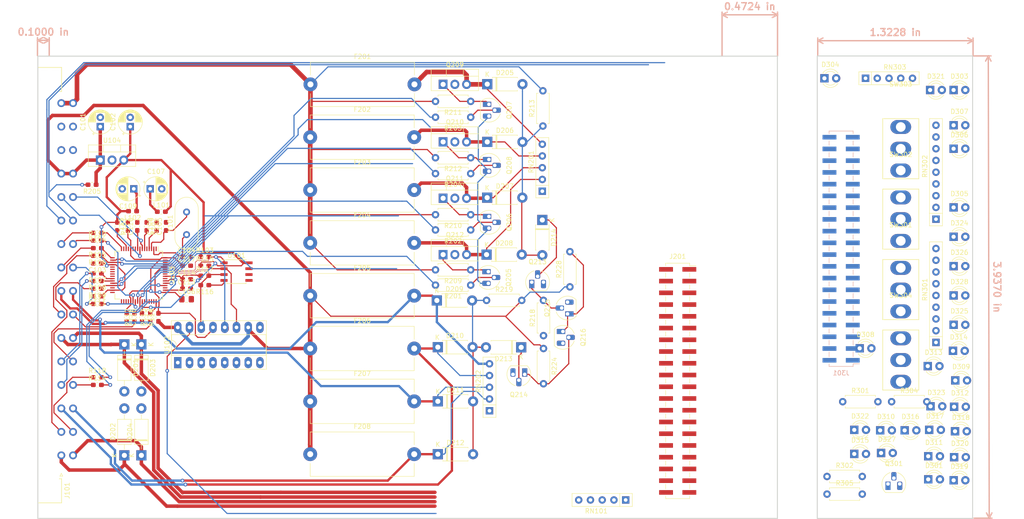
<source format=kicad_pcb>
(kicad_pcb (version 20171130) (host pcbnew "(5.0.2)-1")
  (layers (0 F.Cu signal) (31 B.Cu signal) (34 B.Paste user) (35 F.Paste user) (36 B.SilkS user) (37 F.SilkS user) (38 B.Mask user) (39 F.Mask user) (44 Edge.Cuts user))
  (net 0 "")
  (net 1 +5V)
  (net 2 GND)
  (net 3 +3V3)
  (net 4 "Net-(C104-Pad1)")
  (net 5 "Net-(C105-Pad1)")
  (net 6 "Net-(C107-Pad1)")
  (net 7 "Net-(C109-Pad1)")
  (net 8 +1V8)
  (net 9 /DoorA_Lock)
  (net 10 /DoorB_Lock)
  (net 11 /DoorC_Lock)
  (net 12 /DoorD_Lock)
  (net 13 "Net-(D205-Pad2)")
  (net 14 /Peripherie/DoorA_12V)
  (net 15 /Peripherie/DoorB_12V)
  (net 16 /Peripherie/DoorC_12V)
  (net 17 /Peripherie/DoorD_12V)
  (net 18 /DoorA_VCC)
  (net 19 /DoorB_VCC)
  (net 20 /DoorC_VCC)
  (net 21 /DoorD_VCC)
  (net 22 +12V)
  (net 23 /DoorB_MK)
  (net 24 /DoorD_MK)
  (net 25 /DoorB_RX_DTE)
  (net 26 /DoorD_RX_DTE)
  (net 27 /DoorB_TX_DTE)
  (net 28 /DoorD_TX_DTE)
  (net 29 /DoorA_MK)
  (net 30 /DoorC_MK)
  (net 31 /DoorA_RX_DTE)
  (net 32 /DoorC_RX_DTE)
  (net 33 /DoorA_TX_DTE)
  (net 34 /DoorC_TX_DTE)
  (net 35 /Error)
  (net 36 /D+)
  (net 37 /D-)
  (net 38 "Net-(Q205-Pad1)")
  (net 39 "Net-(Q206-Pad1)")
  (net 40 "Net-(Q207-Pad1)")
  (net 41 "Net-(Q208-Pad1)")
  (net 42 "Net-(R101-Pad2)")
  (net 43 "Net-(R102-Pad2)")
  (net 44 /EECS)
  (net 45 /EECLK)
  (net 46 "Net-(R116-Pad1)")
  (net 47 /EEDATA)
  (net 48 /~PWREN~)
  (net 49 /DoorD_RTS)
  (net 50 /DoorC_RTS)
  (net 51 /DoorA_RTS)
  (net 52 /DoorB_RTS)
  (net 53 "Net-(D209-Pad2)")
  (net 54 "Net-(Q213-Pad1)")
  (net 55 "Net-(Q214-Pad1)")
  (net 56 "Net-(D213-Pad1)")
  (net 57 "Net-(D214-Pad1)")
  (net 58 "Net-(D301-Pad1)")
  (net 59 "Net-(D301-Pad2)")
  (net 60 "Net-(D303-Pad2)")
  (net 61 "Net-(D304-Pad2)")
  (net 62 /Front/DA_Tx)
  (net 63 "Net-(D305-Pad1)")
  (net 64 "Net-(D306-Pad1)")
  (net 65 /Front/DA_Rx)
  (net 66 /Front/DoorA_VCC)
  (net 67 "Net-(D307-Pad1)")
  (net 68 /Front/DoorA_MK)
  (net 69 /Front/DB_Tx)
  (net 70 "Net-(D309-Pad1)")
  (net 71 "Net-(D310-Pad1)")
  (net 72 /Front/DB_Rx)
  (net 73 "Net-(D311-Pad1)")
  (net 74 /Front/DoorB_VCC)
  (net 75 /Front/DoorB_MK)
  (net 76 /Front/DC_Tx)
  (net 77 "Net-(D313-Pad1)")
  (net 78 "Net-(D314-Pad1)")
  (net 79 /Front/DC_Rx)
  (net 80 /Front/DoorC_VCC)
  (net 81 "Net-(D315-Pad1)")
  (net 82 /Front/DoorC_MK)
  (net 83 /Front/DD_Tx)
  (net 84 "Net-(D317-Pad1)")
  (net 85 "Net-(D318-Pad1)")
  (net 86 /Front/DD_Rx)
  (net 87 /Front/DoorD_VCC)
  (net 88 "Net-(D319-Pad1)")
  (net 89 /Front/DoorD_MK)
  (net 90 "Net-(D321-Pad1)")
  (net 91 /Front/DoorA_Lock)
  (net 92 /Front/DoorA_12V)
  (net 93 "Net-(D322-Pad1)")
  (net 94 "Net-(D323-Pad1)")
  (net 95 /Front/DoorB_Lock)
  (net 96 /Front/DoorB_12V)
  (net 97 "Net-(D324-Pad1)")
  (net 98 "Net-(D325-Pad1)")
  (net 99 /Front/DoorC_Lock)
  (net 100 /Front/DoorC_12V)
  (net 101 "Net-(D326-Pad1)")
  (net 102 "Net-(D327-Pad1)")
  (net 103 /Front/DoorD_Lock)
  (net 104 /Front/DoorD_12V)
  (net 105 "Net-(D328-Pad1)")
  (net 106 /DB_Tx)
  (net 107 /DB_Rx)
  (net 108 /Peripherie/DoorB_Auto)
  (net 109 /DD_Tx)
  (net 110 /DD_Rx)
  (net 111 /Peripherie/DoorD_Auto)
  (net 112 /Peripherie/DoorC_Auto)
  (net 113 /DC_Rx)
  (net 114 /DC_Tx)
  (net 115 /Peripherie/DoorA_Auto)
  (net 116 /DA_Rx)
  (net 117 /DA_Tx)
  (net 118 /Front/Fuse_Error)
  (net 119 /Front/DoorA_Auto)
  (net 120 /Front/DoorC_Auto)
  (net 121 /Front/DoorD_Auto)
  (net 122 /Front/DoorB_Auto)
  (net 123 "Net-(Q205-Pad2)")
  (net 124 "Net-(Q206-Pad2)")
  (net 125 "Net-(Q207-Pad2)")
  (net 126 "Net-(Q208-Pad2)")
  (net 127 "Net-(Q301-Pad2)")
  (net 128 GNDA)
  (net 129 +12P)
  (net 130 +5P)
  (net 131 "Net-(J101-Pad15)")
  (net 132 "Net-(J101-Pad18)")
  (net 133 "Net-(J101-Pad13)")
  (net 134 "Net-(J101-Pad20)")
  (net 135 "Net-(J101-Pad12)")
  (net 136 "Net-(J101-Pad21)")
  (net 137 "Net-(J101-Pad10)")
  (net 138 "Net-(J101-Pad23)")
  (net 139 "Net-(J101-Pad8)")
  (net 140 "Net-(J101-Pad25)")
  (net 141 "Net-(J101-Pad7)")
  (net 142 "Net-(J101-Pad26)")
  (net 143 /~PWR_EN~)
  (module Package_TO_SOT_THT:TO-92_HandSolder (layer F.Cu) (at 162.357 79.122 270)
    (fp_text reference Q206 (at 1.27 -4.4 270) (layer F.SilkS))
    (fp_text value Q_NPN_CBE)
    (pad 1 thru_hole rect (at 0 0 270) (size 1.1 1.8) (drill 0.75 (offset 0 0.4)) (layers *.Cu *.Mask) (net 39 "Net-(Q206-Pad1)"))
    (pad 3 thru_hole roundrect (at 2.54 0 270) (size 1.1 1.8) (drill 0.75 (offset 0 0.4)) (layers *.Cu *.Mask) (net 143 /~PWR_EN~))
    (pad 2 thru_hole roundrect (at 1.27 -1.27 270) (size 1.1 1.8) (drill 0.75 (offset 0 -0.4)) (layers *.Cu *.Mask) (net 124 "Net-(Q206-Pad2)"))
  )
  (module Package_TO_SOT_THT:TO-92_HandSolder (layer F.Cu) (at 162.357 54.865 270)
    (fp_text reference Q207 (at 1.27 -4.4 270) (layer F.SilkS))
    (fp_text value Q_NPN_CBE)
    (pad 2 thru_hole roundrect (at 1.27 -1.27 270) (size 1.1 1.8) (drill 0.75 (offset 0 -0.4)) (layers *.Cu *.Mask) (net 125 "Net-(Q207-Pad2)"))
    (pad 3 thru_hole roundrect (at 2.54 0 270) (size 1.1 1.8) (drill 0.75 (offset 0 0.4)) (layers *.Cu *.Mask) (net 143 /~PWR_EN~))
    (pad 1 thru_hole rect (at 0 0 270) (size 1.1 1.8) (drill 0.75 (offset 0 0.4)) (layers *.Cu *.Mask) (net 40 "Net-(Q207-Pad1)"))
  )
  (module DIN41612_Connectors_custom:DIN41612_B_2x16_Horizontal_counter_clockwise (layer F.Cu) (at 69.85 133.35 90)
    (fp_text reference J101 (at -5.08 1.27 90) (layer F.SilkS))
    (fp_text value Conn_02x16_Counter_Clockwise)
    (pad 16 thru_hole circle (at 2.54 0 90) (size 1.7 1.7) (drill 1) (layers *.Cu *.Mask) (net 10 /DoorB_Lock))
    (pad 17 thru_hole circle (at 2.54 2.54 90) (size 1.7 1.7) (drill 1) (layers *.Cu *.Mask) (net 12 /DoorD_Lock))
    (pad 15 thru_hole circle (at 7.62 0 90) (size 1.7 1.7) (drill 1) (layers *.Cu *.Mask) (net 131 "Net-(J101-Pad15)"))
    (pad 18 thru_hole circle (at 7.62 2.54 90) (size 1.7 1.7) (drill 1) (layers *.Cu *.Mask) (net 132 "Net-(J101-Pad18)"))
    (pad 14 thru_hole circle (at 12.7 0 90) (size 1.7 1.7) (drill 1) (layers *.Cu *.Mask) (net 19 /DoorB_VCC))
    (pad 19 thru_hole circle (at 12.7 2.54 90) (size 1.7 1.7) (drill 1) (layers *.Cu *.Mask) (net 21 /DoorD_VCC))
    (pad 13 thru_hole circle (at 17.78 0 90) (size 1.7 1.7) (drill 1) (layers *.Cu *.Mask) (net 133 "Net-(J101-Pad13)"))
    (pad 20 thru_hole circle (at 17.78 2.54 90) (size 1.7 1.7) (drill 1) (layers *.Cu *.Mask) (net 134 "Net-(J101-Pad20)"))
    (pad 12 thru_hole circle (at 22.86 0 90) (size 1.7 1.7) (drill 1) (layers *.Cu *.Mask) (net 135 "Net-(J101-Pad12)"))
    (pad 21 thru_hole circle (at 22.86 2.54 90) (size 1.7 1.7) (drill 1) (layers *.Cu *.Mask) (net 136 "Net-(J101-Pad21)"))
    (pad 11 thru_hole circle (at 27.94 0 90) (size 1.7 1.7) (drill 1) (layers *.Cu *.Mask) (net 9 /DoorA_Lock))
    (pad 22 thru_hole circle (at 27.94 2.54 90) (size 1.7 1.7) (drill 1) (layers *.Cu *.Mask) (net 11 /DoorC_Lock))
    (pad 10 thru_hole circle (at 33.02 0 90) (size 1.7 1.7) (drill 1) (layers *.Cu *.Mask) (net 137 "Net-(J101-Pad10)"))
    (pad 23 thru_hole circle (at 33.02 2.54 90) (size 1.7 1.7) (drill 1) (layers *.Cu *.Mask) (net 138 "Net-(J101-Pad23)"))
    (pad 9 thru_hole circle (at 38.1 0 90) (size 1.7 1.7) (drill 1) (layers *.Cu *.Mask) (net 18 /DoorA_VCC))
    (pad 24 thru_hole circle (at 38.1 2.54 90) (size 1.7 1.7) (drill 1) (layers *.Cu *.Mask) (net 20 /DoorC_VCC))
    (pad 8 thru_hole circle (at 43.18 0 90) (size 1.7 1.7) (drill 1) (layers *.Cu *.Mask) (net 139 "Net-(J101-Pad8)"))
    (pad 25 thru_hole circle (at 43.18 2.54 90) (size 1.7 1.7) (drill 1) (layers *.Cu *.Mask) (net 140 "Net-(J101-Pad25)"))
    (pad 7 thru_hole circle (at 48.26 0 90) (size 1.7 1.7) (drill 1) (layers *.Cu *.Mask) (net 141 "Net-(J101-Pad7)"))
    (pad 26 thru_hole circle (at 48.26 2.54 90) (size 1.7 1.7) (drill 1) (layers *.Cu *.Mask) (net 142 "Net-(J101-Pad26)"))
    (pad 6 thru_hole circle (at 53.34 0 90) (size 1.7 1.7) (drill 1) (layers *.Cu *.Mask) (net 35 /Error))
    (pad 27 thru_hole circle (at 53.34 2.54 90) (size 1.7 1.7) (drill 1) (layers *.Cu *.Mask) (net 143 /~PWR_EN~))
    (pad 5 thru_hole circle (at 58.42 0 90) (size 1.7 1.7) (drill 1) (layers *.Cu *.Mask) (net 36 /D+))
    (pad 28 thru_hole circle (at 58.42 2.54 90) (size 1.7 1.7) (drill 1) (layers *.Cu *.Mask) (net 37 /D-))
    (pad 4 thru_hole circle (at 63.5 0 90) (size 1.7 1.7) (drill 1) (layers *.Cu *.Mask) (net 1 +5V))
    (pad 29 thru_hole circle (at 63.5 2.54 90) (size 1.7 1.7) (drill 1) (layers *.Cu *.Mask) (net 1 +5V))
    (pad 3 thru_hole circle (at 68.58 0 90) (size 1.7 1.7) (drill 1) (layers *.Cu *.Mask) (net 2 GND))
    (pad 30 thru_hole circle (at 68.58 2.54 90) (size 1.7 1.7) (drill 1) (layers *.Cu *.Mask) (net 2 GND))
    (pad 2 thru_hole circle (at 73.66 0 90) (size 1.7 1.7) (drill 1) (layers *.Cu *.Mask) (net 2 GND))
    (pad 31 thru_hole circle (at 73.66 2.54 90) (size 1.7 1.7) (drill 1) (layers *.Cu *.Mask) (net 2 GND))
    (pad 1 thru_hole circle (at 78.74 0 90) (size 1.7 1.7) (drill 1) (layers *.Cu *.Mask) (net 22 +12V))
    (pad 32 thru_hole circle (at 78.74 2.54 90) (size 1.7 1.7) (drill 1) (layers *.Cu *.Mask) (net 22 +12V))
    (pad "" np_thru_hole circle (at -5.08 -2.54 90) (size 2.8 2.8) (drill 2.8) (layers *.Cu *.Mask))
    (pad "" np_thru_hole circle (at 83.82 -2.54 90) (size 2.8 2.8) (drill 2.8) (layers *.Cu *.Mask))
  )
  (module Fuse:Fuseholder_Cylinder-5x20mm_Schurter_0031_8201_Horizontal_Open (layer F.Cu) (at 123.698 61.976)
    (fp_text reference F202 (at 11.25 -6) (layer F.SilkS))
    (fp_text value 1A)
    (pad 1 thru_hole circle (at 0 0) (size 3 3) (drill 1.3) (layers *.Cu *.Mask) (net 22 +12V))
    (pad 2 thru_hole circle (at 22.5 0) (size 3 3) (drill 1.3) (layers *.Cu *.Mask) (net 15 /Peripherie/DoorB_12V))
    (pad "" np_thru_hole circle (at 11.25 0) (size 2.7 2.7) (drill 2.7) (layers *.Cu *.Mask))
  )
  (module Capacitor_THT:CP_Radial_D5.0mm_P2.00mm (layer F.Cu) (at 78.283 59.691 90)
    (fp_text reference C101 (at 1 -3.75 90) (layer F.SilkS))
    (fp_text value 1u)
    (pad 1 thru_hole rect (at 0 0 90) (size 1.6 1.6) (drill 0.8) (layers *.Cu *.Mask) (net 1 +5V))
    (pad 2 thru_hole circle (at 2 0 90) (size 1.6 1.6) (drill 0.8) (layers *.Cu *.Mask) (net 2 GND))
  )
  (module Capacitor_THT:CP_Radial_D5.0mm_P2.00mm (layer F.Cu) (at 84.76 59.691 90)
    (fp_text reference C102 (at 1 -3.75 90) (layer F.SilkS))
    (fp_text value 1u)
    (pad 2 thru_hole circle (at 2 0 90) (size 1.6 1.6) (drill 0.8) (layers *.Cu *.Mask) (net 2 GND))
    (pad 1 thru_hole rect (at 0 0 90) (size 1.6 1.6) (drill 0.8) (layers *.Cu *.Mask) (net 3 +3V3))
  )
  (module Capacitor_SMD:C_0603_1608Metric_Pad1.05x0.95mm_HandSolder (layer F.Cu) (at 77.648 89.282 180)
    (fp_text reference C103 (at 0 -1.43 180) (layer F.SilkS))
    (fp_text value 100n)
    (pad 2 smd roundrect (at 0.875 0 180) (size 1.05 0.95) (layers F.Cu F.Paste F.Mask) (net 2 GND))
    (pad 1 smd roundrect (at -0.875 0 180) (size 1.05 0.95) (layers F.Cu F.Paste F.Mask) (net 3 +3V3))
  )
  (module Capacitor_SMD:C_0603_1608Metric_Pad1.05x0.95mm_HandSolder (layer F.Cu) (at 96.952 87.885)
    (fp_text reference C104 (at 0 -1.43) (layer F.SilkS))
    (fp_text value 27p)
    (pad 2 smd roundrect (at 0.875 0) (size 1.05 0.95) (layers F.Cu F.Paste F.Mask) (net 2 GND))
    (pad 1 smd roundrect (at -0.875 0) (size 1.05 0.95) (layers F.Cu F.Paste F.Mask) (net 4 "Net-(C104-Pad1)"))
  )
  (module Capacitor_SMD:C_0603_1608Metric_Pad1.05x0.95mm_HandSolder (layer F.Cu) (at 92.507 81.281 90)
    (fp_text reference C105 (at 0 -1.43 90) (layer F.SilkS))
    (fp_text value 27p)
    (pad 1 smd roundrect (at -0.875 0 90) (size 1.05 0.95) (layers F.Cu F.Paste F.Mask) (net 5 "Net-(C105-Pad1)"))
    (pad 2 smd roundrect (at 0.875 0 90) (size 1.05 0.95) (layers F.Cu F.Paste F.Mask) (net 2 GND))
  )
  (module Capacitor_SMD:C_0805_2012Metric_Pad1.15x1.40mm_HandSolder (layer F.Cu) (at 96.952 97.029)
    (fp_text reference C106 (at 0 -1.65) (layer F.SilkS))
    (fp_text value 3u3)
    (pad 1 smd roundrect (at -1.025 0) (size 1.15 1.4) (layers F.Cu F.Paste F.Mask) (roundrect_rratio 0.217391) (net 8 +1V8))
    (pad 2 smd roundrect (at 1.025 0) (size 1.15 1.4) (layers F.Cu F.Paste F.Mask) (roundrect_rratio 0.217391) (net 2 GND))
  )
  (module Capacitor_THT:CP_Radial_D5.0mm_P2.50mm (layer F.Cu) (at 89.078 73.153)
    (fp_text reference C107 (at 1.25 -3.75) (layer F.SilkS))
    (fp_text value 4u7)
    (pad 1 thru_hole rect (at 0 0) (size 1.6 1.6) (drill 0.8) (layers *.Cu *.Mask) (net 6 "Net-(C107-Pad1)"))
    (pad 2 thru_hole circle (at 2.5 0) (size 1.6 1.6) (drill 0.8) (layers *.Cu *.Mask) (net 2 GND))
  )
  (module Capacitor_SMD:C_0603_1608Metric_Pad1.05x0.95mm_HandSolder (layer F.Cu) (at 90.475 81.281 90)
    (fp_text reference C108 (at 0 -1.43 90) (layer F.SilkS))
    (fp_text value 100n)
    (pad 2 smd roundrect (at 0.875 0 90) (size 1.05 0.95) (layers F.Cu F.Paste F.Mask) (net 2 GND))
    (pad 1 smd roundrect (at -0.875 0 90) (size 1.05 0.95) (layers F.Cu F.Paste F.Mask) (net 6 "Net-(C107-Pad1)"))
  )
  (module Capacitor_THT:CP_Radial_D5.0mm_P2.50mm (layer F.Cu) (at 85.522 73.153 180)
    (fp_text reference C109 (at 1.25 -3.75 180) (layer F.SilkS))
    (fp_text value 4u7)
    (pad 2 thru_hole circle (at 2.5 0 180) (size 1.6 1.6) (drill 0.8) (layers *.Cu *.Mask) (net 2 GND))
    (pad 1 thru_hole rect (at 0 0 180) (size 1.6 1.6) (drill 0.8) (layers *.Cu *.Mask) (net 7 "Net-(C109-Pad1)"))
  )
  (module Capacitor_SMD:C_0603_1608Metric_Pad1.05x0.95mm_HandSolder (layer F.Cu) (at 86.284 81.281 90)
    (fp_text reference C110 (at 0 -1.43 90) (layer F.SilkS))
    (fp_text value 100n)
    (pad 1 smd roundrect (at -0.875 0 90) (size 1.05 0.95) (layers F.Cu F.Paste F.Mask) (net 7 "Net-(C109-Pad1)"))
    (pad 2 smd roundrect (at 0.875 0 90) (size 1.05 0.95) (layers F.Cu F.Paste F.Mask) (net 2 GND))
  )
  (module Capacitor_SMD:C_0603_1608Metric_Pad1.05x0.95mm_HandSolder (layer F.Cu) (at 77.648 96.394 180)
    (fp_text reference C111 (at 0 -1.43 180) (layer F.SilkS))
    (fp_text value 100n)
    (pad 1 smd roundrect (at -0.875 0 180) (size 1.05 0.95) (layers F.Cu F.Paste F.Mask) (net 3 +3V3))
    (pad 2 smd roundrect (at 0.875 0 180) (size 1.05 0.95) (layers F.Cu F.Paste F.Mask) (net 2 GND))
  )
  (module Capacitor_SMD:C_0603_1608Metric_Pad1.05x0.95mm_HandSolder (layer F.Cu) (at 87.3 100.966 270)
    (fp_text reference C112 (at 0 -1.565001 270) (layer F.SilkS))
    (fp_text value 100n)
    (pad 2 smd roundrect (at 0.875 0 270) (size 1.05 0.95) (layers F.Cu F.Paste F.Mask) (net 2 GND))
    (pad 1 smd roundrect (at -0.875 0 270) (size 1.05 0.95) (layers F.Cu F.Paste F.Mask) (net 3 +3V3))
  )
  (module Capacitor_SMD:C_0603_1608Metric_Pad1.05x0.95mm_HandSolder (layer F.Cu) (at 96.952 94.743)
    (fp_text reference C113 (at 0 -1.43) (layer F.SilkS))
    (fp_text value 100n)
    (pad 1 smd roundrect (at -0.875 0) (size 1.05 0.95) (layers F.Cu F.Paste F.Mask) (net 3 +3V3))
    (pad 2 smd roundrect (at 0.875 0) (size 1.05 0.95) (layers F.Cu F.Paste F.Mask) (net 2 GND))
  )
  (module Capacitor_SMD:C_0603_1608Metric_Pad1.05x0.95mm_HandSolder (layer F.Cu) (at 96.952 92.711)
    (fp_text reference C114 (at 0 -1.43) (layer F.SilkS))
    (fp_text value 100n)
    (pad 2 smd roundrect (at 0.875 0) (size 1.05 0.95) (layers F.Cu F.Paste F.Mask) (net 2 GND))
    (pad 1 smd roundrect (at -0.875 0) (size 1.05 0.95) (layers F.Cu F.Paste F.Mask) (net 3 +3V3))
  )
  (module Capacitor_SMD:C_0603_1608Metric_Pad1.05x0.95mm_HandSolder (layer F.Cu) (at 84.252 81.281 90)
    (fp_text reference C115 (at 0 -1.43 90) (layer F.SilkS))
    (fp_text value 100n)
    (pad 1 smd roundrect (at -0.875 0 90) (size 1.05 0.95) (layers F.Cu F.Paste F.Mask) (net 8 +1V8))
    (pad 2 smd roundrect (at 0.875 0 90) (size 1.05 0.95) (layers F.Cu F.Paste F.Mask) (net 2 GND))
  )
  (module Capacitor_SMD:C_0603_1608Metric_Pad1.05x0.95mm_HandSolder (layer F.Cu) (at 83.998 100.952 270)
    (fp_text reference C116 (at 0 -1.43 270) (layer F.SilkS))
    (fp_text value 100n)
    (pad 2 smd roundrect (at 0.875 0 270) (size 1.05 0.95) (layers F.Cu F.Paste F.Mask) (net 2 GND))
    (pad 1 smd roundrect (at -0.875 0 270) (size 1.05 0.95) (layers F.Cu F.Paste F.Mask) (net 8 +1V8))
  )
  (module Capacitor_SMD:C_0603_1608Metric_Pad1.05x0.95mm_HandSolder (layer F.Cu) (at 96.952 89.79)
    (fp_text reference C117 (at 0 -1.43) (layer F.SilkS))
    (fp_text value 100n)
    (pad 1 smd roundrect (at -0.875 0) (size 1.05 0.95) (layers F.Cu F.Paste F.Mask) (net 8 +1V8))
    (pad 2 smd roundrect (at 0.875 0) (size 1.05 0.95) (layers F.Cu F.Paste F.Mask) (net 2 GND))
  )
  (module Diode_THT:D_DO-41_SOD81_P10.16mm_Horizontal (layer F.Cu) (at 83.49 106.808 270)
    (fp_text reference D201 (at 5.08 -2.47 270) (layer F.SilkS))
    (fp_text value 1N4007)
    (fp_text user K (at 0 -2.1 270) (layer F.SilkS))
    (pad 2 thru_hole oval (at 10.16 0 270) (size 2.2 2.2) (drill 1.1) (layers *.Cu *.Mask) (net 2 GND))
    (pad 1 thru_hole rect (at 0 0 270) (size 2.2 2.2) (drill 1.1) (layers *.Cu *.Mask) (net 9 /DoorA_Lock))
  )
  (module Diode_THT:D_DO-41_SOD81_P10.16mm_Horizontal (layer F.Cu) (at 83.49 130.811 90)
    (fp_text reference D202 (at 5.08 -2.47 90) (layer F.SilkS))
    (fp_text value 1N4007)
    (fp_text user K (at 0 -2.1 90) (layer F.SilkS))
    (pad 1 thru_hole rect (at 0 0 90) (size 2.2 2.2) (drill 1.1) (layers *.Cu *.Mask) (net 10 /DoorB_Lock))
    (pad 2 thru_hole oval (at 10.16 0 90) (size 2.2 2.2) (drill 1.1) (layers *.Cu *.Mask) (net 2 GND))
  )
  (module Diode_THT:D_DO-41_SOD81_P10.16mm_Horizontal (layer F.Cu) (at 87.173 106.808 270)
    (fp_text reference D203 (at 5.08 -2.47 270) (layer F.SilkS))
    (fp_text value 1N4007)
    (fp_text user K (at 0 -2.1 270) (layer F.SilkS))
    (pad 2 thru_hole oval (at 10.16 0 270) (size 2.2 2.2) (drill 1.1) (layers *.Cu *.Mask) (net 2 GND))
    (pad 1 thru_hole rect (at 0 0 270) (size 2.2 2.2) (drill 1.1) (layers *.Cu *.Mask) (net 11 /DoorC_Lock))
  )
  (module Diode_THT:D_DO-41_SOD81_P10.16mm_Horizontal (layer F.Cu) (at 87.173 130.811 90)
    (fp_text reference D204 (at 5.08 -2.47 90) (layer F.SilkS))
    (fp_text value 1N4007)
    (fp_text user K (at 0 -2.1 90) (layer F.SilkS))
    (pad 1 thru_hole rect (at 0 0 90) (size 2.2 2.2) (drill 1.1) (layers *.Cu *.Mask) (net 12 /DoorD_Lock))
    (pad 2 thru_hole oval (at 10.16 0 90) (size 2.2 2.2) (drill 1.1) (layers *.Cu *.Mask) (net 2 GND))
  )
  (module Diode_THT:D_DO-41_SOD81_P7.62mm_Horizontal (layer F.Cu) (at 162 50.5)
    (fp_text reference D205 (at 3.81 -2.47) (layer F.SilkS))
    (fp_text value 1N4148)
    (fp_text user K (at 0 -2.1) (layer F.SilkS))
    (pad 2 thru_hole oval (at 7.62 0) (size 2.2 2.2) (drill 1.1) (layers *.Cu *.Mask) (net 13 "Net-(D205-Pad2)"))
    (pad 1 thru_hole rect (at 0 0) (size 2.2 2.2) (drill 1.1) (layers *.Cu *.Mask) (net 14 /Peripherie/DoorA_12V))
  )
  (module Diode_THT:D_DO-41_SOD81_P7.62mm_Horizontal (layer F.Cu) (at 162 63)
    (fp_text reference D206 (at 3.81 -2.47) (layer F.SilkS))
    (fp_text value 1N4148)
    (fp_text user K (at 0 -2.1) (layer F.SilkS))
    (pad 1 thru_hole rect (at 0 0) (size 2.2 2.2) (drill 1.1) (layers *.Cu *.Mask) (net 15 /Peripherie/DoorB_12V))
    (pad 2 thru_hole oval (at 7.62 0) (size 2.2 2.2) (drill 1.1) (layers *.Cu *.Mask) (net 13 "Net-(D205-Pad2)"))
  )
  (module Diode_THT:D_DO-41_SOD81_P7.62mm_Horizontal (layer F.Cu) (at 161.976 75.058)
    (fp_text reference D207 (at 3.81 -2.47) (layer F.SilkS))
    (fp_text value 1N4148)
    (fp_text user K (at 0 -2.1) (layer F.SilkS))
    (pad 2 thru_hole oval (at 7.62 0) (size 2.2 2.2) (drill 1.1) (layers *.Cu *.Mask) (net 13 "Net-(D205-Pad2)"))
    (pad 1 thru_hole rect (at 0 0) (size 2.2 2.2) (drill 1.1) (layers *.Cu *.Mask) (net 16 /Peripherie/DoorC_12V))
  )
  (module Diode_THT:D_DO-41_SOD81_P7.62mm_Horizontal (layer F.Cu) (at 161.849 87.377)
    (fp_text reference D208 (at 3.81 -2.47) (layer F.SilkS))
    (fp_text value 1N4148)
    (fp_text user K (at 0 -2.1) (layer F.SilkS))
    (pad 1 thru_hole rect (at 0 0) (size 2.2 2.2) (drill 1.1) (layers *.Cu *.Mask) (net 17 /Peripherie/DoorD_12V))
    (pad 2 thru_hole oval (at 7.62 0) (size 2.2 2.2) (drill 1.1) (layers *.Cu *.Mask) (net 13 "Net-(D205-Pad2)"))
  )
  (module Fuse:Fuseholder_Cylinder-5x20mm_Schurter_0031_8201_Horizontal_Open (layer F.Cu) (at 123.749 50.546)
    (fp_text reference F201 (at 11.25 -6) (layer F.SilkS))
    (fp_text value 1A)
    (pad "" np_thru_hole circle (at 11.25 0) (size 2.7 2.7) (drill 2.7) (layers *.Cu *.Mask))
    (pad 2 thru_hole circle (at 22.5 0) (size 3 3) (drill 1.3) (layers *.Cu *.Mask) (net 14 /Peripherie/DoorA_12V))
    (pad 1 thru_hole circle (at 0 0) (size 3 3) (drill 1.3) (layers *.Cu *.Mask) (net 22 +12V))
  )
  (module Fuse:Fuseholder_Cylinder-5x20mm_Schurter_0031_8201_Horizontal_Open (layer F.Cu) (at 123.698 73.406)
    (fp_text reference F203 (at 11.25 -6) (layer F.SilkS))
    (fp_text value 1A)
    (pad 1 thru_hole circle (at 0 0) (size 3 3) (drill 1.3) (layers *.Cu *.Mask) (net 22 +12V))
    (pad 2 thru_hole circle (at 22.5 0) (size 3 3) (drill 1.3) (layers *.Cu *.Mask) (net 16 /Peripherie/DoorC_12V))
    (pad "" np_thru_hole circle (at 11.25 0) (size 2.7 2.7) (drill 2.7) (layers *.Cu *.Mask))
  )
  (module Fuse:Fuseholder_Cylinder-5x20mm_Schurter_0031_8201_Horizontal_Open (layer F.Cu) (at 123.698 84.836)
    (fp_text reference F204 (at 11.25 -6) (layer F.SilkS))
    (fp_text value 1A)
    (pad "" np_thru_hole circle (at 11.25 0) (size 2.7 2.7) (drill 2.7) (layers *.Cu *.Mask))
    (pad 2 thru_hole circle (at 22.5 0) (size 3 3) (drill 1.3) (layers *.Cu *.Mask) (net 17 /Peripherie/DoorD_12V))
    (pad 1 thru_hole circle (at 0 0) (size 3 3) (drill 1.3) (layers *.Cu *.Mask) (net 22 +12V))
  )
  (module Inductor_SMD:L_0603_1608Metric_Pad1.05x0.95mm_HandSolder (layer F.Cu) (at 91.491 78.106)
    (fp_text reference L101 (at 0 -1.43) (layer F.SilkS))
    (fp_text value 600R/0.5A)
    (pad 2 smd roundrect (at 0.875 0) (size 1.05 0.95) (layers F.Cu F.Paste F.Mask) (net 3 +3V3))
    (pad 1 smd roundrect (at -0.875 0) (size 1.05 0.95) (layers F.Cu F.Paste F.Mask) (net 6 "Net-(C107-Pad1)"))
  )
  (module Inductor_SMD:L_0603_1608Metric_Pad1.05x0.95mm_HandSolder (layer F.Cu) (at 85.268 77.979 180)
    (fp_text reference L102 (at 0 -1.43 180) (layer F.SilkS))
    (fp_text value 600R/0.5A)
    (pad 1 smd roundrect (at -0.875 0 180) (size 1.05 0.95) (layers F.Cu F.Paste F.Mask) (net 7 "Net-(C109-Pad1)"))
    (pad 2 smd roundrect (at 0.875 0 180) (size 1.05 0.95) (layers F.Cu F.Paste F.Mask) (net 3 +3V3))
  )
  (module Package_TO_SOT_THT:TO-92_HandSolder (layer F.Cu) (at 162.23 91.06 270)
    (fp_text reference Q205 (at 1.27 -4.4 270) (layer F.SilkS))
    (fp_text value Q_NPN_CBE)
    (pad 1 thru_hole rect (at 0 0 270) (size 1.1 1.8) (drill 0.75 (offset 0 0.4)) (layers *.Cu *.Mask) (net 38 "Net-(Q205-Pad1)"))
    (pad 3 thru_hole roundrect (at 2.54 0 270) (size 1.1 1.8) (drill 0.75 (offset 0 0.4)) (layers *.Cu *.Mask) (net 143 /~PWR_EN~))
    (pad 2 thru_hole roundrect (at 1.27 -1.27 270) (size 1.1 1.8) (drill 0.75 (offset 0 -0.4)) (layers *.Cu *.Mask) (net 123 "Net-(Q205-Pad2)"))
  )
  (module Package_TO_SOT_THT:TO-92_HandSolder (layer F.Cu) (at 162.357 66.803 270)
    (fp_text reference Q208 (at 1.27 -4.4 270) (layer F.SilkS))
    (fp_text value Q_NPN_CBE)
    (pad 1 thru_hole rect (at 0 0 270) (size 1.1 1.8) (drill 0.75 (offset 0 0.4)) (layers *.Cu *.Mask) (net 41 "Net-(Q208-Pad1)"))
    (pad 3 thru_hole roundrect (at 2.54 0 270) (size 1.1 1.8) (drill 0.75 (offset 0 0.4)) (layers *.Cu *.Mask) (net 143 /~PWR_EN~))
    (pad 2 thru_hole roundrect (at 1.27 -1.27 270) (size 1.1 1.8) (drill 0.75 (offset 0 -0.4)) (layers *.Cu *.Mask) (net 126 "Net-(Q208-Pad2)"))
  )
  (module Package_TO_SOT_THT:TO-220-3_Vertical (layer F.Cu) (at 152.451 50.547)
    (fp_text reference Q209 (at 2.54 -4.27) (layer F.SilkS))
    (fp_text value Q_PMOS_GDS)
    (pad 1 thru_hole rect (at 0 0) (size 1.905 2) (drill 1.1) (layers *.Cu *.Mask) (net 40 "Net-(Q207-Pad1)"))
    (pad 2 thru_hole oval (at 2.54 0) (size 1.905 2) (drill 1.1) (layers *.Cu *.Mask) (net 115 /Peripherie/DoorA_Auto))
    (pad 3 thru_hole oval (at 5.08 0) (size 1.905 2) (drill 1.1) (layers *.Cu *.Mask) (net 14 /Peripherie/DoorA_12V))
  )
  (module Package_TO_SOT_THT:TO-220-3_Vertical (layer F.Cu) (at 152.451 62.993)
    (fp_text reference Q210 (at 2.54 -4.27) (layer F.SilkS))
    (fp_text value Q_PMOS_GDS)
    (pad 1 thru_hole rect (at 0 0) (size 1.905 2) (drill 1.1) (layers *.Cu *.Mask) (net 41 "Net-(Q208-Pad1)"))
    (pad 2 thru_hole oval (at 2.54 0) (size 1.905 2) (drill 1.1) (layers *.Cu *.Mask) (net 108 /Peripherie/DoorB_Auto))
    (pad 3 thru_hole oval (at 5.08 0) (size 1.905 2) (drill 1.1) (layers *.Cu *.Mask) (net 15 /Peripherie/DoorB_12V))
  )
  (module Package_TO_SOT_THT:TO-220-3_Vertical (layer F.Cu) (at 152.451 75.185)
    (fp_text reference Q211 (at 2.54 -4.27) (layer F.SilkS))
    (fp_text value Q_PMOS_GDS)
    (pad 1 thru_hole rect (at 0 0) (size 1.905 2) (drill 1.1) (layers *.Cu *.Mask) (net 39 "Net-(Q206-Pad1)"))
    (pad 2 thru_hole oval (at 2.54 0) (size 1.905 2) (drill 1.1) (layers *.Cu *.Mask) (net 112 /Peripherie/DoorC_Auto))
    (pad 3 thru_hole oval (at 5.08 0) (size 1.905 2) (drill 1.1) (layers *.Cu *.Mask) (net 16 /Peripherie/DoorC_12V))
  )
  (module Package_TO_SOT_THT:TO-220-3_Vertical (layer F.Cu) (at 152.451 87.377)
    (fp_text reference Q212 (at 2.54 -4.27) (layer F.SilkS))
    (fp_text value Q_PMOS_GDS)
    (pad 3 thru_hole oval (at 5.08 0) (size 1.905 2) (drill 1.1) (layers *.Cu *.Mask) (net 17 /Peripherie/DoorD_12V))
    (pad 2 thru_hole oval (at 2.54 0) (size 1.905 2) (drill 1.1) (layers *.Cu *.Mask) (net 111 /Peripherie/DoorD_Auto))
    (pad 1 thru_hole rect (at 0 0) (size 1.905 2) (drill 1.1) (layers *.Cu *.Mask) (net 38 "Net-(Q205-Pad1)"))
  )
  (module Package_TO_SOT_THT:TO-92_HandSolder (layer F.Cu) (at 171.628 93.346)
    (fp_text reference Q213 (at 1.27 -4.4) (layer F.SilkS))
    (fp_text value Q_NPN_CBE)
    (pad 2 thru_hole roundrect (at 1.27 -1.27) (size 1.1 1.8) (drill 0.75 (offset 0 -0.4)) (layers *.Cu *.Mask) (net 57 "Net-(D214-Pad1)"))
    (pad 3 thru_hole roundrect (at 2.54 0) (size 1.1 1.8) (drill 0.75 (offset 0 0.4)) (layers *.Cu *.Mask) (net 2 GND))
    (pad 1 thru_hole rect (at 0 0) (size 1.1 1.8) (drill 0.75 (offset 0 0.4)) (layers *.Cu *.Mask) (net 54 "Net-(Q213-Pad1)"))
  )
  (module Resistor_THT:R_Axial_DIN0207_L6.3mm_D2.5mm_P7.62mm_Horizontal (layer F.Cu) (at 158.42 93.981 180)
    (fp_text reference R201 (at 3.81 -2.37 180) (layer F.SilkS))
    (fp_text value 1k)
    (pad 1 thru_hole circle (at 0 0 180) (size 1.6 1.6) (drill 0.8) (layers *.Cu *.Mask) (net 123 "Net-(Q205-Pad2)"))
    (pad 2 thru_hole oval (at 7.62 0 180) (size 1.6 1.6) (drill 0.8) (layers *.Cu *.Mask) (net 49 /DoorD_RTS))
  )
  (module Resistor_THT:R_Axial_DIN0207_L6.3mm_D2.5mm_P7.62mm_Horizontal (layer F.Cu) (at 158.42 82.043 180)
    (fp_text reference R202 (at 3.81 -2.37 180) (layer F.SilkS))
    (fp_text value 1k)
    (pad 2 thru_hole oval (at 7.62 0 180) (size 1.6 1.6) (drill 0.8) (layers *.Cu *.Mask) (net 50 /DoorC_RTS))
    (pad 1 thru_hole circle (at 0 0 180) (size 1.6 1.6) (drill 0.8) (layers *.Cu *.Mask) (net 124 "Net-(Q206-Pad2)"))
  )
  (module Resistor_THT:R_Axial_DIN0207_L6.3mm_D2.5mm_P7.62mm_Horizontal (layer F.Cu) (at 158.42 57.659 180)
    (fp_text reference R203 (at 3.81 -2.37 180) (layer F.SilkS))
    (fp_text value 1k)
    (pad 2 thru_hole oval (at 7.62 0 180) (size 1.6 1.6) (drill 0.8) (layers *.Cu *.Mask) (net 51 /DoorA_RTS))
    (pad 1 thru_hole circle (at 0 0 180) (size 1.6 1.6) (drill 0.8) (layers *.Cu *.Mask) (net 125 "Net-(Q207-Pad2)"))
  )
  (module Resistor_THT:R_Axial_DIN0207_L6.3mm_D2.5mm_P7.62mm_Horizontal (layer F.Cu) (at 158.42 69.851 180)
    (fp_text reference R204 (at 3.81 -2.37 180) (layer F.SilkS))
    (fp_text value 1k)
    (pad 2 thru_hole oval (at 7.62 0 180) (size 1.6 1.6) (drill 0.8) (layers *.Cu *.Mask) (net 52 /DoorB_RTS))
    (pad 1 thru_hole circle (at 0 0 180) (size 1.6 1.6) (drill 0.8) (layers *.Cu *.Mask) (net 126 "Net-(Q208-Pad2)"))
  )
  (module Resistor_THT:R_Axial_DIN0207_L6.3mm_D2.5mm_P7.62mm_Horizontal (layer F.Cu) (at 158.42 90.679 180)
    (fp_text reference R209 (at 3.81 -2.37 180) (layer F.SilkS))
    (fp_text value 100k)
    (pad 1 thru_hole circle (at 0 0 180) (size 1.6 1.6) (drill 0.8) (layers *.Cu *.Mask) (net 38 "Net-(Q205-Pad1)"))
    (pad 2 thru_hole oval (at 7.62 0 180) (size 1.6 1.6) (drill 0.8) (layers *.Cu *.Mask) (net 22 +12V))
  )
  (module Resistor_THT:R_Axial_DIN0207_L6.3mm_D2.5mm_P7.62mm_Horizontal (layer F.Cu) (at 158.42 78.741 180)
    (fp_text reference R210 (at 3.81 -2.37 180) (layer F.SilkS))
    (fp_text value 100k)
    (pad 2 thru_hole oval (at 7.62 0 180) (size 1.6 1.6) (drill 0.8) (layers *.Cu *.Mask) (net 22 +12V))
    (pad 1 thru_hole circle (at 0 0 180) (size 1.6 1.6) (drill 0.8) (layers *.Cu *.Mask) (net 39 "Net-(Q206-Pad1)"))
  )
  (module Resistor_THT:R_Axial_DIN0207_L6.3mm_D2.5mm_P7.62mm_Horizontal (layer F.Cu) (at 158.42 54.23 180)
    (fp_text reference R211 (at 3.81 -2.37 180) (layer F.SilkS))
    (fp_text value 100k)
    (pad 2 thru_hole oval (at 7.62 0 180) (size 1.6 1.6) (drill 0.8) (layers *.Cu *.Mask) (net 22 +12V))
    (pad 1 thru_hole circle (at 0 0 180) (size 1.6 1.6) (drill 0.8) (layers *.Cu *.Mask) (net 40 "Net-(Q207-Pad1)"))
  )
  (module Resistor_THT:R_Axial_DIN0207_L6.3mm_D2.5mm_P7.62mm_Horizontal (layer F.Cu) (at 158.42 66.422 180)
    (fp_text reference R212 (at 3.81 -2.37 180) (layer F.SilkS))
    (fp_text value 100k)
    (pad 1 thru_hole circle (at 0 0 180) (size 1.6 1.6) (drill 0.8) (layers *.Cu *.Mask) (net 41 "Net-(Q208-Pad1)"))
    (pad 2 thru_hole oval (at 7.62 0 180) (size 1.6 1.6) (drill 0.8) (layers *.Cu *.Mask) (net 22 +12V))
  )
  (module Resistor_THT:R_Axial_DIN0207_L6.3mm_D2.5mm_P7.62mm_Horizontal (layer F.Cu) (at 174.041 59.564 90)
    (fp_text reference R213 (at 3.81 -2.37 90) (layer F.SilkS))
    (fp_text value 1M)
    (pad 1 thru_hole circle (at 0 0 90) (size 1.6 1.6) (drill 0.8) (layers *.Cu *.Mask) (net 13 "Net-(D205-Pad2)"))
    (pad 2 thru_hole oval (at 7.62 0 90) (size 1.6 1.6) (drill 0.8) (layers *.Cu *.Mask) (net 22 +12V))
  )
  (module Resistor_THT:R_Axial_DIN0207_L6.3mm_D2.5mm_P7.62mm_Horizontal (layer F.Cu) (at 174.168 104.903 90)
    (fp_text reference R218 (at 3.81 -2.37 90) (layer F.SilkS))
    (fp_text value 10k)
    (pad 2 thru_hole oval (at 7.62 0 90) (size 1.6 1.6) (drill 0.8) (layers *.Cu *.Mask) (net 54 "Net-(Q213-Pad1)"))
    (pad 1 thru_hole circle (at 0 0 90) (size 1.6 1.6) (drill 0.8) (layers *.Cu *.Mask) (net 22 +12V))
  )
  (module Package_SO:SOIC-8_3.9x4.9mm_P1.27mm (layer F.Cu) (at 107.747 91.06)
    (fp_text reference U101 (at 0 -3.5) (layer F.SilkS))
    (fp_text value 93LC46B)
    (pad 1 smd rect (at -2.7 -1.905) (size 1.55 0.6) (layers F.Cu F.Paste F.Mask) (net 44 /EECS))
    (pad 2 smd rect (at -2.7 -0.635) (size 1.55 0.6) (layers F.Cu F.Paste F.Mask) (net 45 /EECLK))
    (pad 3 smd rect (at -2.7 0.635) (size 1.55 0.6) (layers F.Cu F.Paste F.Mask) (net 47 /EEDATA))
    (pad 4 smd rect (at -2.7 1.905) (size 1.55 0.6) (layers F.Cu F.Paste F.Mask) (net 46 "Net-(R116-Pad1)"))
    (pad 5 smd rect (at 2.7 1.905) (size 1.55 0.6) (layers F.Cu F.Paste F.Mask) (net 2 GND))
    (pad 6 smd rect (at 2.7 0.635) (size 1.55 0.6) (layers F.Cu F.Paste F.Mask))
    (pad 7 smd rect (at 2.7 -0.635) (size 1.55 0.6) (layers F.Cu F.Paste F.Mask))
    (pad 8 smd rect (at 2.7 -1.905) (size 1.55 0.6) (layers F.Cu F.Paste F.Mask) (net 3 +3V3))
  )
  (module Package_DIP:DIP-16_W7.62mm_Socket_LongPads (layer F.Cu) (at 95.047 110.745 90)
    (fp_text reference U102 (at 3.81 -2.33 90) (layer F.SilkS))
    (fp_text value 74HC595)
    (pad 1 thru_hole rect (at 0 0 90) (size 2.4 1.6) (drill 0.8) (layers *.Cu *.Mask) (net 116 /DA_Rx))
    (pad 9 thru_hole oval (at 7.62 17.78 90) (size 2.4 1.6) (drill 0.8) (layers *.Cu *.Mask))
    (pad 2 thru_hole oval (at 0 2.54 90) (size 2.4 1.6) (drill 0.8) (layers *.Cu *.Mask) (net 106 /DB_Tx))
    (pad 10 thru_hole oval (at 7.62 15.24 90) (size 2.4 1.6) (drill 0.8) (layers *.Cu *.Mask) (net 1 +5V))
    (pad 3 thru_hole oval (at 0 5.08 90) (size 2.4 1.6) (drill 0.8) (layers *.Cu *.Mask) (net 107 /DB_Rx))
    (pad 11 thru_hole oval (at 7.62 12.7 90) (size 2.4 1.6) (drill 0.8) (layers *.Cu *.Mask) (net 45 /EECLK))
    (pad 4 thru_hole oval (at 0 7.62 90) (size 2.4 1.6) (drill 0.8) (layers *.Cu *.Mask) (net 114 /DC_Tx))
    (pad 12 thru_hole oval (at 7.62 10.16 90) (size 2.4 1.6) (drill 0.8) (layers *.Cu *.Mask) (net 44 /EECS))
    (pad 5 thru_hole oval (at 0 10.16 90) (size 2.4 1.6) (drill 0.8) (layers *.Cu *.Mask) (net 113 /DC_Rx))
    (pad 13 thru_hole oval (at 7.62 7.62 90) (size 2.4 1.6) (drill 0.8) (layers *.Cu *.Mask) (net 48 /~PWREN~))
    (pad 6 thru_hole oval (at 0 12.7 90) (size 2.4 1.6) (drill 0.8) (layers *.Cu *.Mask) (net 109 /DD_Tx))
    (pad 14 thru_hole oval (at 7.62 5.08 90) (size 2.4 1.6) (drill 0.8) (layers *.Cu *.Mask) (net 47 /EEDATA))
    (pad 7 thru_hole oval (at 0 15.24 90) (size 2.4 1.6) (drill 0.8) (layers *.Cu *.Mask) (net 110 /DD_Rx))
    (pad 15 thru_hole oval (at 7.62 2.54 90) (size 2.4 1.6) (drill 0.8) (layers *.Cu *.Mask) (net 117 /DA_Tx))
    (pad 8 thru_hole oval (at 0 17.78 90) (size 2.4 1.6) (drill 0.8) (layers *.Cu *.Mask) (net 2 GND))
    (pad 16 thru_hole oval (at 7.62 0 90) (size 2.4 1.6) (drill 0.8) (layers *.Cu *.Mask) (net 1 +5V))
  )
  (module Package_QFP:LQFP-64_10x10mm_P0.5mm (layer F.Cu) (at 86.614 91.821 270)
    (fp_text reference U103 (at 0 -7.2 270) (layer F.SilkS))
    (fp_text value FT4232H)
    (pad 1 smd rect (at -5.7 -3.75 270) (size 1 0.25) (layers F.Cu F.Paste F.Mask) (net 2 GND))
    (pad 2 smd rect (at -5.7 -3.25 270) (size 1 0.25) (layers F.Cu F.Paste F.Mask) (net 4 "Net-(C104-Pad1)"))
    (pad 3 smd rect (at -5.7 -2.75 270) (size 1 0.25) (layers F.Cu F.Paste F.Mask) (net 5 "Net-(C105-Pad1)"))
    (pad 4 smd rect (at -5.7 -2.25 270) (size 1 0.25) (layers F.Cu F.Paste F.Mask) (net 6 "Net-(C107-Pad1)"))
    (pad 5 smd rect (at -5.7 -1.75 270) (size 1 0.25) (layers F.Cu F.Paste F.Mask) (net 2 GND))
    (pad 6 smd rect (at -5.7 -1.25 270) (size 1 0.25) (layers F.Cu F.Paste F.Mask) (net 43 "Net-(R102-Pad2)"))
    (pad 7 smd rect (at -5.7 -0.75 270) (size 1 0.25) (layers F.Cu F.Paste F.Mask) (net 37 /D-))
    (pad 8 smd rect (at -5.7 -0.25 270) (size 1 0.25) (layers F.Cu F.Paste F.Mask) (net 36 /D+))
    (pad 9 smd rect (at -5.7 0.25 270) (size 1 0.25) (layers F.Cu F.Paste F.Mask) (net 7 "Net-(C109-Pad1)"))
    (pad 10 smd rect (at -5.7 0.75 270) (size 1 0.25) (layers F.Cu F.Paste F.Mask) (net 2 GND))
    (pad 11 smd rect (at -5.7 1.25 270) (size 1 0.25) (layers F.Cu F.Paste F.Mask) (net 2 GND))
    (pad 12 smd rect (at -5.7 1.75 270) (size 1 0.25) (layers F.Cu F.Paste F.Mask) (net 8 +1V8))
    (pad 13 smd rect (at -5.7 2.25 270) (size 1 0.25) (layers F.Cu F.Paste F.Mask) (net 2 GND))
    (pad 14 smd rect (at -5.7 2.75 270) (size 1 0.25) (layers F.Cu F.Paste F.Mask) (net 42 "Net-(R101-Pad2)"))
    (pad 15 smd rect (at -5.7 3.25 270) (size 1 0.25) (layers F.Cu F.Paste F.Mask) (net 2 GND))
    (pad 16 smd rect (at -5.7 3.75 270) (size 1 0.25) (layers F.Cu F.Paste F.Mask) (net 33 /DoorA_TX_DTE))
    (pad 17 smd rect (at -3.75 5.7) (size 1 0.25) (layers F.Cu F.Paste F.Mask) (net 31 /DoorA_RX_DTE))
    (pad 18 smd rect (at -3.25 5.7) (size 1 0.25) (layers F.Cu F.Paste F.Mask) (net 51 /DoorA_RTS))
    (pad 19 smd rect (at -2.75 5.7) (size 1 0.25) (layers F.Cu F.Paste F.Mask) (net 29 /DoorA_MK))
    (pad 20 smd rect (at -2.25 5.7) (size 1 0.25) (layers F.Cu F.Paste F.Mask) (net 3 +3V3))
    (pad 21 smd rect (at -1.75 5.7) (size 1 0.25) (layers F.Cu F.Paste F.Mask))
    (pad 22 smd rect (at -1.25 5.7) (size 1 0.25) (layers F.Cu F.Paste F.Mask))
    (pad 23 smd rect (at -0.75 5.7) (size 1 0.25) (layers F.Cu F.Paste F.Mask))
    (pad 24 smd rect (at -0.25 5.7) (size 1 0.25) (layers F.Cu F.Paste F.Mask))
    (pad 25 smd rect (at 0.25 5.7) (size 1 0.25) (layers F.Cu F.Paste F.Mask) (net 2 GND))
    (pad 26 smd rect (at 0.75 5.7) (size 1 0.25) (layers F.Cu F.Paste F.Mask) (net 27 /DoorB_TX_DTE))
    (pad 27 smd rect (at 1.25 5.7) (size 1 0.25) (layers F.Cu F.Paste F.Mask) (net 25 /DoorB_RX_DTE))
    (pad 28 smd rect (at 1.75 5.7) (size 1 0.25) (layers F.Cu F.Paste F.Mask) (net 52 /DoorB_RTS))
    (pad 29 smd rect (at 2.25 5.7) (size 1 0.25) (layers F.Cu F.Paste F.Mask) (net 23 /DoorB_MK))
    (pad 30 smd rect (at 2.75 5.7) (size 1 0.25) (layers F.Cu F.Paste F.Mask))
    (pad 31 smd rect (at 3.25 5.7) (size 1 0.25) (layers F.Cu F.Paste F.Mask) (net 3 +3V3))
    (pad 32 smd rect (at 3.75 5.7) (size 1 0.25) (layers F.Cu F.Paste F.Mask))
    (pad 33 smd rect (at 5.7 3.75 270) (size 1 0.25) (layers F.Cu F.Paste F.Mask))
    (pad 34 smd rect (at 5.7 3.25 270) (size 1 0.25) (layers F.Cu F.Paste F.Mask))
    (pad 35 smd rect (at 5.7 2.75 270) (size 1 0.25) (layers F.Cu F.Paste F.Mask) (net 2 GND))
    (pad 36 smd rect (at 5.7 2.25 270) (size 1 0.25) (layers F.Cu F.Paste F.Mask))
    (pad 37 smd rect (at 5.7 1.75 270) (size 1 0.25) (layers F.Cu F.Paste F.Mask) (net 8 +1V8))
    (pad 38 smd rect (at 5.7 1.25 270) (size 1 0.25) (layers F.Cu F.Paste F.Mask) (net 34 /DoorC_TX_DTE))
    (pad 39 smd rect (at 5.7 0.75 270) (size 1 0.25) (layers F.Cu F.Paste F.Mask) (net 32 /DoorC_RX_DTE))
    (pad 40 smd rect (at 5.7 0.25 270) (size 1 0.25) (layers F.Cu F.Paste F.Mask) (net 50 /DoorC_RTS))
    (pad 41 smd rect (at 5.7 -0.25 270) (size 1 0.25) (layers F.Cu F.Paste F.Mask) (net 30 /DoorC_MK))
    (pad 42 smd rect (at 5.7 -0.75 270) (size 1 0.25) (layers F.Cu F.Paste F.Mask) (net 3 +3V3))
    (pad 43 smd rect (at 5.7 -1.25 270) (size 1 0.25) (layers F.Cu F.Paste F.Mask))
    (pad 44 smd rect (at 5.7 -1.75 270) (size 1 0.25) (layers F.Cu F.Paste F.Mask))
    (pad 45 smd rect (at 5.7 -2.25 270) (size 1 0.25) (layers F.Cu F.Paste F.Mask))
    (pad 46 smd rect (at 5.7 -2.75 270) (size 1 0.25) (layers F.Cu F.Paste F.Mask))
    (pad 47 smd rect (at 5.7 -3.25 270) (size 1 0.25) (layers F.Cu F.Paste F.Mask) (net 2 GND))
    (pad 48 smd rect (at 5.7 -3.75 270) (size 1 0.25) (layers F.Cu F.Paste F.Mask) (net 28 /DoorD_TX_DTE))
    (pad 49 smd rect (at 3.75 -5.7) (size 1 0.25) (layers F.Cu F.Paste F.Mask) (net 8 +1V8))
    (pad 50 smd rect (at 3.25 -5.7) (size 1 0.25) (layers F.Cu F.Paste F.Mask) (net 3 +3V3))
    (pad 51 smd rect (at 2.75 -5.7) (size 1 0.25) (layers F.Cu F.Paste F.Mask) (net 2 GND))
    (pad 52 smd rect (at 2.25 -5.7) (size 1 0.25) (layers F.Cu F.Paste F.Mask) (net 26 /DoorD_RX_DTE))
    (pad 53 smd rect (at 1.75 -5.7) (size 1 0.25) (layers F.Cu F.Paste F.Mask) (net 49 /DoorD_RTS))
    (pad 54 smd rect (at 1.25 -5.7) (size 1 0.25) (layers F.Cu F.Paste F.Mask) (net 24 /DoorD_MK))
    (pad 55 smd rect (at 0.75 -5.7) (size 1 0.25) (layers F.Cu F.Paste F.Mask))
    (pad 56 smd rect (at 0.25 -5.7) (size 1 0.25) (layers F.Cu F.Paste F.Mask) (net 3 +3V3))
    (pad 57 smd rect (at -0.25 -5.7) (size 1 0.25) (layers F.Cu F.Paste F.Mask))
    (pad 58 smd rect (at -0.75 -5.7) (size 1 0.25) (layers F.Cu F.Paste F.Mask))
    (pad 59 smd rect (at -1.25 -5.7) (size 1 0.25) (layers F.Cu F.Paste F.Mask))
    (pad 60 smd rect (at -1.75 -5.7) (size 1 0.25) (layers F.Cu F.Paste F.Mask) (net 48 /~PWREN~))
    (pad 61 smd rect (at -2.25 -5.7) (size 1 0.25) (layers F.Cu F.Paste F.Mask) (net 47 /EEDATA))
    (pad 62 smd rect (at -2.75 -5.7) (size 1 0.25) (layers F.Cu F.Paste F.Mask) (net 45 /EECLK))
    (pad 63 smd rect (at -3.25 -5.7) (size 1 0.25) (layers F.Cu F.Paste F.Mask) (net 44 /EECS))
    (pad 64 smd rect (at -3.75 -5.7) (size 1 0.25) (layers F.Cu F.Paste F.Mask) (net 8 +1V8))
  )
  (module Package_TO_SOT_THT:TO-220-3_Vertical (layer F.Cu) (at 78.283 66.93)
    (fp_text reference U104 (at 2.54 -4.27) (layer F.SilkS))
    (fp_text value MCP1825S)
    (pad 3 thru_hole oval (at 5.08 0) (size 1.905 2) (drill 1.1) (layers *.Cu *.Mask) (net 3 +3V3))
    (pad 2 thru_hole oval (at 2.54 0) (size 1.905 2) (drill 1.1) (layers *.Cu *.Mask) (net 2 GND))
    (pad 1 thru_hole rect (at 0 0) (size 1.905 2) (drill 1.1) (layers *.Cu *.Mask) (net 1 +5V))
  )
  (module Crystal:Crystal_HC18-U_Vertical (layer F.Cu) (at 96.952 83.059 90)
    (fp_text reference Y101 (at 2.45 -3.525 90) (layer F.SilkS))
    (fp_text value 12MHz)
    (pad 1 thru_hole circle (at 0 0 90) (size 1.5 1.5) (drill 0.8) (layers *.Cu *.Mask) (net 4 "Net-(C104-Pad1)"))
    (pad 2 thru_hole circle (at 4.9 0 90) (size 1.5 1.5) (drill 0.8) (layers *.Cu *.Mask) (net 5 "Net-(C105-Pad1)"))
  )
  (module Diode_THT:D_DO-41_SOD81_P7.62mm_Horizontal (layer F.Cu) (at 151.1 97.3)
    (fp_text reference D209 (at 3.81 -2.47) (layer F.SilkS))
    (fp_text value 1N4148)
    (fp_text user K (at 0 -2.1) (layer F.SilkS))
    (pad 1 thru_hole rect (at 0 0) (size 2.2 2.2) (drill 1.1) (layers *.Cu *.Mask) (net 18 /DoorA_VCC))
    (pad 2 thru_hole oval (at 7.62 0) (size 2.2 2.2) (drill 1.1) (layers *.Cu *.Mask) (net 53 "Net-(D209-Pad2)"))
  )
  (module Diode_THT:D_DO-41_SOD81_P7.62mm_Horizontal (layer F.Cu) (at 151.2 107.4)
    (fp_text reference D210 (at 3.81 -2.47) (layer F.SilkS))
    (fp_text value 1N4148)
    (fp_text user K (at 0 -2.1) (layer F.SilkS))
    (pad 2 thru_hole oval (at 7.62 0) (size 2.2 2.2) (drill 1.1) (layers *.Cu *.Mask) (net 53 "Net-(D209-Pad2)"))
    (pad 1 thru_hole rect (at 0.108 0) (size 2.2 2.2) (drill 1.1) (layers *.Cu *.Mask) (net 19 /DoorB_VCC))
  )
  (module Diode_THT:D_DO-41_SOD81_P7.62mm_Horizontal (layer F.Cu) (at 151.308 119.127)
    (fp_text reference D211 (at 3.81 -2.47) (layer F.SilkS))
    (fp_text value 1N4148)
    (fp_text user K (at 0 -2.1) (layer F.SilkS))
    (pad 1 thru_hole rect (at 0 0) (size 2.2 2.2) (drill 1.1) (layers *.Cu *.Mask) (net 20 /DoorC_VCC))
    (pad 2 thru_hole oval (at 7.62 0) (size 2.2 2.2) (drill 1.1) (layers *.Cu *.Mask) (net 53 "Net-(D209-Pad2)"))
  )
  (module Diode_THT:D_DO-41_SOD81_P7.62mm_Horizontal (layer F.Cu) (at 151.308 130.557)
    (fp_text reference D212 (at 3.81 -2.47) (layer F.SilkS))
    (fp_text value 1N4148)
    (fp_text user K (at 0 -2.1) (layer F.SilkS))
    (pad 2 thru_hole oval (at 7.62 0) (size 2.2 2.2) (drill 1.1) (layers *.Cu *.Mask) (net 53 "Net-(D209-Pad2)"))
    (pad 1 thru_hole rect (at 0 0) (size 2.2 2.2) (drill 1.1) (layers *.Cu *.Mask) (net 21 /DoorD_VCC))
  )
  (module Fuse:Fuseholder_Cylinder-5x20mm_Schurter_0031_8201_Horizontal_Open (layer F.Cu) (at 123.698 96.266)
    (fp_text reference F205 (at 11.25 -6) (layer F.SilkS))
    (fp_text value 0.5A)
    (pad "" np_thru_hole circle (at 11.25 0) (size 2.7 2.7) (drill 2.7) (layers *.Cu *.Mask))
    (pad 2 thru_hole circle (at 22.5 0) (size 3 3) (drill 1.3) (layers *.Cu *.Mask) (net 18 /DoorA_VCC))
    (pad 1 thru_hole circle (at 0 0) (size 3 3) (drill 1.3) (layers *.Cu *.Mask) (net 1 +5V))
  )
  (module Fuse:Fuseholder_Cylinder-5x20mm_Schurter_0031_8201_Horizontal_Open (layer F.Cu) (at 123.698 107.696)
    (fp_text reference F206 (at 11.25 -6) (layer F.SilkS))
    (fp_text value 0.5A)
    (pad 1 thru_hole circle (at 0 0) (size 3 3) (drill 1.3) (layers *.Cu *.Mask) (net 1 +5V))
    (pad 2 thru_hole circle (at 22.5 0) (size 3 3) (drill 1.3) (layers *.Cu *.Mask) (net 19 /DoorB_VCC))
    (pad "" np_thru_hole circle (at 11.25 0) (size 2.7 2.7) (drill 2.7) (layers *.Cu *.Mask))
  )
  (module Fuse:Fuseholder_Cylinder-5x20mm_Schurter_0031_8201_Horizontal_Open (layer F.Cu) (at 123.698 119.126)
    (fp_text reference F207 (at 11.25 -6) (layer F.SilkS))
    (fp_text value 0.5A)
    (pad "" np_thru_hole circle (at 11.25 0) (size 2.7 2.7) (drill 2.7) (layers *.Cu *.Mask))
    (pad 2 thru_hole circle (at 22.5 0) (size 3 3) (drill 1.3) (layers *.Cu *.Mask) (net 20 /DoorC_VCC))
    (pad 1 thru_hole circle (at 0 0) (size 3 3) (drill 1.3) (layers *.Cu *.Mask) (net 1 +5V))
  )
  (module Fuse:Fuseholder_Cylinder-5x20mm_Schurter_0031_8201_Horizontal_Open (layer F.Cu) (at 123.698 130.556)
    (fp_text reference F208 (at 11.25 -6) (layer F.SilkS))
    (fp_text value 0.5A)
    (pad 1 thru_hole circle (at 0 0) (size 3 3) (drill 1.3) (layers *.Cu *.Mask) (net 1 +5V))
    (pad 2 thru_hole circle (at 22.5 0) (size 3 3) (drill 1.3) (layers *.Cu *.Mask) (net 21 /DoorD_VCC))
    (pad "" np_thru_hole circle (at 11.25 0) (size 2.7 2.7) (drill 2.7) (layers *.Cu *.Mask))
  )
  (module Package_TO_SOT_THT:TO-92_HandSolder (layer F.Cu) (at 170.104 113.285 180)
    (fp_text reference Q214 (at 1.27 -4.4 180) (layer F.SilkS))
    (fp_text value Q_NPN_CBE)
    (pad 2 thru_hole roundrect (at 1.27 -1.27 180) (size 1.1 1.8) (drill 0.75 (offset 0 -0.4)) (layers *.Cu *.Mask) (net 56 "Net-(D213-Pad1)"))
    (pad 3 thru_hole roundrect (at 2.54 0 180) (size 1.1 1.8) (drill 0.75 (offset 0 0.4)) (layers *.Cu *.Mask) (net 2 GND))
    (pad 1 thru_hole rect (at 0 0 180) (size 1.1 1.8) (drill 0.75 (offset 0 0.4)) (layers *.Cu *.Mask) (net 55 "Net-(Q214-Pad1)"))
  )
  (module Resistor_THT:R_Axial_DIN0207_L6.3mm_D2.5mm_P7.62mm_Horizontal (layer F.Cu) (at 161.849 97.283)
    (fp_text reference R219 (at 3.81 -2.37) (layer F.SilkS))
    (fp_text value 1M)
    (pad 2 thru_hole oval (at 7.62 0) (size 1.6 1.6) (drill 0.8) (layers *.Cu *.Mask) (net 1 +5V))
    (pad 1 thru_hole circle (at 0 0) (size 1.6 1.6) (drill 0.8) (layers *.Cu *.Mask) (net 53 "Net-(D209-Pad2)"))
  )
  (module Resistor_THT:R_Axial_DIN0207_L6.3mm_D2.5mm_P7.62mm_Horizontal (layer F.Cu) (at 174.168 107.697 270)
    (fp_text reference R224 (at 3.81 -2.37 270) (layer F.SilkS))
    (fp_text value 10k)
    (pad 1 thru_hole circle (at 0 0 270) (size 1.6 1.6) (drill 0.8) (layers *.Cu *.Mask) (net 1 +5V))
    (pad 2 thru_hole oval (at 7.62 0 270) (size 1.6 1.6) (drill 0.8) (layers *.Cu *.Mask) (net 55 "Net-(Q214-Pad1)"))
  )
  (module Package_TO_SOT_THT:TO-92_HandSolder (layer F.Cu) (at 179.375 100.204 90)
    (fp_text reference Q215 (at 1.27 -4.4 90) (layer F.SilkS))
    (fp_text value Q_NPN_CBE)
    (pad 2 thru_hole roundrect (at 1.27 -1.27 90) (size 1.1 1.8) (drill 0.75 (offset 0 -0.4)) (layers *.Cu *.Mask) (net 54 "Net-(Q213-Pad1)"))
    (pad 3 thru_hole roundrect (at 2.54 0 90) (size 1.1 1.8) (drill 0.75 (offset 0 0.4)) (layers *.Cu *.Mask) (net 2 GND))
    (pad 1 thru_hole rect (at 0 0 90) (size 1.1 1.8) (drill 0.75 (offset 0 0.4)) (layers *.Cu *.Mask) (net 35 /Error))
  )
  (module Package_TO_SOT_THT:TO-92_HandSolder (layer F.Cu) (at 178.359 104.014 270)
    (fp_text reference Q216 (at 1.27 -4.4 270) (layer F.SilkS))
    (fp_text value Q_NPN_CBE)
    (pad 1 thru_hole rect (at 0 0 270) (size 1.1 1.8) (drill 0.75 (offset 0 0.4)) (layers *.Cu *.Mask) (net 35 /Error))
    (pad 3 thru_hole roundrect (at 2.54 0 270) (size 1.1 1.8) (drill 0.75 (offset 0 0.4)) (layers *.Cu *.Mask) (net 2 GND))
    (pad 2 thru_hole roundrect (at 1.27 -1.27 270) (size 1.1 1.8) (drill 0.75 (offset 0 -0.4)) (layers *.Cu *.Mask) (net 55 "Net-(Q214-Pad1)"))
  )
  (module Resistor_THT:R_Axial_DIN0207_L6.3mm_D2.5mm_P7.62mm_Horizontal (layer F.Cu) (at 179.883 94.362 90)
    (fp_text reference R228 (at 3.81 -2.37 90) (layer F.SilkS))
    (fp_text value 10k)
    (pad 1 thru_hole circle (at 0 0 90) (size 1.6 1.6) (drill 0.8) (layers *.Cu *.Mask) (net 1 +5V))
    (pad 2 thru_hole oval (at 7.62 0 90) (size 1.6 1.6) (drill 0.8) (layers *.Cu *.Mask) (net 35 /Error))
  )
  (module Resistor_SMD:R_0603_1608Metric_Pad1.05x0.95mm_HandSolder (layer F.Cu) (at 81.966 81.281 270)
    (fp_text reference R101 (at 0 -1.43 270) (layer F.SilkS))
    (fp_text value 1k)
    (pad 2 smd roundrect (at 0.875 0 270) (size 1.05 0.95) (layers F.Cu F.Paste F.Mask) (net 42 "Net-(R101-Pad2)"))
    (pad 1 smd roundrect (at -0.875 0 270) (size 1.05 0.95) (layers F.Cu F.Paste F.Mask) (net 3 +3V3))
  )
  (module Resistor_SMD:R_0603_1608Metric_Pad1.05x0.95mm_HandSolder (layer F.Cu) (at 88.316 81.281 270)
    (fp_text reference R102 (at 0 -1.43 270) (layer F.SilkS))
    (fp_text value 12k)
    (pad 1 smd roundrect (at -0.875 0 270) (size 1.05 0.95) (layers F.Cu F.Paste F.Mask) (net 2 GND))
    (pad 2 smd roundrect (at 0.875 0 270) (size 1.05 0.95) (layers F.Cu F.Paste F.Mask) (net 43 "Net-(R102-Pad2)"))
  )
  (module Resistor_SMD:R_0603_1608Metric_Pad1.05x0.95mm_HandSolder (layer F.Cu) (at 100.889 87.885)
    (fp_text reference R103 (at 0 -1.43) (layer F.SilkS))
    (fp_text value 10k)
    (pad 1 smd roundrect (at -0.875 0) (size 1.05 0.95) (layers F.Cu F.Paste F.Mask) (net 3 +3V3))
    (pad 2 smd roundrect (at 0.875 0) (size 1.05 0.95) (layers F.Cu F.Paste F.Mask) (net 44 /EECS))
  )
  (module Resistor_SMD:R_0603_1608Metric_Pad1.05x0.95mm_HandSolder (layer F.Cu) (at 100.889 89.79)
    (fp_text reference R115 (at 0 -1.43) (layer F.SilkS))
    (fp_text value 10k)
    (pad 2 smd roundrect (at 0.875 0) (size 1.05 0.95) (layers F.Cu F.Paste F.Mask) (net 45 /EECLK))
    (pad 1 smd roundrect (at -0.875 0) (size 1.05 0.95) (layers F.Cu F.Paste F.Mask) (net 3 +3V3))
  )
  (module Resistor_SMD:R_0603_1608Metric_Pad1.05x0.95mm_HandSolder (layer F.Cu) (at 100.889 93.981 180)
    (fp_text reference R116 (at 0 -1.43 180) (layer F.SilkS))
    (fp_text value 2k)
    (pad 2 smd roundrect (at 0.875 0 180) (size 1.05 0.95) (layers F.Cu F.Paste F.Mask) (net 47 /EEDATA))
    (pad 1 smd roundrect (at -0.875 0 180) (size 1.05 0.95) (layers F.Cu F.Paste F.Mask) (net 46 "Net-(R116-Pad1)"))
  )
  (module Resistor_SMD:R_0603_1608Metric_Pad1.05x0.95mm_HandSolder (layer F.Cu) (at 100.889 91.949)
    (fp_text reference R117 (at 0 -1.43) (layer F.SilkS))
    (fp_text value 10k)
    (pad 1 smd roundrect (at -0.875 0) (size 1.05 0.95) (layers F.Cu F.Paste F.Mask) (net 3 +3V3))
    (pad 2 smd roundrect (at 0.875 0) (size 1.05 0.95) (layers F.Cu F.Paste F.Mask) (net 47 /EEDATA))
  )
  (module Resistor_SMD:R_0603_1608Metric_Pad1.05x0.95mm_HandSolder (layer F.Cu) (at 90.856 100.952 90)
    (fp_text reference R119 (at 0 -1.43 90) (layer F.SilkS))
    (fp_text value 10k)
    (pad 1 smd roundrect (at -0.875 0 90) (size 1.05 0.95) (layers F.Cu F.Paste F.Mask) (net 1 +5V))
    (pad 2 smd roundrect (at 0.875 0 90) (size 1.05 0.95) (layers F.Cu F.Paste F.Mask) (net 48 /~PWREN~))
  )
  (module Diode_THT:D_DO-41_SOD81_P7.62mm_Horizontal (layer F.Cu) (at 169.342 107.443 180)
    (fp_text reference D213 (at 3.81 -2.47 180) (layer F.SilkS))
    (fp_text value 1N4148)
    (fp_text user K (at 0 -2.1 180) (layer F.SilkS))
    (pad 2 thru_hole oval (at 7.62 0 180) (size 2.2 2.2) (drill 1.1) (layers *.Cu *.Mask) (net 53 "Net-(D209-Pad2)"))
    (pad 1 thru_hole rect (at 0 0 180) (size 2.2 2.2) (drill 1.1) (layers *.Cu *.Mask) (net 56 "Net-(D213-Pad1)"))
  )
  (module Diode_THT:D_DO-41_SOD81_P7.62mm_Horizontal (layer F.Cu) (at 173.914 79.884 270)
    (fp_text reference D214 (at 3.81 -2.47 270) (layer F.SilkS))
    (fp_text value 1N4148)
    (fp_text user K (at 0 -2.1 270) (layer F.SilkS))
    (pad 1 thru_hole rect (at 0 0 270) (size 2.2 2.2) (drill 1.1) (layers *.Cu *.Mask) (net 57 "Net-(D214-Pad1)"))
    (pad 2 thru_hole oval (at 7.62 0 270) (size 2.2 2.2) (drill 1.1) (layers *.Cu *.Mask) (net 13 "Net-(D205-Pad2)"))
  )
  (module LED_THT:LED_D3.0mm (layer F.Cu) (at 257.4 136)
    (fp_text reference D301 (at 1.27 -2.96) (layer F.SilkS))
    (fp_text value rt)
    (pad 1 thru_hole rect (at 0 0) (size 1.8 1.8) (drill 0.9) (layers *.Cu *.Mask) (net 58 "Net-(D301-Pad1)"))
    (pad 2 thru_hole circle (at 2.54 0) (size 1.8 1.8) (drill 0.9) (layers *.Cu *.Mask) (net 59 "Net-(D301-Pad2)"))
  )
  (module LED_THT:LED_D3.0mm (layer F.Cu) (at 262.89 51.77)
    (fp_text reference D303 (at 1.27 -2.96) (layer F.SilkS))
    (fp_text value rt)
    (pad 2 thru_hole circle (at 2.54 0) (size 1.8 1.8) (drill 0.9) (layers *.Cu *.Mask) (net 60 "Net-(D303-Pad2)"))
    (pad 1 thru_hole rect (at 0 0) (size 1.8 1.8) (drill 0.9) (layers *.Cu *.Mask) (net 128 GNDA))
  )
  (module LED_THT:LED_D3.0mm (layer F.Cu) (at 234.95 49.23)
    (fp_text reference D304 (at 1.27 -2.96) (layer F.SilkS))
    (fp_text value rt)
    (pad 1 thru_hole rect (at 0 0) (size 1.8 1.8) (drill 0.9) (layers *.Cu *.Mask) (net 128 GNDA))
    (pad 2 thru_hole circle (at 2.54 0) (size 1.8 1.8) (drill 0.9) (layers *.Cu *.Mask) (net 61 "Net-(D304-Pad2)"))
  )
  (module LED_THT:LED_D3.0mm (layer F.Cu) (at 262.89 77.17)
    (fp_text reference D305 (at 1.27 -2.96) (layer F.SilkS))
    (fp_text value rt)
    (pad 2 thru_hole circle (at 2.54 0) (size 1.8 1.8) (drill 0.9) (layers *.Cu *.Mask) (net 62 /Front/DA_Tx))
    (pad 1 thru_hole rect (at 0 0) (size 1.8 1.8) (drill 0.9) (layers *.Cu *.Mask) (net 63 "Net-(D305-Pad1)"))
  )
  (module LED_THT:LED_D3.0mm (layer F.Cu) (at 262.89 64.47)
    (fp_text reference D306 (at 1.27 -2.96) (layer F.SilkS))
    (fp_text value gn)
    (pad 1 thru_hole rect (at 0 0) (size 1.8 1.8) (drill 0.9) (layers *.Cu *.Mask) (net 64 "Net-(D306-Pad1)"))
    (pad 2 thru_hole circle (at 2.54 0) (size 1.8 1.8) (drill 0.9) (layers *.Cu *.Mask) (net 65 /Front/DA_Rx))
  )
  (module LED_THT:LED_D3.0mm (layer F.Cu) (at 262.89 59.39)
    (fp_text reference D307 (at 1.27 -2.96) (layer F.SilkS))
    (fp_text value rt)
    (pad 2 thru_hole circle (at 2.54 0) (size 1.8 1.8) (drill 0.9) (layers *.Cu *.Mask) (net 66 /Front/DoorA_VCC))
    (pad 1 thru_hole rect (at 0 0) (size 1.8 1.8) (drill 0.9) (layers *.Cu *.Mask) (net 67 "Net-(D307-Pad1)"))
  )
  (module LED_THT:LED_D3.0mm (layer F.Cu) (at 242.57 107.65)
    (fp_text reference D308 (at 1.27 -2.96) (layer F.SilkS))
    (fp_text value rt)
    (pad 1 thru_hole rect (at 0 0) (size 1.8 1.8) (drill 0.9) (layers *.Cu *.Mask) (net 128 GNDA))
    (pad 2 thru_hole circle (at 2.54 0) (size 1.8 1.8) (drill 0.9) (layers *.Cu *.Mask) (net 68 /Front/DoorA_MK))
  )
  (module LED_THT:LED_D3.0mm (layer F.Cu) (at 263.26 114.6)
    (fp_text reference D309 (at 1.27 -2.96) (layer F.SilkS))
    (fp_text value rt)
    (pad 2 thru_hole circle (at 2.54 0) (size 1.8 1.8) (drill 0.9) (layers *.Cu *.Mask) (net 69 /Front/DB_Tx))
    (pad 1 thru_hole rect (at 0 0) (size 1.8 1.8) (drill 0.9) (layers *.Cu *.Mask) (net 70 "Net-(D309-Pad1)"))
  )
  (module LED_THT:LED_D3.0mm (layer F.Cu) (at 247 125.4)
    (fp_text reference D310 (at 1.27 -2.96) (layer F.SilkS))
    (fp_text value gn)
    (pad 1 thru_hole rect (at 0 0) (size 1.8 1.8) (drill 0.9) (layers *.Cu *.Mask) (net 71 "Net-(D310-Pad1)"))
    (pad 2 thru_hole circle (at 2.54 0) (size 1.8 1.8) (drill 0.9) (layers *.Cu *.Mask) (net 72 /Front/DB_Rx))
  )
  (module LED_THT:LED_D3.0mm (layer F.Cu) (at 257.4 131)
    (fp_text reference D311 (at 1.27 -2.96) (layer F.SilkS))
    (fp_text value rt)
    (pad 1 thru_hole rect (at 0 0) (size 1.8 1.8) (drill 0.9) (layers *.Cu *.Mask) (net 73 "Net-(D311-Pad1)"))
    (pad 2 thru_hole circle (at 2.54 0) (size 1.8 1.8) (drill 0.9) (layers *.Cu *.Mask) (net 74 /Front/DoorB_VCC))
  )
  (module LED_THT:LED_D3.0mm (layer F.Cu) (at 263 120.3)
    (fp_text reference D312 (at 1.27 -2.96) (layer F.SilkS))
    (fp_text value rt)
    (pad 1 thru_hole rect (at 0 0) (size 1.8 1.8) (drill 0.9) (layers *.Cu *.Mask) (net 128 GNDA))
    (pad 2 thru_hole circle (at 2.54 0) (size 1.8 1.8) (drill 0.9) (layers *.Cu *.Mask) (net 75 /Front/DoorB_MK))
  )
  (module LED_THT:LED_D3.0mm (layer F.Cu) (at 257.3 111.5)
    (fp_text reference D313 (at 1.27 -2.96) (layer F.SilkS))
    (fp_text value rt)
    (pad 2 thru_hole circle (at 2.54 0) (size 1.8 1.8) (drill 0.9) (layers *.Cu *.Mask) (net 76 /Front/DC_Tx))
    (pad 1 thru_hole rect (at 0 0) (size 1.8 1.8) (drill 0.9) (layers *.Cu *.Mask) (net 77 "Net-(D313-Pad1)"))
  )
  (module LED_THT:LED_D3.0mm (layer F.Cu) (at 262.76 108.2)
    (fp_text reference D314 (at 1.27 -2.96) (layer F.SilkS))
    (fp_text value gn)
    (pad 1 thru_hole rect (at 0 0) (size 1.8 1.8) (drill 0.9) (layers *.Cu *.Mask) (net 78 "Net-(D314-Pad1)"))
    (pad 2 thru_hole circle (at 2.54 0) (size 1.8 1.8) (drill 0.9) (layers *.Cu *.Mask) (net 79 /Front/DC_Rx))
  )
  (module LED_THT:LED_D3.0mm (layer F.Cu) (at 241.4 130.5)
    (fp_text reference D315 (at 1.27 -2.96) (layer F.SilkS))
    (fp_text value rt)
    (pad 2 thru_hole circle (at 2.54 0) (size 1.8 1.8) (drill 0.9) (layers *.Cu *.Mask) (net 80 /Front/DoorC_VCC))
    (pad 1 thru_hole rect (at 0 0) (size 1.8 1.8) (drill 0.9) (layers *.Cu *.Mask) (net 81 "Net-(D315-Pad1)"))
  )
  (module LED_THT:LED_D3.0mm (layer F.Cu) (at 252.3 125.4)
    (fp_text reference D316 (at 1.27 -2.96) (layer F.SilkS))
    (fp_text value rt)
    (pad 2 thru_hole circle (at 2.54 0) (size 1.8 1.8) (drill 0.9) (layers *.Cu *.Mask) (net 82 /Front/DoorC_MK))
    (pad 1 thru_hole rect (at 0 0) (size 1.8 1.8) (drill 0.9) (layers *.Cu *.Mask) (net 128 GNDA))
  )
  (module LED_THT:LED_D3.0mm (layer F.Cu) (at 257.6 125.3)
    (fp_text reference D317 (at 1.27 -2.96) (layer F.SilkS))
    (fp_text value rt)
    (pad 2 thru_hole circle (at 2.54 0) (size 1.8 1.8) (drill 0.9) (layers *.Cu *.Mask) (net 83 /Front/DD_Tx))
    (pad 1 thru_hole rect (at 0 0) (size 1.8 1.8) (drill 0.9) (layers *.Cu *.Mask) (net 84 "Net-(D317-Pad1)"))
  )
  (module LED_THT:LED_D3.0mm (layer F.Cu) (at 263.2 125.6)
    (fp_text reference D318 (at 1.27 -2.96) (layer F.SilkS))
    (fp_text value gn)
    (pad 1 thru_hole rect (at 0 0) (size 1.8 1.8) (drill 0.9) (layers *.Cu *.Mask) (net 85 "Net-(D318-Pad1)"))
    (pad 2 thru_hole circle (at 2.54 0) (size 1.8 1.8) (drill 0.9) (layers *.Cu *.Mask) (net 86 /Front/DD_Rx))
  )
  (module LED_THT:LED_D3.0mm (layer F.Cu) (at 262.9 136.2)
    (fp_text reference D319 (at 1.27 -2.96) (layer F.SilkS))
    (fp_text value rt)
    (pad 2 thru_hole circle (at 2.54 0) (size 1.8 1.8) (drill 0.9) (layers *.Cu *.Mask) (net 87 /Front/DoorD_VCC))
    (pad 1 thru_hole rect (at 0 0) (size 1.8 1.8) (drill 0.9) (layers *.Cu *.Mask) (net 88 "Net-(D319-Pad1)"))
  )
  (module LED_THT:LED_D3.0mm (layer F.Cu) (at 263 131.2)
    (fp_text reference D320 (at 1.27 -2.96) (layer F.SilkS))
    (fp_text value rt)
    (pad 2 thru_hole circle (at 2.54 0) (size 1.8 1.8) (drill 0.9) (layers *.Cu *.Mask) (net 89 /Front/DoorD_MK))
    (pad 1 thru_hole rect (at 0 0) (size 1.8 1.8) (drill 0.9) (layers *.Cu *.Mask) (net 128 GNDA))
  )
  (module LED_THT:LED_D3.0mm (layer F.Cu) (at 257.81 51.77)
    (fp_text reference D321 (at 1.27 -2.96) (layer F.SilkS))
    (fp_text value rt)
    (pad 1 thru_hole rect (at 0 0) (size 1.8 1.8) (drill 0.9) (layers *.Cu *.Mask) (net 90 "Net-(D321-Pad1)"))
    (pad 2 thru_hole circle (at 2.54 0) (size 1.8 1.8) (drill 0.9) (layers *.Cu *.Mask) (net 91 /Front/DoorA_Lock))
  )
  (module LED_THT:LED_D3.0mm (layer F.Cu) (at 241.4 125.3)
    (fp_text reference D322 (at 1.27 -2.96) (layer F.SilkS))
    (fp_text value rt)
    (pad 2 thru_hole circle (at 2.54 0) (size 1.8 1.8) (drill 0.9) (layers *.Cu *.Mask) (net 92 /Front/DoorA_12V))
    (pad 1 thru_hole rect (at 0 0) (size 1.8 1.8) (drill 0.9) (layers *.Cu *.Mask) (net 93 "Net-(D322-Pad1)"))
  )
  (module LED_THT:LED_D3.0mm (layer F.Cu) (at 257.9 120.2)
    (fp_text reference D323 (at 1.27 -2.96) (layer F.SilkS))
    (fp_text value rt)
    (pad 1 thru_hole rect (at 0 0) (size 1.8 1.8) (drill 0.9) (layers *.Cu *.Mask) (net 94 "Net-(D323-Pad1)"))
    (pad 2 thru_hole circle (at 2.54 0) (size 1.8 1.8) (drill 0.9) (layers *.Cu *.Mask) (net 95 /Front/DoorB_Lock))
  )
  (module LED_THT:LED_D3.0mm (layer F.Cu) (at 262.89 83.52)
    (fp_text reference D324 (at 1.27 -2.96) (layer F.SilkS))
    (fp_text value rt)
    (pad 2 thru_hole circle (at 2.54 0) (size 1.8 1.8) (drill 0.9) (layers *.Cu *.Mask) (net 96 /Front/DoorB_12V))
    (pad 1 thru_hole rect (at 0 0) (size 1.8 1.8) (drill 0.9) (layers *.Cu *.Mask) (net 97 "Net-(D324-Pad1)"))
  )
  (module LED_THT:LED_D3.0mm (layer F.Cu) (at 262.89 102.57)
    (fp_text reference D325 (at 1.27 -2.96) (layer F.SilkS))
    (fp_text value rt)
    (pad 1 thru_hole rect (at 0 0) (size 1.8 1.8) (drill 0.9) (layers *.Cu *.Mask) (net 98 "Net-(D325-Pad1)"))
    (pad 2 thru_hole circle (at 2.54 0) (size 1.8 1.8) (drill 0.9) (layers *.Cu *.Mask) (net 99 /Front/DoorC_Lock))
  )
  (module LED_THT:LED_D3.0mm (layer F.Cu) (at 262.89 89.87)
    (fp_text reference D326 (at 1.27 -2.96) (layer F.SilkS))
    (fp_text value rt)
    (pad 2 thru_hole circle (at 2.54 0) (size 1.8 1.8) (drill 0.9) (layers *.Cu *.Mask) (net 100 /Front/DoorC_12V))
    (pad 1 thru_hole rect (at 0 0) (size 1.8 1.8) (drill 0.9) (layers *.Cu *.Mask) (net 101 "Net-(D326-Pad1)"))
  )
  (module LED_THT:LED_D3.0mm (layer F.Cu) (at 247.2 130.3)
    (fp_text reference D327 (at 1.27 -2.96) (layer F.SilkS))
    (fp_text value rt)
    (pad 1 thru_hole rect (at 0 0) (size 1.8 1.8) (drill 0.9) (layers *.Cu *.Mask) (net 102 "Net-(D327-Pad1)"))
    (pad 2 thru_hole circle (at 2.54 0) (size 1.8 1.8) (drill 0.9) (layers *.Cu *.Mask) (net 103 /Front/DoorD_Lock))
  )
  (module LED_THT:LED_D3.0mm (layer F.Cu) (at 262.89 96.22)
    (fp_text reference D328 (at 1.27 -2.96) (layer F.SilkS))
    (fp_text value rt)
    (pad 2 thru_hole circle (at 2.54 0) (size 1.8 1.8) (drill 0.9) (layers *.Cu *.Mask) (net 104 /Front/DoorD_12V))
    (pad 1 thru_hole rect (at 0 0) (size 1.8 1.8) (drill 0.9) (layers *.Cu *.Mask) (net 105 "Net-(D328-Pad1)"))
  )
  (module Package_TO_SOT_THT:TO-92_HandSolder (layer F.Cu) (at 248.7 137)
    (fp_text reference Q301 (at 1.27 -4.4) (layer F.SilkS))
    (fp_text value Q_NPN_CBE)
    (pad 2 thru_hole roundrect (at 1.27 -1.27) (size 1.1 1.8) (drill 0.75 (offset 0 -0.4)) (layers *.Cu *.Mask) (net 127 "Net-(Q301-Pad2)"))
    (pad 3 thru_hole roundrect (at 2.54 0) (size 1.1 1.8) (drill 0.75 (offset 0 0.4)) (layers *.Cu *.Mask) (net 118 /Front/Fuse_Error))
    (pad 1 thru_hole rect (at 0 0) (size 1.1 1.8) (drill 0.75 (offset 0 0.4)) (layers *.Cu *.Mask) (net 58 "Net-(D301-Pad1)"))
  )
  (module Resistor_THT:R_Axial_DIN0207_L6.3mm_D2.5mm_P7.62mm_Horizontal (layer F.Cu) (at 238.9 119.2)
    (fp_text reference R301 (at 3.81 -2.37) (layer F.SilkS))
    (fp_text value 1k)
    (pad 2 thru_hole oval (at 7.62 0) (size 1.6 1.6) (drill 0.8) (layers *.Cu *.Mask) (net 127 "Net-(Q301-Pad2)"))
    (pad 1 thru_hole circle (at 0 0) (size 1.6 1.6) (drill 0.8) (layers *.Cu *.Mask) (net 130 +5P))
  )
  (module Resistor_THT:R_Axial_DIN0207_L6.3mm_D2.5mm_P7.62mm_Horizontal (layer F.Cu) (at 235.509 135.383)
    (fp_text reference R302 (at 3.81 -2.37) (layer F.SilkS))
    (fp_text value 330R)
    (pad 2 thru_hole oval (at 7.62 0) (size 1.6 1.6) (drill 0.8) (layers *.Cu *.Mask) (net 59 "Net-(D301-Pad2)"))
    (pad 1 thru_hole circle (at 0 0) (size 1.6 1.6) (drill 0.8) (layers *.Cu *.Mask) (net 130 +5P))
  )
  (module Resistor_THT:R_Axial_DIN0207_L6.3mm_D2.5mm_P7.62mm_Horizontal (layer F.Cu) (at 249.48 119.2)
    (fp_text reference R304 (at 3.81 -2.37) (layer F.SilkS))
    (fp_text value 330R)
    (pad 1 thru_hole circle (at 0 0) (size 1.6 1.6) (drill 0.8) (layers *.Cu *.Mask) (net 130 +5P))
    (pad 2 thru_hole oval (at 7.62 0) (size 1.6 1.6) (drill 0.8) (layers *.Cu *.Mask) (net 60 "Net-(D303-Pad2)"))
  )
  (module Resistor_THT:R_Axial_DIN0207_L6.3mm_D2.5mm_P7.62mm_Horizontal (layer F.Cu) (at 235.509 139.193)
    (fp_text reference R305 (at 3.81 -2.37) (layer F.SilkS))
    (fp_text value 1k)
    (pad 1 thru_hole circle (at 0 0) (size 1.6 1.6) (drill 0.8) (layers *.Cu *.Mask) (net 129 +12P))
    (pad 2 thru_hole oval (at 7.62 0) (size 1.6 1.6) (drill 0.8) (layers *.Cu *.Mask) (net 61 "Net-(D304-Pad2)"))
  )
  (module Resistor_THT:R_Array_SIP5 (layer F.Cu) (at 191.948 140.463 180)
    (fp_text reference RN101 (at 6.35 -2.4 180) (layer F.SilkS))
    (fp_text value 2k7)
    (pad 5 thru_hole oval (at 10.16 0 180) (size 1.6 1.6) (drill 0.8) (layers *.Cu *.Mask) (net 24 /DoorD_MK))
    (pad 4 thru_hole oval (at 7.62 0 180) (size 1.6 1.6) (drill 0.8) (layers *.Cu *.Mask) (net 30 /DoorC_MK))
    (pad 3 thru_hole oval (at 5.08 0 180) (size 1.6 1.6) (drill 0.8) (layers *.Cu *.Mask) (net 23 /DoorB_MK))
    (pad 2 thru_hole oval (at 2.54 0 180) (size 1.6 1.6) (drill 0.8) (layers *.Cu *.Mask) (net 29 /DoorA_MK))
    (pad 1 thru_hole rect (at 0 0 180) (size 1.6 1.6) (drill 0.8) (layers *.Cu *.Mask) (net 1 +5V))
  )
  (module Resistor_THT:R_Array_SIP5 (layer F.Cu) (at 173.914 73.661 90)
    (fp_text reference RN201 (at 6.35 -2.4 90) (layer F.SilkS))
    (fp_text value 4x10k)
    (pad 5 thru_hole oval (at 10.16 0 90) (size 1.6 1.6) (drill 0.8) (layers *.Cu *.Mask) (net 14 /Peripherie/DoorA_12V))
    (pad 4 thru_hole oval (at 7.62 0 90) (size 1.6 1.6) (drill 0.8) (layers *.Cu *.Mask) (net 15 /Peripherie/DoorB_12V))
    (pad 3 thru_hole oval (at 5.08 0 90) (size 1.6 1.6) (drill 0.8) (layers *.Cu *.Mask) (net 16 /Peripherie/DoorC_12V))
    (pad 2 thru_hole oval (at 2.54 0 90) (size 1.6 1.6) (drill 0.8) (layers *.Cu *.Mask) (net 17 /Peripherie/DoorD_12V))
    (pad 1 thru_hole rect (at 0 0 90) (size 1.6 1.6) (drill 0.8) (layers *.Cu *.Mask) (net 2 GND))
  )
  (module Resistor_THT:R_Array_SIP5 (layer F.Cu) (at 162.484 121.159 90)
    (fp_text reference RN202 (at 6.35 -2.4 90) (layer F.SilkS))
    (fp_text value 4x10k)
    (pad 1 thru_hole rect (at 0 0 90) (size 1.6 1.6) (drill 0.8) (layers *.Cu *.Mask) (net 2 GND))
    (pad 2 thru_hole oval (at 2.54 0 90) (size 1.6 1.6) (drill 0.8) (layers *.Cu *.Mask) (net 21 /DoorD_VCC))
    (pad 3 thru_hole oval (at 5.08 0 90) (size 1.6 1.6) (drill 0.8) (layers *.Cu *.Mask) (net 20 /DoorC_VCC))
    (pad 4 thru_hole oval (at 7.62 0 90) (size 1.6 1.6) (drill 0.8) (layers *.Cu *.Mask) (net 19 /DoorB_VCC))
    (pad 5 thru_hole oval (at 10.16 0 90) (size 1.6 1.6) (drill 0.8) (layers *.Cu *.Mask) (net 18 /DoorA_VCC))
  )
  (module Resistor_THT:R_Array_SIP9 (layer F.Cu) (at 259.08 106.38 90)
    (fp_text reference RN301 (at 11.43 -2.4 90) (layer F.SilkS))
    (fp_text value 8x2k7)
    (pad 9 thru_hole oval (at 20.32 0 90) (size 1.6 1.6) (drill 0.8) (layers *.Cu *.Mask) (net 63 "Net-(D305-Pad1)"))
    (pad 8 thru_hole oval (at 17.78 0 90) (size 1.6 1.6) (drill 0.8) (layers *.Cu *.Mask) (net 64 "Net-(D306-Pad1)"))
    (pad 7 thru_hole oval (at 15.24 0 90) (size 1.6 1.6) (drill 0.8) (layers *.Cu *.Mask) (net 67 "Net-(D307-Pad1)"))
    (pad 6 thru_hole oval (at 12.7 0 90) (size 1.6 1.6) (drill 0.8) (layers *.Cu *.Mask) (net 70 "Net-(D309-Pad1)"))
    (pad 5 thru_hole oval (at 10.16 0 90) (size 1.6 1.6) (drill 0.8) (layers *.Cu *.Mask) (net 71 "Net-(D310-Pad1)"))
    (pad 4 thru_hole oval (at 7.62 0 90) (size 1.6 1.6) (drill 0.8) (layers *.Cu *.Mask) (net 73 "Net-(D311-Pad1)"))
    (pad 3 thru_hole oval (at 5.08 0 90) (size 1.6 1.6) (drill 0.8) (layers *.Cu *.Mask) (net 77 "Net-(D313-Pad1)"))
    (pad 2 thru_hole oval (at 2.54 0 90) (size 1.6 1.6) (drill 0.8) (layers *.Cu *.Mask) (net 78 "Net-(D314-Pad1)"))
    (pad 1 thru_hole rect (at 0 0 90) (size 1.6 1.6) (drill 0.8) (layers *.Cu *.Mask) (net 128 GNDA))
  )
  (module Resistor_THT:R_Array_SIP9 (layer F.Cu) (at 259.08 79.71 90)
    (fp_text reference RN302 (at 11.43 -2.4 90) (layer F.SilkS))
    (fp_text value 8x10k)
    (pad 1 thru_hole rect (at 0 0 90) (size 1.6 1.6) (drill 0.8) (layers *.Cu *.Mask) (net 128 GNDA))
    (pad 2 thru_hole oval (at 2.54 0 90) (size 1.6 1.6) (drill 0.8) (layers *.Cu *.Mask) (net 105 "Net-(D328-Pad1)"))
    (pad 3 thru_hole oval (at 5.08 0 90) (size 1.6 1.6) (drill 0.8) (layers *.Cu *.Mask) (net 102 "Net-(D327-Pad1)"))
    (pad 4 thru_hole oval (at 7.62 0 90) (size 1.6 1.6) (drill 0.8) (layers *.Cu *.Mask) (net 101 "Net-(D326-Pad1)"))
    (pad 5 thru_hole oval (at 10.16 0 90) (size 1.6 1.6) (drill 0.8) (layers *.Cu *.Mask) (net 98 "Net-(D325-Pad1)"))
    (pad 6 thru_hole oval (at 12.7 0 90) (size 1.6 1.6) (drill 0.8) (layers *.Cu *.Mask) (net 97 "Net-(D324-Pad1)"))
    (pad 7 thru_hole oval (at 15.24 0 90) (size 1.6 1.6) (drill 0.8) (layers *.Cu *.Mask) (net 94 "Net-(D323-Pad1)"))
    (pad 8 thru_hole oval (at 17.78 0 90) (size 1.6 1.6) (drill 0.8) (layers *.Cu *.Mask) (net 93 "Net-(D322-Pad1)"))
    (pad 9 thru_hole oval (at 20.32 0 90) (size 1.6 1.6) (drill 0.8) (layers *.Cu *.Mask) (net 90 "Net-(D321-Pad1)"))
  )
  (module Resistor_THT:R_Array_SIP5 (layer F.Cu) (at 243.84 49.23)
    (fp_text reference RN303 (at 6.35 -2.4) (layer F.SilkS))
    (fp_text value 4x2k7)
    (pad 1 thru_hole rect (at 0 0) (size 1.6 1.6) (drill 0.8) (layers *.Cu *.Mask) (net 128 GNDA))
    (pad 2 thru_hole oval (at 2.54 0) (size 1.6 1.6) (drill 0.8) (layers *.Cu *.Mask) (net 88 "Net-(D319-Pad1)"))
    (pad 3 thru_hole oval (at 5.08 0) (size 1.6 1.6) (drill 0.8) (layers *.Cu *.Mask) (net 85 "Net-(D318-Pad1)"))
    (pad 4 thru_hole oval (at 7.62 0) (size 1.6 1.6) (drill 0.8) (layers *.Cu *.Mask) (net 84 "Net-(D317-Pad1)"))
    (pad 5 thru_hole oval (at 10.16 0) (size 1.6 1.6) (drill 0.8) (layers *.Cu *.Mask) (net 81 "Net-(D315-Pad1)"))
  )
  (module Switches:SPDT (layer F.Cu) (at 251.46 94.95)
    (fp_text reference SW301 (at 0 -13.97) (layer F.SilkS))
    (fp_text value SW_SPDT_MSM)
    (pad 1 thru_hole oval (at 0 -4.7) (size 4.5 3) (drill 2.1) (layers *.Cu *.Mask) (net 92 /Front/DoorA_12V))
    (pad 2 thru_hole oval (at 0 0) (size 4.5 3) (drill oval 2.1) (layers *.Cu *.Mask) (net 91 /Front/DoorA_Lock))
    (pad 3 thru_hole oval (at 0 4.7) (size 4.5 3) (drill 2.1) (layers *.Cu *.Mask) (net 119 /Front/DoorA_Auto))
  )
  (module Switches:SPDT (layer F.Cu) (at 251.46 79.71)
    (fp_text reference SW302 (at 0 -13.97) (layer F.SilkS))
    (fp_text value SW_SPDT_MSM)
    (pad 3 thru_hole oval (at 0 4.7) (size 4.5 3) (drill 2.1) (layers *.Cu *.Mask) (net 122 /Front/DoorB_Auto))
    (pad 2 thru_hole oval (at 0 0) (size 4.5 3) (drill oval 2.1) (layers *.Cu *.Mask) (net 95 /Front/DoorB_Lock))
    (pad 1 thru_hole oval (at 0 -4.7) (size 4.5 3) (drill 2.1) (layers *.Cu *.Mask) (net 96 /Front/DoorB_12V))
  )
  (module Switches:SPDT (layer F.Cu) (at 251.46 64.47)
    (fp_text reference SW303 (at 0 -13.97) (layer F.SilkS))
    (fp_text value SW_SPDT_MSM)
    (pad 3 thru_hole oval (at 0 4.7) (size 4.5 3) (drill 2.1) (layers *.Cu *.Mask) (net 120 /Front/DoorC_Auto))
    (pad 2 thru_hole oval (at 0 0) (size 4.5 3) (drill oval 2.1) (layers *.Cu *.Mask) (net 99 /Front/DoorC_Lock))
    (pad 1 thru_hole oval (at 0 -4.7) (size 4.5 3) (drill 2.1) (layers *.Cu *.Mask) (net 100 /Front/DoorC_12V))
  )
  (module Switches:SPDT (layer F.Cu) (at 251.46 110.19)
    (fp_text reference SW304 (at 0 -13.97) (layer F.SilkS))
    (fp_text value SW_SPDT_MSM)
    (pad 1 thru_hole oval (at 0 -4.7) (size 4.5 3) (drill 2.1) (layers *.Cu *.Mask) (net 104 /Front/DoorD_12V))
    (pad 2 thru_hole oval (at 0 0) (size 4.5 3) (drill oval 2.1) (layers *.Cu *.Mask) (net 103 /Front/DoorD_Lock))
    (pad 3 thru_hole oval (at 0 4.7) (size 4.5 3) (drill 2.1) (layers *.Cu *.Mask) (net 121 /Front/DoorD_Auto))
  )
  (module Resistor_SMD:R_0603_1608Metric_Pad1.05x0.95mm_HandSolder (layer F.Cu) (at 77.648 82.678 180)
    (fp_text reference R104 (at 0 -1.43 180) (layer F.SilkS))
    (fp_text value 33R)
    (pad 1 smd roundrect (at -0.875 0 180) (size 1.05 0.95) (layers F.Cu F.Paste F.Mask) (net 33 /DoorA_TX_DTE))
    (pad 2 smd roundrect (at 0.875 0 180) (size 1.05 0.95) (layers F.Cu F.Paste F.Mask) (net 141 "Net-(J101-Pad7)"))
  )
  (module Resistor_SMD:R_0603_1608Metric_Pad1.05x0.95mm_HandSolder (layer F.Cu) (at 77.648 85.98 180)
    (fp_text reference R105 (at 0 -1.43 180) (layer F.SilkS))
    (fp_text value 33R)
    (pad 2 smd roundrect (at 0.875 0 180) (size 1.05 0.95) (layers F.Cu F.Paste F.Mask) (net 139 "Net-(J101-Pad8)"))
    (pad 1 smd roundrect (at -0.875 0 180) (size 1.05 0.95) (layers F.Cu F.Paste F.Mask) (net 31 /DoorA_RX_DTE))
  )
  (module Resistor_SMD:R_0603_1608Metric_Pad1.05x0.95mm_HandSolder (layer F.Cu) (at 77.648 87.631 180)
    (fp_text reference R106 (at 0 -1.43 180) (layer F.SilkS))
    (fp_text value 33R)
    (pad 1 smd roundrect (at -0.875 0 180) (size 1.05 0.95) (layers F.Cu F.Paste F.Mask) (net 29 /DoorA_MK))
    (pad 2 smd roundrect (at 0.875 0 180) (size 1.05 0.95) (layers F.Cu F.Paste F.Mask) (net 137 "Net-(J101-Pad10)"))
  )
  (module Resistor_SMD:R_0603_1608Metric_Pad1.05x0.95mm_HandSolder (layer F.Cu) (at 77.648 91.441 180)
    (fp_text reference R107 (at 0 -1.43 180) (layer F.SilkS))
    (fp_text value 33R)
    (pad 2 smd roundrect (at 0.875 0 180) (size 1.05 0.95) (layers F.Cu F.Paste F.Mask) (net 135 "Net-(J101-Pad12)"))
    (pad 1 smd roundrect (at -0.875 0 180) (size 1.05 0.95) (layers F.Cu F.Paste F.Mask) (net 27 /DoorB_TX_DTE))
  )
  (module Resistor_SMD:R_0603_1608Metric_Pad1.05x0.95mm_HandSolder (layer F.Cu) (at 77.648 93.092 180)
    (fp_text reference R108 (at 0 -1.43 180) (layer F.SilkS))
    (fp_text value 33R)
    (pad 1 smd roundrect (at -0.875 0 180) (size 1.05 0.95) (layers F.Cu F.Paste F.Mask) (net 25 /DoorB_RX_DTE))
    (pad 2 smd roundrect (at 0.875 0 180) (size 1.05 0.95) (layers F.Cu F.Paste F.Mask) (net 133 "Net-(J101-Pad13)"))
  )
  (module Resistor_SMD:R_0603_1608Metric_Pad1.05x0.95mm_HandSolder (layer F.Cu) (at 77.648 94.743 180)
    (fp_text reference R109 (at 0 -1.43 180) (layer F.SilkS))
    (fp_text value 33R)
    (pad 2 smd roundrect (at 0.875 0 180) (size 1.05 0.95) (layers F.Cu F.Paste F.Mask) (net 131 "Net-(J101-Pad15)"))
    (pad 1 smd roundrect (at -0.875 0 180) (size 1.05 0.95) (layers F.Cu F.Paste F.Mask) (net 23 /DoorB_MK))
  )
  (module Resistor_SMD:R_0603_1608Metric_Pad1.05x0.95mm_HandSolder (layer F.Cu) (at 77.648 84.329)
    (fp_text reference R110 (at 0 -1.43) (layer F.SilkS))
    (fp_text value 33R)
    (pad 1 smd roundrect (at -0.875 0) (size 1.05 0.95) (layers F.Cu F.Paste F.Mask) (net 142 "Net-(J101-Pad26)"))
    (pad 2 smd roundrect (at 0.875 0) (size 1.05 0.95) (layers F.Cu F.Paste F.Mask) (net 34 /DoorC_TX_DTE))
  )
  (module Resistor_SMD:R_0603_1608Metric_Pad1.05x0.95mm_HandSolder (layer F.Cu) (at 77.648 98.045)
    (fp_text reference R111 (at 0 -1.43) (layer F.SilkS))
    (fp_text value 33R)
    (pad 2 smd roundrect (at 0.875 0) (size 1.05 0.95) (layers F.Cu F.Paste F.Mask) (net 32 /DoorC_RX_DTE))
    (pad 1 smd roundrect (at -0.875 0) (size 1.05 0.95) (layers F.Cu F.Paste F.Mask) (net 140 "Net-(J101-Pad25)"))
  )
  (module Resistor_SMD:R_0603_1608Metric_Pad1.05x0.95mm_HandSolder (layer F.Cu) (at 85.649 100.966 90)
    (fp_text reference R112 (at 0 -1.43 90) (layer F.SilkS))
    (fp_text value 33R)
    (pad 1 smd roundrect (at -0.875 0 90) (size 1.05 0.95) (layers F.Cu F.Paste F.Mask) (net 138 "Net-(J101-Pad23)"))
    (pad 2 smd roundrect (at 0.875 0 90) (size 1.05 0.95) (layers F.Cu F.Paste F.Mask) (net 30 /DoorC_MK))
  )
  (module Resistor_SMD:R_0603_1608Metric_Pad1.05x0.95mm_HandSolder (layer F.Cu) (at 89.078 100.952 90)
    (fp_text reference R113 (at 0 -1.43 90) (layer F.SilkS))
    (fp_text value 33R)
    (pad 2 smd roundrect (at 0.875 0 90) (size 1.05 0.95) (layers F.Cu F.Paste F.Mask) (net 28 /DoorD_TX_DTE))
    (pad 1 smd roundrect (at -0.875 0 90) (size 1.05 0.95) (layers F.Cu F.Paste F.Mask) (net 136 "Net-(J101-Pad21)"))
  )
  (module Resistor_SMD:R_0603_1608Metric_Pad1.05x0.95mm_HandSolder (layer F.Cu) (at 77.648 115.571)
    (fp_text reference R114 (at 0 -1.43) (layer F.SilkS))
    (fp_text value 33R)
    (pad 1 smd roundrect (at -0.875 0) (size 1.05 0.95) (layers F.Cu F.Paste F.Mask) (net 134 "Net-(J101-Pad20)"))
    (pad 2 smd roundrect (at 0.875 0) (size 1.05 0.95) (layers F.Cu F.Paste F.Mask) (net 26 /DoorD_RX_DTE))
  )
  (module Resistor_SMD:R_0603_1608Metric_Pad1.05x0.95mm_HandSolder (layer F.Cu) (at 77.648 113.92)
    (fp_text reference R118 (at 0 -1.43) (layer F.SilkS))
    (fp_text value 33R)
    (pad 2 smd roundrect (at 0.875 0) (size 1.05 0.95) (layers F.Cu F.Paste F.Mask) (net 24 /DoorD_MK))
    (pad 1 smd roundrect (at -0.875 0) (size 1.05 0.95) (layers F.Cu F.Paste F.Mask) (net 132 "Net-(J101-Pad18)"))
  )
  (module Connector_PinSocket_2.54mm:PinSocket_2x20_P2.54mm_Vertical_SMD (layer F.Cu) (at 203.2 114.7)
    (fp_text reference J201 (at 0 -26.9) (layer F.SilkS))
    (fp_text value Conn_02x20_Counter_Clockwise)
    (pad 40 smd rect (at -2.52 24.13) (size 3 1) (layers F.Cu F.Paste F.Mask))
    (pad 39 smd rect (at 2.52 24.13) (size 3 1) (layers F.Cu F.Paste F.Mask))
    (pad 38 smd rect (at -2.52 21.59) (size 3 1) (layers F.Cu F.Paste F.Mask))
    (pad 37 smd rect (at 2.52 21.59) (size 3 1) (layers F.Cu F.Paste F.Mask))
    (pad 36 smd rect (at -2.52 19.05) (size 3 1) (layers F.Cu F.Paste F.Mask) (net 106 /DB_Tx))
    (pad 35 smd rect (at 2.52 19.05) (size 3 1) (layers F.Cu F.Paste F.Mask) (net 107 /DB_Rx))
    (pad 34 smd rect (at -2.52 16.51) (size 3 1) (layers F.Cu F.Paste F.Mask) (net 10 /DoorB_Lock))
    (pad 33 smd rect (at 2.52 16.51) (size 3 1) (layers F.Cu F.Paste F.Mask) (net 108 /Peripherie/DoorB_Auto))
    (pad 32 smd rect (at -2.52 13.97) (size 3 1) (layers F.Cu F.Paste F.Mask) (net 23 /DoorB_MK))
    (pad 31 smd rect (at 2.52 13.97) (size 3 1) (layers F.Cu F.Paste F.Mask) (net 15 /Peripherie/DoorB_12V))
    (pad 30 smd rect (at -2.52 11.43) (size 3 1) (layers F.Cu F.Paste F.Mask) (net 19 /DoorB_VCC))
    (pad 29 smd rect (at 2.52 11.43) (size 3 1) (layers F.Cu F.Paste F.Mask) (net 109 /DD_Tx))
    (pad 28 smd rect (at -2.52 8.89) (size 3 1) (layers F.Cu F.Paste F.Mask) (net 110 /DD_Rx))
    (pad 27 smd rect (at 2.52 8.89) (size 3 1) (layers F.Cu F.Paste F.Mask) (net 12 /DoorD_Lock))
    (pad 26 smd rect (at -2.52 6.35) (size 3 1) (layers F.Cu F.Paste F.Mask) (net 111 /Peripherie/DoorD_Auto))
    (pad 25 smd rect (at 2.52 6.35) (size 3 1) (layers F.Cu F.Paste F.Mask) (net 24 /DoorD_MK))
    (pad 24 smd rect (at -2.52 3.81) (size 3 1) (layers F.Cu F.Paste F.Mask) (net 17 /Peripherie/DoorD_12V))
    (pad 23 smd rect (at 2.52 3.81) (size 3 1) (layers F.Cu F.Paste F.Mask) (net 21 /DoorD_VCC))
    (pad 22 smd rect (at -2.52 1.27) (size 3 1) (layers F.Cu F.Paste F.Mask))
    (pad 21 smd rect (at 2.52 1.27) (size 3 1) (layers F.Cu F.Paste F.Mask))
    (pad 20 smd rect (at -2.52 -1.27) (size 3 1) (layers F.Cu F.Paste F.Mask))
    (pad 19 smd rect (at 2.52 -1.27) (size 3 1) (layers F.Cu F.Paste F.Mask))
    (pad 18 smd rect (at -2.52 -3.81) (size 3 1) (layers F.Cu F.Paste F.Mask) (net 20 /DoorC_VCC))
    (pad 17 smd rect (at 2.52 -3.81) (size 3 1) (layers F.Cu F.Paste F.Mask) (net 16 /Peripherie/DoorC_12V))
    (pad 16 smd rect (at -2.52 -6.35) (size 3 1) (layers F.Cu F.Paste F.Mask) (net 30 /DoorC_MK))
    (pad 15 smd rect (at 2.52 -6.35) (size 3 1) (layers F.Cu F.Paste F.Mask) (net 112 /Peripherie/DoorC_Auto))
    (pad 14 smd rect (at -2.52 -8.89) (size 3 1) (layers F.Cu F.Paste F.Mask) (net 11 /DoorC_Lock))
    (pad 13 smd rect (at 2.52 -8.89) (size 3 1) (layers F.Cu F.Paste F.Mask) (net 113 /DC_Rx))
    (pad 12 smd rect (at -2.52 -11.43) (size 3 1) (layers F.Cu F.Paste F.Mask) (net 114 /DC_Tx))
    (pad 11 smd rect (at 2.52 -11.43) (size 3 1) (layers F.Cu F.Paste F.Mask) (net 18 /DoorA_VCC))
    (pad 10 smd rect (at -2.52 -13.97) (size 3 1) (layers F.Cu F.Paste F.Mask) (net 14 /Peripherie/DoorA_12V))
    (pad 9 smd rect (at 2.52 -13.97) (size 3 1) (layers F.Cu F.Paste F.Mask) (net 29 /DoorA_MK))
    (pad 8 smd rect (at -2.52 -16.51) (size 3 1) (layers F.Cu F.Paste F.Mask) (net 115 /Peripherie/DoorA_Auto))
    (pad 7 smd rect (at 2.52 -16.51) (size 3 1) (layers F.Cu F.Paste F.Mask) (net 9 /DoorA_Lock))
    (pad 6 smd rect (at -2.52 -19.05) (size 3 1) (layers F.Cu F.Paste F.Mask) (net 116 /DA_Rx))
    (pad 5 smd rect (at 2.52 -19.05) (size 3 1) (layers F.Cu F.Paste F.Mask) (net 117 /DA_Tx))
    (pad 4 smd rect (at -2.52 -21.59) (size 3 1) (layers F.Cu F.Paste F.Mask) (net 35 /Error))
    (pad 3 smd rect (at 2.52 -21.59) (size 3 1) (layers F.Cu F.Paste F.Mask) (net 2 GND))
    (pad 2 smd rect (at -2.52 -24.13) (size 3 1) (layers F.Cu F.Paste F.Mask) (net 1 +5V))
    (pad 1 smd rect (at 2.52 -24.13) (size 3 1) (layers F.Cu F.Paste F.Mask) (net 22 +12V))
  )
  (module Connector_PinSocket_2.54mm:PinSocket_2x20_P2.54mm_Vertical_SMD (layer B.Cu) (at 238.557 86.107)
    (fp_text reference J301 (at 0 26.9) (layer B.SilkS) (effects (justify mirror)))
    (fp_text value Conn_02x20_Counter_Clockwise)
    (pad 1 smd rect (at 2.52 24.13) (size 3 1) (layers B.Cu B.Paste B.Mask) (net 129 +12P))
    (pad 2 smd rect (at -2.52 24.13) (size 3 1) (layers B.Cu B.Paste B.Mask) (net 130 +5P))
    (pad 3 smd rect (at 2.52 21.59) (size 3 1) (layers B.Cu B.Paste B.Mask) (net 128 GNDA))
    (pad 4 smd rect (at -2.52 21.59) (size 3 1) (layers B.Cu B.Paste B.Mask) (net 118 /Front/Fuse_Error))
    (pad 5 smd rect (at 2.52 19.05) (size 3 1) (layers B.Cu B.Paste B.Mask) (net 62 /Front/DA_Tx))
    (pad 6 smd rect (at -2.52 19.05) (size 3 1) (layers B.Cu B.Paste B.Mask) (net 65 /Front/DA_Rx))
    (pad 7 smd rect (at 2.52 16.51) (size 3 1) (layers B.Cu B.Paste B.Mask) (net 91 /Front/DoorA_Lock))
    (pad 8 smd rect (at -2.52 16.51) (size 3 1) (layers B.Cu B.Paste B.Mask) (net 119 /Front/DoorA_Auto))
    (pad 9 smd rect (at 2.52 13.97) (size 3 1) (layers B.Cu B.Paste B.Mask) (net 68 /Front/DoorA_MK))
    (pad 10 smd rect (at -2.52 13.97) (size 3 1) (layers B.Cu B.Paste B.Mask) (net 92 /Front/DoorA_12V))
    (pad 11 smd rect (at 2.52 11.43) (size 3 1) (layers B.Cu B.Paste B.Mask) (net 66 /Front/DoorA_VCC))
    (pad 12 smd rect (at -2.52 11.43) (size 3 1) (layers B.Cu B.Paste B.Mask) (net 76 /Front/DC_Tx))
    (pad 13 smd rect (at 2.52 8.89) (size 3 1) (layers B.Cu B.Paste B.Mask) (net 79 /Front/DC_Rx))
    (pad 14 smd rect (at -2.52 8.89) (size 3 1) (layers B.Cu B.Paste B.Mask) (net 99 /Front/DoorC_Lock))
    (pad 15 smd rect (at 2.52 6.35) (size 3 1) (layers B.Cu B.Paste B.Mask) (net 120 /Front/DoorC_Auto))
    (pad 16 smd rect (at -2.52 6.35) (size 3 1) (layers B.Cu B.Paste B.Mask) (net 82 /Front/DoorC_MK))
    (pad 17 smd rect (at 2.52 3.81) (size 3 1) (layers B.Cu B.Paste B.Mask) (net 100 /Front/DoorC_12V))
    (pad 18 smd rect (at -2.52 3.81) (size 3 1) (layers B.Cu B.Paste B.Mask) (net 80 /Front/DoorC_VCC))
    (pad 19 smd rect (at 2.52 1.27) (size 3 1) (layers B.Cu B.Paste B.Mask))
    (pad 20 smd rect (at -2.52 1.27) (size 3 1) (layers B.Cu B.Paste B.Mask))
    (pad 21 smd rect (at 2.52 -1.27) (size 3 1) (layers B.Cu B.Paste B.Mask))
    (pad 22 smd rect (at -2.52 -1.27) (size 3 1) (layers B.Cu B.Paste B.Mask))
    (pad 23 smd rect (at 2.52 -3.81) (size 3 1) (layers B.Cu B.Paste B.Mask) (net 87 /Front/DoorD_VCC))
    (pad 24 smd rect (at -2.52 -3.81) (size 3 1) (layers B.Cu B.Paste B.Mask) (net 104 /Front/DoorD_12V))
    (pad 25 smd rect (at 2.52 -6.35) (size 3 1) (layers B.Cu B.Paste B.Mask) (net 89 /Front/DoorD_MK))
    (pad 26 smd rect (at -2.52 -6.35) (size 3 1) (layers B.Cu B.Paste B.Mask) (net 121 /Front/DoorD_Auto))
    (pad 27 smd rect (at 2.52 -8.89) (size 3 1) (layers B.Cu B.Paste B.Mask) (net 103 /Front/DoorD_Lock))
    (pad 28 smd rect (at -2.52 -8.89) (size 3 1) (layers B.Cu B.Paste B.Mask) (net 86 /Front/DD_Rx))
    (pad 29 smd rect (at 2.52 -11.43) (size 3 1) (layers B.Cu B.Paste B.Mask) (net 83 /Front/DD_Tx))
    (pad 30 smd rect (at -2.52 -11.43) (size 3 1) (layers B.Cu B.Paste B.Mask) (net 74 /Front/DoorB_VCC))
    (pad 31 smd rect (at 2.52 -13.97) (size 3 1) (layers B.Cu B.Paste B.Mask) (net 96 /Front/DoorB_12V))
    (pad 32 smd rect (at -2.52 -13.97) (size 3 1) (layers B.Cu B.Paste B.Mask) (net 75 /Front/DoorB_MK))
    (pad 33 smd rect (at 2.52 -16.51) (size 3 1) (layers B.Cu B.Paste B.Mask) (net 122 /Front/DoorB_Auto))
    (pad 34 smd rect (at -2.52 -16.51) (size 3 1) (layers B.Cu B.Paste B.Mask) (net 95 /Front/DoorB_Lock))
    (pad 35 smd rect (at 2.52 -19.05) (size 3 1) (layers B.Cu B.Paste B.Mask) (net 72 /Front/DB_Rx))
    (pad 36 smd rect (at -2.52 -19.05) (size 3 1) (layers B.Cu B.Paste B.Mask) (net 69 /Front/DB_Tx))
    (pad 37 smd rect (at 2.52 -21.59) (size 3 1) (layers B.Cu B.Paste B.Mask))
    (pad 38 smd rect (at -2.52 -21.59) (size 3 1) (layers B.Cu B.Paste B.Mask))
    (pad 39 smd rect (at 2.52 -24.13) (size 3 1) (layers B.Cu B.Paste B.Mask))
    (pad 40 smd rect (at -2.52 -24.13) (size 3 1) (layers B.Cu B.Paste B.Mask))
  )
  (module Resistor_SMD:R_0603_1608Metric_Pad1.05x0.95mm_HandSolder (layer F.Cu) (at 76.505 72.264 180)
    (fp_text reference R205 (at 0 -1.43 180) (layer F.SilkS))
    (fp_text value 10k)
    (pad 1 smd roundrect (at -0.875 0 180) (size 1.05 0.95) (layers F.Cu F.Paste F.Mask) (net 1 +5V))
    (pad 2 smd roundrect (at 0.875 0 180) (size 1.05 0.95) (layers F.Cu F.Paste F.Mask) (net 143 /~PWR_EN~))
  )
  (dimension 33.6 (width 0.3) (layer B.SilkS) (gr_text "33,600 mm" (at 250.3 39) (layer B.SilkS) (effects (font (size 1.5 1.5) (thickness 0.3)))) (feature1 (pts (xy 233.5 44.2) (xy 233.5 40.513579))) (feature2 (pts (xy 267.1 44.2) (xy 267.1 40.513579))) (crossbar (pts (xy 267.1 41.1) (xy 233.5 41.1))) (arrow1a (pts (xy 233.5 41.1) (xy 234.626504 40.513579))) (arrow1b (pts (xy 233.5 41.1) (xy 234.626504 41.686421))) (arrow2a (pts (xy 267.1 41.1) (xy 265.973496 40.513579))) (arrow2b (pts (xy 267.1 41.1) (xy 265.973496 41.686421))))
  (dimension 100.0002 (width 0.3) (layer B.SilkS) (gr_text "100,000 mm" (at 272.599982 94.3892 270.1145914) (layer B.SilkS) (effects (font (size 1.5 1.5) (thickness 0.3)))) (feature1 (pts (xy 267.3 144.4) (xy 271.186406 144.392227))) (feature2 (pts (xy 267.1 44.4) (xy 270.986406 44.392227))) (crossbar (pts (xy 270.399986 44.3934) (xy 270.599986 144.3934))) (arrow1a (pts (xy 270.599986 144.3934) (xy 270.011313 143.268071))) (arrow1b (pts (xy 270.599986 144.3934) (xy 271.184153 143.265726))) (arrow2a (pts (xy 270.399986 44.3934) (xy 269.815819 45.521074))) (arrow2b (pts (xy 270.399986 44.3934) (xy 270.988659 45.518729))))
  (dimension 12 (width 0.3) (layer B.SilkS) (gr_text "12,000 mm" (at 218.8 33.4) (layer B.SilkS) (effects (font (size 1.5 1.5) (thickness 0.3)))) (feature1 (pts (xy 212.8 44.4) (xy 212.8 34.913579))) (feature2 (pts (xy 224.8 44.4) (xy 224.8 34.913579))) (crossbar (pts (xy 224.8 35.5) (xy 212.8 35.5))) (arrow1a (pts (xy 212.8 35.5) (xy 213.926504 34.913579))) (arrow1b (pts (xy 212.8 35.5) (xy 213.926504 36.086421))) (arrow2a (pts (xy 224.8 35.5) (xy 223.673496 34.913579))) (arrow2b (pts (xy 224.8 35.5) (xy 223.673496 36.086421))))
  (dimension 2.54 (width 0.3) (layer B.SilkS) (gr_text "2,540 mm" (at 65.964 38.922001) (layer B.SilkS) (effects (font (size 1.5 1.5) (thickness 0.3)))) (feature1 (pts (xy 67.234 44.324) (xy 67.234 40.43558))) (feature2 (pts (xy 64.694 44.324) (xy 64.694 40.43558))) (crossbar (pts (xy 64.694 41.022001) (xy 67.234 41.022001))) (arrow1a (pts (xy 67.234 41.022001) (xy 66.107496 41.608422))) (arrow1b (pts (xy 67.234 41.022001) (xy 66.107496 40.43558))) (arrow2a (pts (xy 64.694 41.022001) (xy 65.820504 41.608422))) (arrow2b (pts (xy 64.694 41.022001) (xy 65.820504 40.43558))))
  (gr_line (start 233.4 44.46) (end 233.4 144.46) (layer Edge.Cuts) (width 0.2))
  (gr_line (start 267.01 44.4) (end 233.41 44.4) (layer Edge.Cuts) (width 0.2))
  (gr_line (start 267.01 144.46) (end 267.01 44.46) (layer Edge.Cuts) (width 0.2))
  (gr_line (start 233.41 144.46) (end 267.01 144.46) (layer Edge.Cuts) (width 0.2))
  (gr_line (start 64.77 44.45) (end 64.77 144.45) (layer Edge.Cuts) (width 0.2))
  (gr_line (start 224.77 144.45) (end 64.77 144.45) (layer Edge.Cuts) (width 0.2))
  (gr_line (start 224.77 44.45) (end 224.77 144.45) (layer Edge.Cuts) (width 0.2))
  (gr_line (start 64.77 44.45) (end 224.77 44.45) (layer Edge.Cuts) (width 0.2))
  (segment (start 123.698 98.38732) (end 123.698 107.696) (width 1) (layer F.Cu) (net 1))
  (segment (start 123.698 96.266) (end 123.698 98.38732) (width 1) (layer F.Cu) (net 1))
  (segment (start 123.698 107.696) (end 123.698 119.126) (width 1) (layer F.Cu) (net 1))
  (segment (start 123.698 128.43468) (end 123.698 119.126) (width 1) (layer F.Cu) (net 1))
  (segment (start 123.698 130.556) (end 123.698 128.43468) (width 1) (layer F.Cu) (net 1))
  (segment (start 95.428 102.725) (end 95.428 103.125) (width 0.25) (layer F.Cu) (net 1))
  (segment (start 78.283 59.691) (end 78.283 66.93) (width 0.75) (layer F.Cu) (net 1))
  (segment (start 75.31 66.93) (end 72.39 69.85) (width 0.75) (layer F.Cu) (net 1))
  (segment (start 78.283 66.93) (end 75.31 66.93) (width 0.75) (layer F.Cu) (net 1))
  (segment (start 69.85 69.85) (end 72.39 69.85) (width 0.75) (layer F.Cu) (net 1))
  (segment (start 69.85 69.85) (end 66.98 66.98) (width 0.75) (layer F.Cu) (net 1))
  (segment (start 66.98 58.221) (end 67.923 57.278) (width 0.75) (layer F.Cu) (net 1))
  (segment (start 66.98 66.98) (end 66.98 58.221) (width 0.75) (layer F.Cu) (net 1))
  (segment (start 67.923 57.278) (end 74.727 57.278) (width 0.75) (layer F.Cu) (net 1))
  (segment (start 74.727 57.278) (end 76.886 55.119) (width 0.75) (layer F.Cu) (net 1))
  (segment (start 76.886 55.119) (end 87.554 55.119) (width 0.75) (layer F.Cu) (net 1))
  (segment (start 123.698 91.263) (end 123.698 96.266) (width 0.75) (layer F.Cu) (net 1))
  (segment (start 87.554 55.119) (end 123.698 91.263) (width 0.75) (layer F.Cu) (net 1))
  (segment (start 121.57668 107.696) (end 123.698 107.696) (width 0.75) (layer F.Cu) (net 1))
  (segment (start 114.458 107.696) (end 121.57668 107.696) (width 0.75) (layer F.Cu) (net 1))
  (segment (start 110.287 103.525) (end 114.458 107.696) (width 0.75) (layer F.Cu) (net 1))
  (segment (start 110.287 103.125) (end 110.287 103.525) (width 0.75) (layer F.Cu) (net 1))
  (segment (start 95.047 103.525) (end 95.047 103.125) (width 0.75) (layer B.Cu) (net 1))
  (segment (start 98.203 106.681) (end 95.047 103.525) (width 0.75) (layer B.Cu) (net 1))
  (segment (start 108.681 106.681) (end 98.203 106.681) (width 0.75) (layer B.Cu) (net 1))
  (segment (start 110.287 105.075) (end 108.681 106.681) (width 0.75) (layer B.Cu) (net 1))
  (segment (start 110.287 103.125) (end 110.287 105.075) (width 0.75) (layer B.Cu) (net 1))
  (segment (start 92.154 103.125) (end 90.856 101.827) (width 0.75) (layer F.Cu) (net 1))
  (segment (start 95.047 103.125) (end 92.154 103.125) (width 0.75) (layer F.Cu) (net 1))
  (segment (start 128.144 100.712) (end 123.698 96.266) (width 0.25) (layer F.Cu) (net 1))
  (segment (start 169.469 97.283) (end 166.04 100.712) (width 0.25) (layer F.Cu) (net 1))
  (segment (start 166.04 100.712) (end 128.144 100.712) (width 0.25) (layer F.Cu) (net 1))
  (segment (start 173.368001 106.897001) (end 172.098001 106.897001) (width 0.25) (layer F.Cu) (net 1))
  (segment (start 174.168 107.697) (end 173.368001 106.897001) (width 0.25) (layer F.Cu) (net 1))
  (segment (start 166.04 100.839) (end 166.04 100.712) (width 0.25) (layer F.Cu) (net 1))
  (segment (start 172.098001 106.897001) (end 166.04 100.839) (width 0.25) (layer F.Cu) (net 1))
  (segment (start 178.75163 94.362) (end 177.60863 95.505) (width 0.25) (layer B.Cu) (net 1))
  (segment (start 179.883 94.362) (end 178.75163 94.362) (width 0.25) (layer B.Cu) (net 1))
  (segment (start 171.247 95.505) (end 169.469 97.283) (width 0.25) (layer B.Cu) (net 1))
  (segment (start 177.60863 95.505) (end 171.247 95.505) (width 0.25) (layer B.Cu) (net 1))
  (segment (start 77.38 69.583) (end 77.38 72.264) (width 0.75) (layer F.Cu) (net 1))
  (segment (start 78.283 66.93) (end 78.283 68.68) (width 0.75) (layer F.Cu) (net 1))
  (segment (start 78.283 68.68) (end 77.38 69.583) (width 0.75) (layer F.Cu) (net 1))
  (segment (start 83.363 66.93) (end 91.491 66.93) (width 0.5) (layer F.Cu) (net 3))
  (segment (start 91.491 66.93) (end 93.523 68.962) (width 0.5) (layer F.Cu) (net 3))
  (segment (start 93.523 76.949) (end 92.366 78.106) (width 0.5) (layer F.Cu) (net 3))
  (segment (start 93.523 68.962) (end 93.523 76.949) (width 0.5) (layer F.Cu) (net 3))
  (segment (start 84.76 65.533) (end 83.363 66.93) (width 0.5) (layer F.Cu) (net 3))
  (segment (start 84.76 59.691) (end 84.76 65.533) (width 0.5) (layer F.Cu) (net 3))
  (segment (start 80.879 89.536) (end 80.914 89.571) (width 0.25) (layer F.Cu) (net 3))
  (segment (start 87.364 100.027) (end 87.3 100.091) (width 0.25) (layer F.Cu) (net 3))
  (segment (start 96.077 94.743) (end 96.077 92.711) (width 0.5) (layer F.Cu) (net 3))
  (segment (start 109.422 89.155) (end 110.447 89.155) (width 0.25) (layer F.Cu) (net 3))
  (segment (start 108.787 89.79) (end 109.422 89.155) (width 0.25) (layer F.Cu) (net 3))
  (segment (start 103.683 89.79) (end 108.787 89.79) (width 0.25) (layer F.Cu) (net 3))
  (segment (start 96.077 92.136) (end 96.391 91.822) (width 0.25) (layer F.Cu) (net 3))
  (segment (start 96.077 92.711) (end 96.077 92.136) (width 0.25) (layer F.Cu) (net 3))
  (segment (start 99.389 91.949) (end 100.014 91.949) (width 0.25) (layer F.Cu) (net 3))
  (segment (start 99.262 91.822) (end 99.389 91.949) (width 0.25) (layer F.Cu) (net 3))
  (segment (start 96.391 91.822) (end 99.262 91.822) (width 0.25) (layer F.Cu) (net 3))
  (segment (start 95.437 92.071) (end 96.077 92.711) (width 0.25) (layer F.Cu) (net 3))
  (segment (start 92.314 92.071) (end 95.437 92.071) (width 0.25) (layer F.Cu) (net 3))
  (segment (start 95.749 95.071) (end 96.077 94.743) (width 0.25) (layer F.Cu) (net 3))
  (segment (start 92.314 95.071) (end 95.749 95.071) (width 0.25) (layer F.Cu) (net 3))
  (segment (start 81.966 78.741) (end 81.966 80.406) (width 0.5) (layer F.Cu) (net 3))
  (segment (start 84.393 77.979) (end 82.728 77.979) (width 0.5) (layer F.Cu) (net 3))
  (segment (start 82.728 77.979) (end 81.966 78.741) (width 0.5) (layer F.Cu) (net 3))
  (segment (start 100.014 91.949) (end 100.014 92.697) (width 0.25) (layer F.Cu) (net 3))
  (via (at 99.365 92.965) (size 0.8) (drill 0.4) (layers F.Cu B.Cu) (net 3))
  (segment (start 99.628493 92.965) (end 99.365 92.965) (width 0.25) (layer F.Cu) (net 3))
  (segment (start 100.014 92.697) (end 99.896493 92.697) (width 0.25) (layer F.Cu) (net 3))
  (segment (start 99.896493 92.697) (end 99.628493 92.965) (width 0.25) (layer F.Cu) (net 3))
  (segment (start 99.365 92.965) (end 99.764999 92.565001) (width 0.25) (layer B.Cu) (net 3))
  (segment (start 80.164 89.571) (end 80.914 89.571) (width 0.25) (layer F.Cu) (net 3))
  (segment (start 79.148 89.282) (end 79.437 89.571) (width 0.25) (layer F.Cu) (net 3))
  (segment (start 78.523 89.282) (end 79.148 89.282) (width 0.25) (layer F.Cu) (net 3))
  (segment (start 79.846 95.071) (end 78.523 96.394) (width 0.25) (layer F.Cu) (net 3))
  (segment (start 80.914 95.071) (end 79.846 95.071) (width 0.25) (layer F.Cu) (net 3))
  (segment (start 81.664 89.571) (end 80.914 89.571) (width 0.25) (layer F.Cu) (net 3))
  (segment (start 83.592652 91.499652) (end 81.664 89.571) (width 0.25) (layer F.Cu) (net 3))
  (segment (start 83.592652 94.513348) (end 83.592652 91.499652) (width 0.25) (layer F.Cu) (net 3))
  (segment (start 83.035 95.071) (end 83.592652 94.513348) (width 0.25) (layer F.Cu) (net 3))
  (segment (start 80.914 95.071) (end 83.035 95.071) (width 0.25) (layer F.Cu) (net 3))
  (via (at 103.175 89.282) (size 0.8) (drill 0.4) (layers F.Cu B.Cu) (net 3))
  (segment (start 103.683 89.79) (end 103.175 89.282) (width 0.25) (layer F.Cu) (net 3))
  (segment (start 99.891999 92.565001) (end 99.764999 92.565001) (width 0.25) (layer B.Cu) (net 3))
  (segment (start 103.175 89.282) (end 99.891999 92.565001) (width 0.25) (layer B.Cu) (net 3))
  (segment (start 100.23199 88.99701) (end 102.18999 88.99701) (width 0.2) (layer F.Cu) (net 3))
  (segment (start 100.014 89.79) (end 100.014 89.215) (width 0.2) (layer F.Cu) (net 3))
  (segment (start 100.014 89.215) (end 100.23199 88.99701) (width 0.2) (layer F.Cu) (net 3))
  (segment (start 102.775001 88.882001) (end 103.175 89.282) (width 0.2) (layer F.Cu) (net 3))
  (segment (start 102.304999 88.882001) (end 102.775001 88.882001) (width 0.2) (layer F.Cu) (net 3))
  (segment (start 102.18999 88.99701) (end 102.304999 88.882001) (width 0.2) (layer F.Cu) (net 3))
  (segment (start 93.523 68.962) (end 100.635 76.074) (width 0.5) (layer F.Cu) (net 3))
  (segment (start 100.455 86.869) (end 100.635 86.869) (width 0.5) (layer F.Cu) (net 3))
  (segment (start 100.014 87.31) (end 100.455 86.869) (width 0.5) (layer F.Cu) (net 3))
  (segment (start 100.014 87.885) (end 100.014 87.31) (width 0.5) (layer F.Cu) (net 3))
  (segment (start 109.172 89.155) (end 110.447 89.155) (width 0.5) (layer F.Cu) (net 3))
  (segment (start 106.886 86.869) (end 109.172 89.155) (width 0.5) (layer F.Cu) (net 3))
  (segment (start 100.455 86.869) (end 106.886 86.869) (width 0.5) (layer F.Cu) (net 3))
  (segment (start 100.635 86.689) (end 100.455 86.869) (width 0.5) (layer F.Cu) (net 3))
  (segment (start 100.635 76.074) (end 100.635 86.689) (width 0.5) (layer F.Cu) (net 3))
  (via (at 79.68 89.79) (size 0.8) (drill 0.4) (layers F.Cu B.Cu) (net 3))
  (segment (start 79.807 89.663) (end 79.68 89.79) (width 0.25) (layer F.Cu) (net 3))
  (segment (start 79.807 89.571) (end 79.807 89.663) (width 0.25) (layer F.Cu) (net 3))
  (segment (start 79.807 89.571) (end 80.164 89.571) (width 0.25) (layer F.Cu) (net 3))
  (segment (start 79.437 89.571) (end 79.807 89.571) (width 0.25) (layer F.Cu) (net 3))
  (segment (start 79.68 89.224315) (end 78.537 88.081315) (width 0.25) (layer B.Cu) (net 3))
  (segment (start 79.68 89.79) (end 79.68 89.224315) (width 0.25) (layer B.Cu) (net 3))
  (via (at 78.537 81.408) (size 0.8) (drill 0.4) (layers F.Cu B.Cu) (net 3))
  (segment (start 78.537 88.081315) (end 78.537 81.408) (width 0.25) (layer B.Cu) (net 3))
  (segment (start 79.539 80.406) (end 81.966 80.406) (width 0.25) (layer F.Cu) (net 3))
  (segment (start 78.537 81.408) (end 79.539 80.406) (width 0.25) (layer F.Cu) (net 3))
  (segment (start 87.364 98.807) (end 87.364 100.027) (width 0.25) (layer F.Cu) (net 3))
  (segment (start 87.364 97.521) (end 87.364 98.807) (width 0.25) (layer F.Cu) (net 3))
  (via (at 89.205 98.807) (size 0.8) (drill 0.4) (layers F.Cu B.Cu) (net 3))
  (segment (start 93.523 98.807) (end 99.365 92.965) (width 0.25) (layer B.Cu) (net 3))
  (segment (start 89.205 98.807) (end 93.523 98.807) (width 0.25) (layer B.Cu) (net 3))
  (segment (start 87.364 98.807) (end 89.205 98.807) (width 0.25) (layer F.Cu) (net 3))
  (segment (start 83.363 66.9775) (end 79.68 70.6605) (width 0.5) (layer F.Cu) (net 3))
  (segment (start 83.363 66.93) (end 83.363 66.9775) (width 0.5) (layer F.Cu) (net 3))
  (segment (start 79.68 74.931) (end 82.728 77.979) (width 0.5) (layer F.Cu) (net 3))
  (segment (start 79.68 70.6605) (end 79.68 74.931) (width 0.5) (layer F.Cu) (net 3))
  (segment (start 96.077 83.934) (end 96.077 87.885) (width 0.25) (layer F.Cu) (net 4))
  (segment (start 96.952 83.059) (end 96.077 83.934) (width 0.25) (layer F.Cu) (net 4))
  (segment (start 95.452 87.885) (end 94.563 86.996) (width 0.25) (layer F.Cu) (net 4))
  (segment (start 96.077 87.885) (end 95.452 87.885) (width 0.25) (layer F.Cu) (net 4))
  (segment (start 94.563 86.996) (end 91.237 86.996) (width 0.25) (layer F.Cu) (net 4))
  (segment (start 91.237 86.996) (end 90.856 87.377) (width 0.25) (layer F.Cu) (net 4))
  (segment (start 90.856 87.377) (end 89.967 87.377) (width 0.25) (layer F.Cu) (net 4))
  (segment (start 89.864 87.274) (end 89.864 86.121) (width 0.25) (layer F.Cu) (net 4))
  (segment (start 89.967 87.377) (end 89.864 87.274) (width 0.25) (layer F.Cu) (net 4))
  (segment (start 93.082 82.156) (end 92.507 82.156) (width 0.25) (layer F.Cu) (net 5))
  (segment (start 94.01566 82.156) (end 93.082 82.156) (width 0.25) (layer F.Cu) (net 5))
  (segment (start 96.952 79.21966) (end 94.01566 82.156) (width 0.25) (layer F.Cu) (net 5))
  (segment (start 96.952 78.159) (end 96.952 79.21966) (width 0.25) (layer F.Cu) (net 5))
  (segment (start 92.007928 82.655072) (end 92.007928 84.066072) (width 0.25) (layer F.Cu) (net 5))
  (segment (start 92.507 82.156) (end 92.007928 82.655072) (width 0.25) (layer F.Cu) (net 5))
  (segment (start 92.007928 84.066072) (end 91.364 84.71) (width 0.25) (layer F.Cu) (net 5))
  (segment (start 91.364 84.71) (end 89.586 84.71) (width 0.25) (layer F.Cu) (net 5))
  (segment (start 89.364 84.932) (end 89.364 86.121) (width 0.25) (layer F.Cu) (net 5))
  (segment (start 89.586 84.71) (end 89.364 84.932) (width 0.25) (layer F.Cu) (net 5))
  (segment (start 89.975928 82.655072) (end 89.975928 82.669072) (width 0.25) (layer F.Cu) (net 6))
  (segment (start 90.475 82.156) (end 89.975928 82.655072) (width 0.25) (layer F.Cu) (net 6))
  (segment (start 88.864 83.781) (end 88.864 86.121) (width 0.25) (layer F.Cu) (net 6))
  (segment (start 89.975928 82.669072) (end 88.864 83.781) (width 0.25) (layer F.Cu) (net 6))
  (segment (start 89.078 76.568) (end 90.616 78.106) (width 0.5) (layer F.Cu) (net 6))
  (segment (start 89.078 73.153) (end 89.078 76.568) (width 0.5) (layer F.Cu) (net 6))
  (segment (start 86.364 85.371) (end 86.364 86.121) (width 0.25) (layer F.Cu) (net 7))
  (segment (start 86.364 82.861) (end 86.364 85.371) (width 0.25) (layer F.Cu) (net 7))
  (segment (start 86.284 82.781) (end 86.364 82.861) (width 0.25) (layer F.Cu) (net 7))
  (segment (start 86.284 82.156) (end 86.284 82.781) (width 0.25) (layer F.Cu) (net 7))
  (segment (start 85.522 73.153) (end 85.522 73.534) (width 0.5) (layer F.Cu) (net 7))
  (segment (start 86.143 74.155) (end 86.143 77.979) (width 0.5) (layer F.Cu) (net 7))
  (segment (start 85.522 73.534) (end 86.143 74.155) (width 0.5) (layer F.Cu) (net 7))
  (segment (start 84.252 82.156) (end 84.252 83.694) (width 0.25) (layer F.Cu) (net 8))
  (segment (start 84.864 84.306) (end 84.864 86.121) (width 0.25) (layer F.Cu) (net 8))
  (segment (start 84.252 83.694) (end 84.864 84.306) (width 0.25) (layer F.Cu) (net 8))
  (segment (start 94.358 88.071) (end 92.314 88.071) (width 0.25) (layer F.Cu) (net 8))
  (segment (start 96.077 89.79) (end 94.358 88.071) (width 0.25) (layer F.Cu) (net 8))
  (segment (start 94.469 95.571) (end 95.927 97.029) (width 0.25) (layer F.Cu) (net 8))
  (segment (start 92.314 95.571) (end 94.469 95.571) (width 0.25) (layer F.Cu) (net 8))
  (segment (start 84.864 86.121) (end 84.864 87.608) (width 0.25) (layer F.Cu) (net 8))
  (segment (start 91.564 88.071) (end 92.314 88.071) (width 0.25) (layer F.Cu) (net 8))
  (segment (start 91.223999 88.411001) (end 91.564 88.071) (width 0.25) (layer F.Cu) (net 8))
  (segment (start 85.667001 88.411001) (end 91.223999 88.411001) (width 0.25) (layer F.Cu) (net 8))
  (segment (start 84.864 87.608) (end 85.667001 88.411001) (width 0.25) (layer F.Cu) (net 8))
  (segment (start 85.210998 95.251) (end 89.205 95.251) (width 0.25) (layer F.Cu) (net 8))
  (segment (start 89.205 90.43) (end 91.223999 88.411001) (width 0.25) (layer F.Cu) (net 8))
  (segment (start 89.205 95.251) (end 89.205 90.43) (width 0.25) (layer F.Cu) (net 8))
  (segment (start 84.669999 96.576999) (end 84.864 96.771) (width 0.25) (layer F.Cu) (net 8))
  (segment (start 84.669999 95.791999) (end 84.669999 96.576999) (width 0.25) (layer F.Cu) (net 8))
  (segment (start 85.210998 95.251) (end 84.669999 95.791999) (width 0.25) (layer F.Cu) (net 8))
  (segment (start 84.864 98.271) (end 83.998 99.137) (width 0.25) (layer F.Cu) (net 8))
  (segment (start 84.864 97.521) (end 84.864 98.271) (width 0.25) (layer F.Cu) (net 8))
  (segment (start 83.998 99.137) (end 83.998 100.077) (width 0.25) (layer F.Cu) (net 8))
  (segment (start 84.864 96.798) (end 84.864 97.521) (width 0.25) (layer F.Cu) (net 8))
  (segment (start 84.864 96.771) (end 84.864 96.798) (width 0.25) (layer F.Cu) (net 8))
  (via (at 89.205 95.251) (size 0.8) (drill 0.4) (layers F.Cu B.Cu) (net 8))
  (via (at 91.11 95.505) (size 0.8) (drill 0.4) (layers F.Cu B.Cu) (net 8))
  (segment (start 92.314 95.571) (end 91.176 95.571) (width 0.25) (layer F.Cu) (net 8))
  (segment (start 91.176 95.571) (end 91.11 95.505) (width 0.25) (layer F.Cu) (net 8))
  (segment (start 89.459 95.505) (end 89.205 95.251) (width 0.25) (layer B.Cu) (net 8))
  (segment (start 91.11 95.505) (end 89.459 95.505) (width 0.25) (layer B.Cu) (net 8))
  (segment (start 71.275001 106.835001) (end 80.596999 106.835001) (width 0.75) (layer F.Cu) (net 9))
  (segment (start 69.85 105.41) (end 71.275001 106.835001) (width 0.75) (layer F.Cu) (net 9))
  (segment (start 80.624 106.808) (end 83.49 106.808) (width 0.75) (layer F.Cu) (net 9))
  (segment (start 80.596999 106.835001) (end 80.624 106.808) (width 0.75) (layer F.Cu) (net 9))
  (segment (start 112.954 139.828) (end 150.673 139.828) (width 0.75) (layer F.Cu) (net 9))
  (segment (start 95.683516 139.828) (end 112.954 139.828) (width 0.75) (layer F.Cu) (net 9))
  (segment (start 89.84 133.984484) (end 95.683516 139.828) (width 0.75) (layer F.Cu) (net 9))
  (segment (start 89.84 117.155998) (end 89.84 133.984484) (width 0.75) (layer F.Cu) (net 9))
  (segment (start 83.49 106.808) (end 83.49 110.805998) (width 0.75) (layer F.Cu) (net 9))
  (segment (start 83.49 110.805998) (end 89.84 117.155998) (width 0.75) (layer F.Cu) (net 9))
  (segment (start 83.49 132.843) (end 83.49 130.811) (width 0.75) (layer F.Cu) (net 10))
  (segment (start 82.347 133.986) (end 83.49 132.843) (width 0.75) (layer F.Cu) (net 10))
  (segment (start 71.552 133.986) (end 82.347 133.986) (width 0.75) (layer F.Cu) (net 10))
  (segment (start 69.85 130.81) (end 69.85 132.284) (width 0.75) (layer F.Cu) (net 10))
  (segment (start 69.85 132.284) (end 71.552 133.986) (width 0.75) (layer F.Cu) (net 10))
  (segment (start 92.62301 141.79401) (end 94.962493 141.79401) (width 0.75) (layer F.Cu) (net 10))
  (segment (start 83.49 130.811) (end 83.49 132.661) (width 0.75) (layer F.Cu) (net 10))
  (segment (start 83.49 132.661) (end 92.62301 141.79401) (width 0.75) (layer F.Cu) (net 10))
  (segment (start 94.962493 141.79401) (end 150.673 141.79401) (width 0.75) (layer F.Cu) (net 10))
  (segment (start 72.39 105.41) (end 73.405 104.395) (width 0.75) (layer F.Cu) (net 11))
  (segment (start 87.173 104.958) (end 87.173 106.808) (width 0.75) (layer F.Cu) (net 11))
  (segment (start 86.61 104.395) (end 87.173 104.958) (width 0.75) (layer F.Cu) (net 11))
  (segment (start 73.405 104.395) (end 86.61 104.395) (width 0.75) (layer F.Cu) (net 11))
  (segment (start 117.327 138.812) (end 150.673 138.812) (width 0.75) (layer F.Cu) (net 11))
  (segment (start 87.173 106.808) (end 87.173 113.145482) (width 0.75) (layer F.Cu) (net 11))
  (segment (start 90.79001 116.762492) (end 90.79001 133.590978) (width 0.75) (layer F.Cu) (net 11))
  (segment (start 87.173 113.145482) (end 90.79001 116.762492) (width 0.75) (layer F.Cu) (net 11))
  (segment (start 90.79001 133.590978) (end 96.077022 138.87799) (width 0.75) (layer F.Cu) (net 11))
  (segment (start 96.077022 138.87799) (end 96.143012 138.812) (width 0.75) (layer F.Cu) (net 11))
  (segment (start 96.143012 138.812) (end 117.327 138.812) (width 0.75) (layer F.Cu) (net 11))
  (segment (start 72.39 130.81) (end 75.564 127.636) (width 0.75) (layer F.Cu) (net 12))
  (segment (start 87.173 128.961) (end 87.173 130.811) (width 0.75) (layer F.Cu) (net 12))
  (segment (start 85.848 127.636) (end 87.173 128.961) (width 0.75) (layer F.Cu) (net 12))
  (segment (start 75.564 127.636) (end 85.848 127.636) (width 0.75) (layer F.Cu) (net 12))
  (segment (start 87.173 132.661) (end 95.356 140.844) (width 0.75) (layer F.Cu) (net 12))
  (segment (start 87.173 130.811) (end 87.173 132.661) (width 0.75) (layer F.Cu) (net 12))
  (segment (start 95.356 140.844) (end 150.673 140.844) (width 0.75) (layer F.Cu) (net 12))
  (segment (start 169.596 87.25) (end 169.469 87.377) (width 0.25) (layer B.Cu) (net 13))
  (segment (start 169.62 52.055634) (end 169.62 63) (width 0.25) (layer B.Cu) (net 13))
  (segment (start 169.62 50.5) (end 169.62 52.055634) (width 0.25) (layer B.Cu) (net 13))
  (segment (start 169.596 63.024) (end 169.62 63) (width 0.25) (layer B.Cu) (net 13))
  (segment (start 169.596 75.058) (end 169.596 63.024) (width 0.25) (layer B.Cu) (net 13))
  (segment (start 169.596 87.504) (end 169.469 87.377) (width 0.25) (layer F.Cu) (net 13))
  (segment (start 173.914 87.504) (end 169.596 87.504) (width 0.25) (layer F.Cu) (net 13))
  (segment (start 169.469 75.185) (end 169.596 75.058) (width 0.25) (layer F.Cu) (net 13))
  (segment (start 169.469 87.377) (end 169.469 75.185) (width 0.25) (layer F.Cu) (net 13))
  (segment (start 170.605 63) (end 169.62 63) (width 0.25) (layer B.Cu) (net 13))
  (segment (start 174.041 59.564) (end 170.605 63) (width 0.25) (layer B.Cu) (net 13))
  (segment (start 157.531 48.547) (end 157.531 50.547) (width 1) (layer F.Cu) (net 14))
  (segment (start 156.864 47.88) (end 157.531 48.547) (width 1) (layer F.Cu) (net 14))
  (segment (start 148.895 47.88) (end 156.864 47.88) (width 1) (layer F.Cu) (net 14))
  (segment (start 147.748999 49.026001) (end 148.895 47.88) (width 1) (layer F.Cu) (net 14))
  (segment (start 147.748999 49.046001) (end 147.748999 49.026001) (width 1) (layer F.Cu) (net 14))
  (segment (start 146.249 50.546) (end 147.748999 49.046001) (width 1) (layer F.Cu) (net 14))
  (segment (start 161.953 50.547) (end 162 50.5) (width 1) (layer F.Cu) (net 14))
  (segment (start 157.531 50.547) (end 161.953 50.547) (width 1) (layer F.Cu) (net 14))
  (segment (start 162 51.587) (end 162 50.5) (width 0.25) (layer F.Cu) (net 14))
  (segment (start 173.914 63.501) (end 162 51.587) (width 0.25) (layer F.Cu) (net 14))
  (segment (start 157.531 60.831) (end 157.531 62.993) (width 0.75) (layer F.Cu) (net 15))
  (segment (start 157.176001 60.476001) (end 157.531 60.831) (width 0.75) (layer F.Cu) (net 15))
  (segment (start 146.198 61.976) (end 147.697999 60.476001) (width 0.75) (layer F.Cu) (net 15))
  (segment (start 147.697999 60.476001) (end 157.176001 60.476001) (width 0.75) (layer F.Cu) (net 15))
  (segment (start 161.993 62.993) (end 162 63) (width 0.75) (layer F.Cu) (net 15))
  (segment (start 157.531 62.993) (end 161.993 62.993) (width 0.75) (layer F.Cu) (net 15))
  (segment (start 165.793 63) (end 162 63) (width 0.25) (layer F.Cu) (net 15))
  (segment (start 173.914 66.041) (end 168.834 66.041) (width 0.25) (layer F.Cu) (net 15))
  (segment (start 168.834 66.041) (end 165.793 63) (width 0.25) (layer F.Cu) (net 15))
  (segment (start 157.531 72.831) (end 157.531 75.185) (width 0.75) (layer F.Cu) (net 16))
  (segment (start 156.606001 71.906001) (end 157.531 72.831) (width 0.75) (layer F.Cu) (net 16))
  (segment (start 146.198 73.406) (end 147.697999 71.906001) (width 0.75) (layer F.Cu) (net 16))
  (segment (start 147.697999 71.906001) (end 156.606001 71.906001) (width 0.75) (layer F.Cu) (net 16))
  (segment (start 161.849 75.185) (end 161.976 75.058) (width 0.75) (layer F.Cu) (net 16))
  (segment (start 157.531 75.185) (end 161.849 75.185) (width 0.75) (layer F.Cu) (net 16))
  (segment (start 169.803 68.581) (end 173.914 68.581) (width 0.25) (layer F.Cu) (net 16))
  (segment (start 161.976 75.058) (end 163.326 75.058) (width 0.25) (layer F.Cu) (net 16))
  (segment (start 163.326 75.058) (end 169.803 68.581) (width 0.25) (layer F.Cu) (net 16))
  (segment (start 157.531 85.627) (end 157.531 87.377) (width 0.75) (layer F.Cu) (net 17))
  (segment (start 156.74 84.836) (end 157.531 85.627) (width 0.75) (layer F.Cu) (net 17))
  (segment (start 146.198 84.836) (end 156.74 84.836) (width 0.75) (layer F.Cu) (net 17))
  (segment (start 157.531 87.377) (end 161.849 87.377) (width 0.75) (layer F.Cu) (net 17))
  (segment (start 161.849 85.98) (end 161.849 87.377) (width 0.25) (layer F.Cu) (net 17))
  (segment (start 173.914 71.121) (end 169.215 71.121) (width 0.25) (layer F.Cu) (net 17))
  (segment (start 169.215 71.121) (end 167.056 73.28) (width 0.25) (layer F.Cu) (net 17))
  (segment (start 161.849 86.027) (end 161.849 87.377) (width 0.25) (layer F.Cu) (net 17))
  (segment (start 167.056 80.82) (end 161.849 86.027) (width 0.25) (layer F.Cu) (net 17))
  (segment (start 167.056 73.28) (end 167.056 80.82) (width 0.25) (layer F.Cu) (net 17))
  (segment (start 69.85 95.25) (end 69.85 97.105) (width 0.5) (layer F.Cu) (net 18))
  (segment (start 71.774999 99.029999) (end 73.298999 99.029999) (width 0.5) (layer F.Cu) (net 18))
  (segment (start 69.85 97.105) (end 71.774999 99.029999) (width 0.5) (layer F.Cu) (net 18))
  (segment (start 73.298999 99.029999) (end 76.632 102.363) (width 0.5) (layer F.Cu) (net 18))
  (segment (start 76.632 102.363) (end 77.902 102.363) (width 0.5) (layer F.Cu) (net 18))
  (via (at 79.426 102.109) (size 0.8) (drill 0.4) (layers F.Cu B.Cu) (net 18))
  (segment (start 77.902 102.363) (end 79.172 102.363) (width 0.5) (layer F.Cu) (net 18))
  (segment (start 79.172 102.363) (end 79.426 102.109) (width 0.5) (layer F.Cu) (net 18))
  (segment (start 140.482 101.982) (end 146.198 96.266) (width 0.5) (layer B.Cu) (net 18))
  (segment (start 125.019 101.982) (end 140.482 101.982) (width 0.5) (layer B.Cu) (net 18))
  (segment (start 119.304 107.697) (end 125.019 101.982) (width 0.5) (layer B.Cu) (net 18))
  (segment (start 94.793 107.697) (end 119.304 107.697) (width 0.5) (layer B.Cu) (net 18))
  (segment (start 79.426 102.109) (end 89.205 102.109) (width 0.5) (layer B.Cu) (net 18))
  (segment (start 89.205 102.109) (end 94.793 107.697) (width 0.5) (layer B.Cu) (net 18))
  (segment (start 150.066 96.266) (end 151.1 97.3) (width 0.5) (layer F.Cu) (net 18))
  (segment (start 146.198 96.266) (end 150.066 96.266) (width 0.5) (layer F.Cu) (net 18))
  (segment (start 161.35263 110.999) (end 162.484 110.999) (width 0.5) (layer B.Cu) (net 18))
  (segment (start 160.124998 110.999) (end 161.35263 110.999) (width 0.5) (layer B.Cu) (net 18))
  (segment (start 151.1 101.974002) (end 160.124998 110.999) (width 0.5) (layer B.Cu) (net 18))
  (segment (start 151.1 97.3) (end 151.1 101.974002) (width 0.5) (layer B.Cu) (net 18))
  (segment (start 150.904 107.696) (end 151.2 107.4) (width 0.5) (layer F.Cu) (net 19))
  (segment (start 146.198 107.696) (end 150.904 107.696) (width 0.5) (layer F.Cu) (net 19))
  (segment (start 85.001037 137.122) (end 96.703186 137.122) (width 0.5) (layer B.Cu) (net 19))
  (segment (start 84.851047 136.97201) (end 85.001037 137.122) (width 0.5) (layer B.Cu) (net 19))
  (segment (start 80.569 132.689962) (end 84.851047 136.97201) (width 0.5) (layer B.Cu) (net 19))
  (segment (start 80.569 131.369) (end 80.569 132.689962) (width 0.5) (layer B.Cu) (net 19))
  (segment (start 69.85 120.65) (end 80.569 131.369) (width 0.5) (layer B.Cu) (net 19))
  (via (at 96.703186 137.122) (size 0.8) (drill 0.4) (layers F.Cu B.Cu) (net 19))
  (segment (start 154.356 115.854) (end 148.739 110.237) (width 0.5) (layer F.Cu) (net 19))
  (segment (start 154.356 134.113) (end 154.356 115.854) (width 0.5) (layer F.Cu) (net 19))
  (segment (start 151.347 137.122) (end 154.356 134.113) (width 0.5) (layer F.Cu) (net 19))
  (segment (start 96.703186 137.122) (end 151.347 137.122) (width 0.5) (layer F.Cu) (net 19))
  (segment (start 149.657 111.155) (end 148.739 110.237) (width 0.5) (layer F.Cu) (net 19))
  (segment (start 148.739 110.237) (end 146.198 107.696) (width 0.5) (layer F.Cu) (net 19))
  (segment (start 151.308 108.75) (end 151.308 107.4) (width 0.25) (layer B.Cu) (net 19))
  (segment (start 156.097 113.539) (end 151.308 108.75) (width 0.25) (layer B.Cu) (net 19))
  (segment (start 162.484 113.539) (end 156.097 113.539) (width 0.25) (layer B.Cu) (net 19))
  (segment (start 72.39 97.131038) (end 73.588953 98.329991) (width 0.5) (layer F.Cu) (net 20))
  (segment (start 72.39 95.25) (end 72.39 97.131038) (width 0.5) (layer F.Cu) (net 20))
  (segment (start 73.588953 98.329991) (end 76.859962 101.601) (width 0.5) (layer F.Cu) (net 20))
  (segment (start 76.859962 101.601) (end 77.902 101.601) (width 0.5) (layer F.Cu) (net 20))
  (via (at 78.224858 101.415858) (size 0.8) (drill 0.4) (layers F.Cu B.Cu) (net 20))
  (segment (start 77.902 101.601) (end 78.039716 101.601) (width 0.5) (layer F.Cu) (net 20))
  (segment (start 78.039716 101.601) (end 78.224858 101.415858) (width 0.5) (layer F.Cu) (net 20))
  (segment (start 78.224858 101.981543) (end 78.283 102.039685) (width 0.5) (layer B.Cu) (net 20))
  (segment (start 78.224858 101.415858) (end 78.224858 101.981543) (width 0.5) (layer B.Cu) (net 20))
  (segment (start 78.283 102.039685) (end 78.283 107.697) (width 0.5) (layer B.Cu) (net 20))
  (segment (start 78.283 107.697) (end 79.172 108.586) (width 0.5) (layer B.Cu) (net 20))
  (segment (start 79.172 108.586) (end 118.796 108.586) (width 0.5) (layer B.Cu) (net 20))
  (segment (start 118.796 108.586) (end 126.035 115.825) (width 0.5) (layer B.Cu) (net 20))
  (segment (start 142.897 115.825) (end 146.198 119.126) (width 0.5) (layer B.Cu) (net 20))
  (segment (start 126.035 115.825) (end 142.897 115.825) (width 0.5) (layer B.Cu) (net 20))
  (segment (start 151.307 119.126) (end 151.308 119.127) (width 0.5) (layer F.Cu) (net 20))
  (segment (start 146.198 119.126) (end 151.307 119.126) (width 0.5) (layer F.Cu) (net 20))
  (segment (start 151.308 117.777) (end 151.308 119.127) (width 0.25) (layer B.Cu) (net 20))
  (segment (start 153.006 116.079) (end 151.308 117.777) (width 0.25) (layer B.Cu) (net 20))
  (segment (start 162.484 116.079) (end 153.006 116.079) (width 0.25) (layer B.Cu) (net 20))
  (segment (start 72.39 120.65) (end 81.458 129.718) (width 0.5) (layer B.Cu) (net 21))
  (segment (start 81.458 129.718) (end 81.458 132.589) (width 0.5) (layer B.Cu) (net 21))
  (segment (start 81.458 132.589) (end 85.141 136.272) (width 0.5) (layer B.Cu) (net 21))
  (via (at 96.063 136.272) (size 0.8) (drill 0.4) (layers F.Cu B.Cu) (net 21))
  (segment (start 85.141 136.272) (end 96.063 136.272) (width 0.5) (layer B.Cu) (net 21))
  (segment (start 140.482 136.272) (end 146.198 130.556) (width 0.5) (layer F.Cu) (net 21))
  (segment (start 96.063 136.272) (end 140.482 136.272) (width 0.5) (layer F.Cu) (net 21))
  (segment (start 151.307 130.556) (end 151.308 130.557) (width 0.5) (layer F.Cu) (net 21))
  (segment (start 146.198 130.556) (end 151.307 130.556) (width 0.5) (layer F.Cu) (net 21))
  (segment (start 161.35263 118.619) (end 159.70163 116.968) (width 0.25) (layer B.Cu) (net 21))
  (segment (start 162.484 118.619) (end 161.35263 118.619) (width 0.25) (layer B.Cu) (net 21))
  (segment (start 159.70163 116.968) (end 156.896 116.968) (width 0.25) (layer B.Cu) (net 21))
  (segment (start 156.896 116.968) (end 154.229 119.635) (width 0.25) (layer B.Cu) (net 21))
  (segment (start 154.229 119.635) (end 154.229 128.144) (width 0.25) (layer B.Cu) (net 21))
  (segment (start 154.229 128.144) (end 152.959 129.414) (width 0.25) (layer B.Cu) (net 21))
  (segment (start 152.658 130.557) (end 151.308 130.557) (width 0.25) (layer B.Cu) (net 21))
  (segment (start 152.959 130.256) (end 152.658 130.557) (width 0.25) (layer B.Cu) (net 21))
  (segment (start 152.959 129.414) (end 152.959 130.256) (width 0.25) (layer B.Cu) (net 21))
  (segment (start 69.85 54.61) (end 72.39 54.61) (width 1) (layer F.Cu) (net 22))
  (segment (start 73.239999 53.760001) (end 73.239999 48.351001) (width 1) (layer F.Cu) (net 22))
  (segment (start 72.39 54.61) (end 73.239999 53.760001) (width 1) (layer F.Cu) (net 22))
  (segment (start 73.239999 48.351001) (end 75.362 46.229) (width 1) (layer F.Cu) (net 22))
  (segment (start 119.432 46.229) (end 123.749 50.546) (width 1) (layer F.Cu) (net 22))
  (segment (start 75.362 46.229) (end 119.432 46.229) (width 1) (layer F.Cu) (net 22))
  (segment (start 123.749 61.925) (end 123.698 61.976) (width 1) (layer F.Cu) (net 22))
  (segment (start 149.66863 54.23) (end 123.749 54.23) (width 0.25) (layer F.Cu) (net 22))
  (segment (start 150.8 54.23) (end 149.66863 54.23) (width 0.25) (layer F.Cu) (net 22))
  (segment (start 123.749 50.546) (end 123.749 54.23) (width 1) (layer F.Cu) (net 22))
  (segment (start 123.749 54.23) (end 123.749 61.925) (width 1) (layer F.Cu) (net 22))
  (segment (start 149.022 64.644) (end 123.698 64.644) (width 0.25) (layer F.Cu) (net 22))
  (segment (start 150.8 66.422) (end 149.022 64.644) (width 0.25) (layer F.Cu) (net 22))
  (segment (start 123.698 73.406) (end 123.698 64.644) (width 1) (layer F.Cu) (net 22))
  (segment (start 123.698 64.644) (end 123.698 61.976) (width 1) (layer F.Cu) (net 22))
  (segment (start 123.952 78.741) (end 123.698 78.487) (width 0.25) (layer F.Cu) (net 22))
  (segment (start 150.8 78.741) (end 123.952 78.741) (width 0.25) (layer F.Cu) (net 22))
  (segment (start 123.698 84.836) (end 123.698 78.487) (width 1) (layer F.Cu) (net 22))
  (segment (start 123.698 78.487) (end 123.698 73.406) (width 1) (layer F.Cu) (net 22))
  (segment (start 129.541 90.679) (end 123.698 84.836) (width 0.25) (layer F.Cu) (net 22))
  (segment (start 150.8 90.679) (end 129.541 90.679) (width 0.25) (layer F.Cu) (net 22))
  (segment (start 125.248999 49.046001) (end 123.749 50.546) (width 0.25) (layer B.Cu) (net 22))
  (segment (start 127.54698 46.74802) (end 125.248999 49.046001) (width 0.25) (layer B.Cu) (net 22))
  (segment (start 168.84502 46.74802) (end 127.54698 46.74802) (width 0.25) (layer B.Cu) (net 22))
  (segment (start 174.041 51.944) (end 168.84502 46.74802) (width 0.25) (layer B.Cu) (net 22))
  (segment (start 79.195 94.071) (end 78.523 94.743) (width 0.25) (layer F.Cu) (net 23))
  (segment (start 80.914 94.071) (end 79.195 94.071) (width 0.25) (layer F.Cu) (net 23))
  (via (at 82.867651 93.723654) (size 0.8) (drill 0.4) (layers F.Cu B.Cu) (net 23))
  (segment (start 80.914 94.071) (end 82.520305 94.071) (width 0.25) (layer F.Cu) (net 23))
  (segment (start 82.520305 94.071) (end 82.867651 93.723654) (width 0.25) (layer F.Cu) (net 23))
  (segment (start 116.13323 67.692) (end 145.847 67.692) (width 0.25) (layer B.Cu) (net 23))
  (segment (start 93.532209 90.293021) (end 116.13323 67.692) (width 0.25) (layer B.Cu) (net 23))
  (segment (start 82.867651 93.723654) (end 86.298284 90.293021) (width 0.25) (layer B.Cu) (net 23))
  (segment (start 86.298284 90.293021) (end 93.532209 90.293021) (width 0.25) (layer B.Cu) (net 23))
  (segment (start 93.064 93.071) (end 93.424 92.711) (width 0.25) (layer F.Cu) (net 24))
  (segment (start 92.314 93.071) (end 93.064 93.071) (width 0.25) (layer F.Cu) (net 24))
  (via (at 94.539 92.796) (size 0.8) (drill 0.4) (layers F.Cu B.Cu) (net 24))
  (segment (start 93.424 92.711) (end 94.454 92.711) (width 0.25) (layer F.Cu) (net 24))
  (segment (start 94.454 92.711) (end 94.539 92.796) (width 0.25) (layer F.Cu) (net 24))
  (segment (start 94.539 92.796) (end 94.539 93.784002) (width 0.25) (layer B.Cu) (net 24))
  (segment (start 80.442 113.92) (end 78.523 113.92) (width 0.25) (layer F.Cu) (net 24))
  (segment (start 75.87 109.348) (end 80.442 113.92) (width 0.25) (layer B.Cu) (net 24))
  (segment (start 75.87 102.74541) (end 75.87 109.348) (width 0.25) (layer B.Cu) (net 24))
  (via (at 80.442 113.92) (size 0.8) (drill 0.4) (layers F.Cu B.Cu) (net 24))
  (segment (start 88.711021 97.581391) (end 86.400402 99.89201) (width 0.25) (layer B.Cu) (net 24))
  (segment (start 94.539 93.784002) (end 90.741611 97.581391) (width 0.25) (layer B.Cu) (net 24))
  (segment (start 90.741611 97.581391) (end 88.711021 97.581391) (width 0.25) (layer B.Cu) (net 24))
  (segment (start 78.7234 99.89201) (end 78.28441 100.331) (width 0.25) (layer B.Cu) (net 24))
  (segment (start 86.400402 99.89201) (end 78.7234 99.89201) (width 0.25) (layer B.Cu) (net 24))
  (segment (start 78.66541 99.95) (end 78.28441 100.331) (width 0.25) (layer B.Cu) (net 24))
  (segment (start 78.28441 100.331) (end 75.87 102.74541) (width 0.25) (layer B.Cu) (net 24))
  (segment (start 111.049 90.425) (end 142.418 90.425) (width 0.25) (layer B.Cu) (net 24))
  (segment (start 107.783999 87.159999) (end 111.049 90.425) (width 0.25) (layer B.Cu) (net 24))
  (segment (start 99.210871 87.159999) (end 107.783999 87.159999) (width 0.25) (layer B.Cu) (net 24))
  (segment (start 94.539 92.796) (end 94.539 91.83187) (width 0.25) (layer B.Cu) (net 24))
  (segment (start 94.539 91.83187) (end 99.210871 87.159999) (width 0.25) (layer B.Cu) (net 24))
  (segment (start 80.893 93.092) (end 80.914 93.071) (width 0.25) (layer F.Cu) (net 25))
  (segment (start 78.523 93.092) (end 80.893 93.092) (width 0.25) (layer F.Cu) (net 25))
  (via (at 90.856 93.981) (size 0.8) (drill 0.4) (layers F.Cu B.Cu) (net 26))
  (segment (start 78.537 99.442) (end 86.214002 99.442) (width 0.25) (layer B.Cu) (net 26))
  (segment (start 75.373018 102.605982) (end 78.537 99.442) (width 0.25) (layer B.Cu) (net 26))
  (segment (start 90.946 94.071) (end 90.856 93.981) (width 0.25) (layer F.Cu) (net 26))
  (segment (start 92.314 94.071) (end 90.946 94.071) (width 0.25) (layer F.Cu) (net 26))
  (via (at 80.442 115.571) (size 0.8) (drill 0.4) (layers F.Cu B.Cu) (net 26))
  (segment (start 75.373018 102.605982) (end 75.373018 110.502018) (width 0.25) (layer B.Cu) (net 26))
  (segment (start 75.373018 110.502018) (end 80.442 115.571) (width 0.25) (layer B.Cu) (net 26))
  (segment (start 80.442 115.571) (end 78.523 115.571) (width 0.25) (layer F.Cu) (net 26))
  (segment (start 90.856 93.981) (end 89.277135 93.981) (width 0.25) (layer B.Cu) (net 26))
  (segment (start 88.261012 97.39499) (end 86.214002 99.442) (width 0.25) (layer B.Cu) (net 26))
  (segment (start 88.261012 94.997123) (end 88.261012 97.39499) (width 0.25) (layer B.Cu) (net 26))
  (segment (start 89.277135 93.981) (end 88.261012 94.997123) (width 0.25) (layer B.Cu) (net 26))
  (segment (start 79.653 92.571) (end 80.914 92.571) (width 0.25) (layer F.Cu) (net 27))
  (segment (start 78.523 91.441) (end 79.653 92.571) (width 0.25) (layer F.Cu) (net 27))
  (segment (start 90.364 98.791) (end 89.078 100.077) (width 0.25) (layer F.Cu) (net 28))
  (segment (start 90.364 97.521) (end 90.364 98.791) (width 0.25) (layer F.Cu) (net 28))
  (segment (start 79.963 89.071) (end 80.914 89.071) (width 0.25) (layer F.Cu) (net 29))
  (segment (start 78.523 87.631) (end 79.963 89.071) (width 0.25) (layer F.Cu) (net 29))
  (via (at 82.982 89.393003) (size 0.8) (drill 0.4) (layers F.Cu B.Cu) (net 29))
  (segment (start 80.914 89.071) (end 82.659997 89.071) (width 0.25) (layer F.Cu) (net 29))
  (segment (start 82.659997 89.071) (end 82.982 89.393003) (width 0.25) (layer F.Cu) (net 29))
  (segment (start 82.982 89.393003) (end 82.997997 89.409) (width 0.25) (layer B.Cu) (net 29))
  (segment (start 93.159407 89.393003) (end 121.082 61.47041) (width 0.25) (layer B.Cu) (net 29))
  (segment (start 82.982 89.393003) (end 93.159407 89.393003) (width 0.25) (layer B.Cu) (net 29))
  (segment (start 121.082 61.47041) (end 121.082 60.199) (width 0.25) (layer B.Cu) (net 29))
  (segment (start 121.082 60.199) (end 123.114 58.167) (width 0.25) (layer B.Cu) (net 29))
  (segment (start 123.114 58.167) (end 148.006 58.167) (width 0.25) (layer B.Cu) (net 29))
  (segment (start 148.006 58.167) (end 149.657 59.818) (width 0.25) (layer B.Cu) (net 29))
  (segment (start 86.864 98.876) (end 86.864 98.553) (width 0.25) (layer F.Cu) (net 30))
  (segment (start 85.649 100.091) (end 86.864 98.876) (width 0.25) (layer F.Cu) (net 30))
  (segment (start 86.864 98.792002) (end 86.864 98.553) (width 0.25) (layer F.Cu) (net 30))
  (segment (start 86.864 98.553) (end 86.864 97.521) (width 0.25) (layer F.Cu) (net 30))
  (via (at 87.411003 96.14) (size 0.8) (drill 0.4) (layers F.Cu B.Cu) (net 30))
  (segment (start 87.411003 96.212999) (end 87.411003 96.14) (width 0.25) (layer F.Cu) (net 30))
  (segment (start 86.864 97.521) (end 86.864 96.760002) (width 0.25) (layer F.Cu) (net 30))
  (segment (start 86.864 96.760002) (end 87.411003 96.212999) (width 0.25) (layer F.Cu) (net 30))
  (segment (start 87.811002 95.740001) (end 87.811002 94.810723) (width 0.25) (layer B.Cu) (net 30))
  (segment (start 87.411003 96.14) (end 87.811002 95.740001) (width 0.25) (layer B.Cu) (net 30))
  (segment (start 87.811002 94.810723) (end 91.428685 91.19304) (width 0.25) (layer B.Cu) (net 30))
  (segment (start 91.428686 91.193039) (end 93.905011 91.193039) (width 0.25) (layer B.Cu) (net 30))
  (segment (start 91.428685 91.19304) (end 91.428686 91.193039) (width 0.25) (layer B.Cu) (net 30))
  (segment (start 93.905011 91.193039) (end 106.10305 78.995) (width 0.25) (layer B.Cu) (net 30))
  (segment (start 100.89605 78.995) (end 142.799 78.995) (width 0.25) (layer B.Cu) (net 30))
  (segment (start 80.614 88.071) (end 80.914 88.071) (width 0.25) (layer F.Cu) (net 31))
  (segment (start 78.523 85.98) (end 80.614 88.071) (width 0.25) (layer F.Cu) (net 31))
  (via (at 85.903 98.68) (size 0.8) (drill 0.4) (layers F.Cu B.Cu) (net 32))
  (segment (start 85.864 97.521) (end 85.864 98.641) (width 0.25) (layer F.Cu) (net 32))
  (segment (start 85.864 98.641) (end 85.903 98.68) (width 0.25) (layer F.Cu) (net 32))
  (via (at 79.934 98.045) (size 0.8) (drill 0.4) (layers F.Cu B.Cu) (net 32))
  (segment (start 78.523 98.045) (end 79.934 98.045) (width 0.25) (layer F.Cu) (net 32))
  (segment (start 85.268 98.045) (end 85.903 98.68) (width 0.25) (layer B.Cu) (net 32))
  (segment (start 79.934 98.045) (end 85.268 98.045) (width 0.25) (layer B.Cu) (net 32))
  (segment (start 82.864 85.746) (end 82.864 86.121) (width 0.25) (layer F.Cu) (net 33))
  (segment (start 79.796 82.678) (end 82.864 85.746) (width 0.25) (layer F.Cu) (net 33))
  (segment (start 78.523 82.678) (end 79.796 82.678) (width 0.25) (layer F.Cu) (net 33))
  (segment (start 85.364 96.771) (end 85.364 97.521) (width 0.25) (layer F.Cu) (net 34))
  (via (at 85.395 96.14) (size 0.8) (drill 0.4) (layers F.Cu B.Cu) (net 34))
  (segment (start 85.395 96.14) (end 85.364 96.771) (width 0.25) (layer F.Cu) (net 34))
  (segment (start 79.148 84.329) (end 79.402 84.583) (width 0.25) (layer F.Cu) (net 34))
  (segment (start 78.523 84.329) (end 79.148 84.329) (width 0.25) (layer F.Cu) (net 34))
  (via (at 79.934 84.837) (size 0.8) (drill 0.4) (layers F.Cu B.Cu) (net 34))
  (segment (start 79.402 84.583) (end 79.68 84.583) (width 0.25) (layer F.Cu) (net 34))
  (segment (start 79.68 84.583) (end 79.934 84.837) (width 0.25) (layer F.Cu) (net 34))
  (segment (start 82.093 86.996) (end 79.934 84.837) (width 0.25) (layer B.Cu) (net 34))
  (segment (start 82.093 94.489) (end 82.093 86.996) (width 0.25) (layer B.Cu) (net 34))
  (segment (start 85.395 96.14) (end 83.744 96.14) (width 0.25) (layer B.Cu) (net 34))
  (segment (start 83.744 96.14) (end 82.093 94.489) (width 0.25) (layer B.Cu) (net 34))
  (segment (start 69.85 80.01) (end 66.726 76.886) (width 0.25) (layer B.Cu) (net 35))
  (segment (start 66.726 76.886) (end 66.726 55.994998) (width 0.25) (layer B.Cu) (net 35))
  (segment (start 66.726 55.994998) (end 66.726 53.849) (width 0.25) (layer B.Cu) (net 35))
  (segment (start 66.726 53.849) (end 74.727 45.848) (width 0.25) (layer B.Cu) (net 35))
  (segment (start 74.727 45.848) (end 200.396544 45.848) (width 0.25) (layer B.Cu) (net 35))
  (segment (start 179.375 102.998) (end 178.359 104.014) (width 0.25) (layer F.Cu) (net 35))
  (segment (start 179.375 100.204) (end 179.375 102.998) (width 0.25) (layer F.Cu) (net 35))
  (segment (start 179.375 100.204) (end 181.28 100.204) (width 0.25) (layer F.Cu) (net 35))
  (segment (start 181.28 100.204) (end 182.804 98.68) (width 0.25) (layer F.Cu) (net 35))
  (segment (start 182.804 89.663) (end 179.883 86.742) (width 0.25) (layer F.Cu) (net 35))
  (segment (start 182.804 98.68) (end 182.804 89.663) (width 0.25) (layer F.Cu) (net 35))
  (segment (start 72.39 80.01) (end 67.17601 74.79601) (width 0.25) (layer B.Cu) (net 143))
  (segment (start 67.17601 56.181398) (end 67.17601 54.0354) (width 0.25) (layer B.Cu) (net 143))
  (segment (start 67.17601 54.0354) (end 74.9134 46.29801) (width 0.25) (layer B.Cu) (net 143))
  (segment (start 74.9134 46.29801) (end 196.901 46.29801) (width 0.25) (layer B.Cu) (net 143))
  (segment (start 86.864 86.121) (end 86.864 87.686) (width 0.25) (layer F.Cu) (net 36))
  (via (at 86.864 87.686) (size 0.8) (drill 0.4) (layers F.Cu B.Cu) (net 36))
  (segment (start 86.464001 87.286001) (end 86.864 87.686) (width 0.25) (layer B.Cu) (net 36))
  (segment (start 78.046 78.868) (end 86.464001 87.286001) (width 0.25) (layer B.Cu) (net 36))
  (segment (start 73.788 78.868) (end 78.046 78.868) (width 0.25) (layer B.Cu) (net 36))
  (segment (start 69.85 74.93) (end 73.788 78.868) (width 0.25) (layer B.Cu) (net 36))
  (segment (start 87.364 85.371) (end 87.046 85.053) (width 0.25) (layer F.Cu) (net 37))
  (segment (start 87.364 86.121) (end 87.364 85.371) (width 0.25) (layer F.Cu) (net 37))
  (via (at 87.089 84.329) (size 0.8) (drill 0.4) (layers F.Cu B.Cu) (net 37))
  (segment (start 87.046 85.053) (end 87.046 84.372) (width 0.25) (layer F.Cu) (net 37))
  (segment (start 87.046 84.372) (end 87.089 84.329) (width 0.25) (layer F.Cu) (net 37))
  (segment (start 77.69 74.93) (end 72.39 74.93) (width 0.25) (layer B.Cu) (net 37))
  (segment (start 87.089 84.329) (end 77.69 74.93) (width 0.25) (layer B.Cu) (net 37))
  (segment (start 157.28863 90.679) (end 158.42 90.679) (width 0.25) (layer F.Cu) (net 38))
  (segment (start 154.503 90.679) (end 157.28863 90.679) (width 0.25) (layer F.Cu) (net 38))
  (segment (start 152.451 88.627) (end 154.503 90.679) (width 0.25) (layer F.Cu) (net 38))
  (segment (start 152.451 87.377) (end 152.451 88.627) (width 0.25) (layer F.Cu) (net 38))
  (segment (start 161.849 90.679) (end 162.23 91.06) (width 0.25) (layer F.Cu) (net 38))
  (segment (start 158.42 90.679) (end 161.849 90.679) (width 0.25) (layer F.Cu) (net 38))
  (segment (start 152.451 75.2325) (end 152.451 75.185) (width 0.25) (layer F.Cu) (net 39))
  (segment (start 155.9595 78.741) (end 152.451 75.2325) (width 0.25) (layer F.Cu) (net 39))
  (segment (start 158.42 78.741) (end 155.9595 78.741) (width 0.25) (layer F.Cu) (net 39))
  (segment (start 161.976 78.741) (end 162.357 79.122) (width 0.25) (layer F.Cu) (net 39))
  (segment (start 158.42 78.741) (end 161.976 78.741) (width 0.25) (layer F.Cu) (net 39))
  (segment (start 152.451 50.5945) (end 152.451 50.547) (width 0.25) (layer F.Cu) (net 40))
  (segment (start 156.0865 54.23) (end 152.451 50.5945) (width 0.25) (layer F.Cu) (net 40))
  (segment (start 158.42 54.23) (end 156.0865 54.23) (width 0.25) (layer F.Cu) (net 40))
  (segment (start 161.722 54.23) (end 162.357 54.865) (width 0.25) (layer F.Cu) (net 40))
  (segment (start 158.42 54.23) (end 161.722 54.23) (width 0.25) (layer F.Cu) (net 40))
  (segment (start 157.28863 66.422) (end 158.42 66.422) (width 0.25) (layer F.Cu) (net 41))
  (segment (start 155.8325 66.422) (end 157.28863 66.422) (width 0.25) (layer F.Cu) (net 41))
  (segment (start 152.451 63.0405) (end 155.8325 66.422) (width 0.25) (layer F.Cu) (net 41))
  (segment (start 152.451 62.993) (end 152.451 63.0405) (width 0.25) (layer F.Cu) (net 41))
  (segment (start 159.93237 66.803) (end 162.357 66.803) (width 0.25) (layer F.Cu) (net 41))
  (segment (start 159.55137 66.422) (end 159.93237 66.803) (width 0.25) (layer F.Cu) (net 41))
  (segment (start 158.42 66.422) (end 159.55137 66.422) (width 0.25) (layer F.Cu) (net 41))
  (segment (start 83.864 85.371) (end 81.966 83.473) (width 0.25) (layer F.Cu) (net 42))
  (segment (start 83.864 86.121) (end 83.864 85.371) (width 0.25) (layer F.Cu) (net 42))
  (segment (start 81.966 83.473) (end 81.966 82.156) (width 0.25) (layer F.Cu) (net 42))
  (segment (start 87.864 85.371) (end 87.864 86.121) (width 0.25) (layer F.Cu) (net 43))
  (segment (start 87.864 83.233) (end 87.864 85.371) (width 0.25) (layer F.Cu) (net 43))
  (segment (start 88.316 82.781) (end 87.864 83.233) (width 0.25) (layer F.Cu) (net 43))
  (segment (start 88.316 82.156) (end 88.316 82.781) (width 0.25) (layer F.Cu) (net 43))
  (segment (start 105.588 103.525) (end 105.588 103.125) (width 1) (layer F.Cu) (net 44))
  (segment (start 102.389 87.885) (end 101.764 87.885) (width 0.25) (layer F.Cu) (net 44))
  (segment (start 104.327 87.885) (end 103.302 87.885) (width 0.25) (layer F.Cu) (net 44))
  (segment (start 105.047 88.605) (end 104.327 87.885) (width 0.25) (layer F.Cu) (net 44))
  (segment (start 105.047 89.155) (end 105.047 88.605) (width 0.25) (layer F.Cu) (net 44))
  (segment (start 92.939 88.571) (end 95.174 90.806) (width 0.1) (layer F.Cu) (net 44))
  (segment (start 92.314 88.571) (end 92.939 88.571) (width 0.1) (layer F.Cu) (net 44))
  (segment (start 95.174 90.806) (end 98.603 90.806) (width 0.1) (layer F.Cu) (net 44))
  (segment (start 98.603 90.806) (end 98.857 90.552) (width 0.1) (layer F.Cu) (net 44))
  (segment (start 103.302 87.885) (end 102.389 87.885) (width 0.25) (layer F.Cu) (net 44))
  (via (at 103.302 87.885) (size 0.8) (drill 0.4) (layers F.Cu B.Cu) (net 44))
  (segment (start 98.857 89.028) (end 98.857 90.552) (width 0.1) (layer F.Cu) (net 44))
  (segment (start 105.207 89.79) (end 103.302 87.885) (width 0.25) (layer B.Cu) (net 44))
  (segment (start 105.207 103.125) (end 105.207 89.79) (width 0.25) (layer B.Cu) (net 44))
  (segment (start 99.238 88.647) (end 98.984 88.901) (width 0.1) (layer F.Cu) (net 44))
  (segment (start 101.651 88.647) (end 99.238 88.647) (width 0.1) (layer F.Cu) (net 44))
  (segment (start 101.764 88.534) (end 101.651 88.647) (width 0.1) (layer F.Cu) (net 44))
  (segment (start 101.764 87.885) (end 101.764 88.534) (width 0.1) (layer F.Cu) (net 44))
  (segment (start 99.111 88.774) (end 98.984 88.901) (width 0.1) (layer F.Cu) (net 44))
  (segment (start 98.984 88.901) (end 98.857 89.028) (width 0.1) (layer F.Cu) (net 44))
  (segment (start 93.014722 89.071) (end 92.314 89.071) (width 0.1) (layer F.Cu) (net 45))
  (segment (start 101.764 90.439) (end 101.524 90.679) (width 0.1) (layer F.Cu) (net 45))
  (segment (start 101.764 89.79) (end 101.764 90.439) (width 0.1) (layer F.Cu) (net 45))
  (segment (start 101.524 90.679) (end 99.238 90.679) (width 0.1) (layer F.Cu) (net 45))
  (segment (start 99.238 90.679) (end 98.810991 91.106009) (width 0.1) (layer F.Cu) (net 45))
  (segment (start 98.810991 91.106009) (end 95.049731 91.106009) (width 0.1) (layer F.Cu) (net 45))
  (segment (start 95.049731 91.106009) (end 93.014722 89.071) (width 0.1) (layer F.Cu) (net 45))
  (segment (start 102.399 90.425) (end 101.764 89.79) (width 0.25) (layer F.Cu) (net 45))
  (segment (start 105.047 90.425) (end 102.399 90.425) (width 0.25) (layer F.Cu) (net 45))
  (segment (start 105.522 90.425) (end 105.047 90.425) (width 0.25) (layer F.Cu) (net 45))
  (segment (start 106.604 91.507) (end 105.522 90.425) (width 0.25) (layer F.Cu) (net 45))
  (segment (start 106.604 98.119) (end 106.604 91.507) (width 0.25) (layer F.Cu) (net 45))
  (segment (start 107.747 99.262) (end 107.747 103.125) (width 0.25) (layer F.Cu) (net 45))
  (segment (start 106.604 98.119) (end 107.747 99.262) (width 0.25) (layer F.Cu) (net 45))
  (segment (start 105.047 93.515) (end 105.047 92.965) (width 0.25) (layer F.Cu) (net 46))
  (segment (start 104.581 93.981) (end 105.047 93.515) (width 0.25) (layer F.Cu) (net 46))
  (segment (start 101.764 93.981) (end 104.581 93.981) (width 0.25) (layer F.Cu) (net 46))
  (segment (start 100.508 103.125) (end 100.508 101.675) (width 0.25) (layer B.Cu) (net 47))
  (segment (start 101.764 91.173) (end 101.764 91.949) (width 0.1) (layer F.Cu) (net 47))
  (segment (start 92.314 89.571) (end 93.090444 89.571) (width 0.1) (layer F.Cu) (net 47))
  (segment (start 94.960444 91.441) (end 98.900278 91.441) (width 0.1) (layer F.Cu) (net 47))
  (segment (start 93.090444 89.571) (end 94.960444 91.441) (width 0.1) (layer F.Cu) (net 47))
  (segment (start 98.900278 91.441) (end 99.362268 90.97901) (width 0.1) (layer F.Cu) (net 47))
  (segment (start 99.362268 90.97901) (end 101.57001 90.97901) (width 0.1) (layer F.Cu) (net 47))
  (segment (start 101.57001 90.97901) (end 101.764 91.173) (width 0.1) (layer F.Cu) (net 47))
  (segment (start 102.018 91.695) (end 101.764 91.949) (width 0.25) (layer F.Cu) (net 47))
  (segment (start 105.047 91.695) (end 102.018 91.695) (width 0.25) (layer F.Cu) (net 47))
  (segment (start 100.014 93.699) (end 100.014 93.981) (width 0.25) (layer F.Cu) (net 47))
  (segment (start 101.764 91.949) (end 100.014 93.699) (width 0.25) (layer F.Cu) (net 47))
  (segment (start 100.014 103.012) (end 100.127 103.125) (width 0.25) (layer F.Cu) (net 47))
  (segment (start 100.014 93.981) (end 100.014 103.012) (width 0.25) (layer F.Cu) (net 47))
  (segment (start 90.856 98.68) (end 90.856 100.077) (width 0.25) (layer F.Cu) (net 48))
  (segment (start 90.856 100.077) (end 91.431 100.077) (width 0.25) (layer F.Cu) (net 48))
  (segment (start 102.667 103.525) (end 102.667 103.125) (width 0.25) (layer F.Cu) (net 48))
  (segment (start 97.587 100.077) (end 98.857 101.347) (width 0.25) (layer F.Cu) (net 48))
  (segment (start 90.856 100.077) (end 97.587 100.077) (width 0.25) (layer F.Cu) (net 48))
  (segment (start 98.857 101.347) (end 98.857 104.776) (width 0.25) (layer F.Cu) (net 48))
  (segment (start 99.365 105.284) (end 100.908 105.284) (width 0.25) (layer F.Cu) (net 48))
  (segment (start 98.857 104.776) (end 99.365 105.284) (width 0.25) (layer F.Cu) (net 48))
  (segment (start 100.908 105.284) (end 102.667 103.525) (width 0.25) (layer F.Cu) (net 48))
  (segment (start 90.983 96.648) (end 90.983 98.553) (width 0.25) (layer F.Cu) (net 48))
  (segment (start 92.314 90.071) (end 91.564 90.071) (width 0.25) (layer F.Cu) (net 48))
  (segment (start 90.983 98.553) (end 90.856 98.68) (width 0.25) (layer F.Cu) (net 48))
  (segment (start 91.564 90.071) (end 90.130999 91.504001) (width 0.25) (layer F.Cu) (net 48))
  (segment (start 90.130999 91.504001) (end 90.130999 95.795999) (width 0.25) (layer F.Cu) (net 48))
  (segment (start 90.130999 95.795999) (end 90.983 96.648) (width 0.25) (layer F.Cu) (net 48))
  (via (at 93.65 93.6) (size 0.8) (drill 0.4) (layers F.Cu B.Cu) (net 49))
  (segment (start 92.314 93.571) (end 93.621 93.571) (width 0.25) (layer F.Cu) (net 49))
  (segment (start 93.621 93.571) (end 93.65 93.6) (width 0.25) (layer F.Cu) (net 49))
  (segment (start 122.03873 86.68273) (end 123.114 87.758) (width 0.25) (layer B.Cu) (net 49))
  (segment (start 99.05173 86.68273) (end 122.03873 86.68273) (width 0.25) (layer B.Cu) (net 49))
  (segment (start 93.65 93.6) (end 93.65 92.08446) (width 0.25) (layer B.Cu) (net 49))
  (segment (start 93.65 92.08446) (end 99.05173 86.68273) (width 0.25) (layer B.Cu) (net 49))
  (segment (start 150.000001 93.181001) (end 144.577 87.758) (width 0.25) (layer B.Cu) (net 49))
  (segment (start 150.8 93.981) (end 150.000001 93.181001) (width 0.25) (layer B.Cu) (net 49))
  (segment (start 123.114 87.758) (end 144.577 87.758) (width 0.25) (layer B.Cu) (net 49))
  (via (at 86.411 96.14) (size 0.8) (drill 0.4) (layers F.Cu B.Cu) (net 50))
  (segment (start 86.364 97.521) (end 86.364 96.187) (width 0.25) (layer F.Cu) (net 50))
  (segment (start 86.364 96.187) (end 86.411 96.14) (width 0.25) (layer F.Cu) (net 50))
  (segment (start 91.242284 90.743031) (end 93.71861 90.74303) (width 0.25) (layer B.Cu) (net 50))
  (segment (start 86.411 96.14) (end 86.411 95.574315) (width 0.25) (layer B.Cu) (net 50))
  (segment (start 86.411 95.574315) (end 91.242284 90.743031) (width 0.25) (layer B.Cu) (net 50))
  (segment (start 93.71861 90.74303) (end 108.64164 75.82) (width 0.25) (layer B.Cu) (net 50))
  (segment (start 144.577 75.82) (end 143.561 75.82) (width 0.25) (layer B.Cu) (net 50))
  (segment (start 150.8 82.043) (end 144.577 75.82) (width 0.25) (layer B.Cu) (net 50))
  (segment (start 108.64164 75.82) (end 143.561 75.82) (width 0.25) (layer B.Cu) (net 50))
  (segment (start 81.664 88.571) (end 81.842 88.393) (width 0.25) (layer F.Cu) (net 51))
  (segment (start 80.914 88.571) (end 81.664 88.571) (width 0.25) (layer F.Cu) (net 51))
  (via (at 82.982 88.393) (size 0.8) (drill 0.4) (layers F.Cu B.Cu) (net 51))
  (segment (start 81.842 88.393) (end 82.982 88.393) (width 0.25) (layer F.Cu) (net 51))
  (segment (start 82.982 88.393) (end 83.49 88.393) (width 0.25) (layer B.Cu) (net 51))
  (segment (start 83.871 88.774) (end 93.142 88.774) (width 0.25) (layer B.Cu) (net 51))
  (segment (start 83.49 88.393) (end 83.871 88.774) (width 0.25) (layer B.Cu) (net 51))
  (segment (start 93.142 88.774) (end 120.193 61.723) (width 0.25) (layer B.Cu) (net 51))
  (segment (start 120.193 61.723) (end 120.193 57.278) (width 0.25) (layer B.Cu) (net 51))
  (segment (start 120.193 57.278) (end 123.876 53.595) (width 0.25) (layer B.Cu) (net 51))
  (segment (start 145.60463 53.595) (end 142.926 53.595) (width 0.25) (layer B.Cu) (net 51))
  (segment (start 149.66863 57.659) (end 145.60463 53.595) (width 0.25) (layer B.Cu) (net 51))
  (segment (start 150.8 57.659) (end 149.66863 57.659) (width 0.25) (layer B.Cu) (net 51))
  (segment (start 123.876 53.595) (end 142.926 53.595) (width 0.25) (layer B.Cu) (net 51))
  (via (at 82.855 92.711) (size 0.8) (drill 0.4) (layers F.Cu B.Cu) (net 52))
  (segment (start 80.914 93.571) (end 81.995 93.571) (width 0.25) (layer F.Cu) (net 52))
  (segment (start 81.995 93.571) (end 82.855 92.711) (width 0.25) (layer F.Cu) (net 52))
  (segment (start 145.466 64.517) (end 150.8 69.851) (width 0.25) (layer B.Cu) (net 52))
  (segment (start 145.339 64.39) (end 145.466 64.517) (width 0.25) (layer B.Cu) (net 52))
  (segment (start 118.79882 64.39) (end 145.339 64.39) (width 0.25) (layer B.Cu) (net 52))
  (segment (start 93.345808 89.843012) (end 118.79882 64.39) (width 0.25) (layer B.Cu) (net 52))
  (segment (start 82.855 92.711) (end 85.722987 89.843013) (width 0.25) (layer B.Cu) (net 52))
  (segment (start 85.722987 89.843013) (end 93.345808 89.843012) (width 0.25) (layer B.Cu) (net 52))
  (segment (start 158.928 129.001366) (end 158.928 119.127) (width 0.25) (layer F.Cu) (net 53))
  (segment (start 158.928 130.557) (end 158.928 129.001366) (width 0.25) (layer F.Cu) (net 53))
  (segment (start 158.928 107.508) (end 158.82 107.4) (width 0.25) (layer F.Cu) (net 53))
  (segment (start 158.928 119.127) (end 158.928 107.508) (width 0.25) (layer F.Cu) (net 53))
  (segment (start 158.72 107.3) (end 158.82 107.4) (width 0.25) (layer F.Cu) (net 53))
  (segment (start 160.418634 107.443) (end 161.722 107.443) (width 0.25) (layer F.Cu) (net 53))
  (segment (start 160.375634 107.4) (end 160.418634 107.443) (width 0.25) (layer F.Cu) (net 53))
  (segment (start 158.82 107.4) (end 160.375634 107.4) (width 0.25) (layer F.Cu) (net 53))
  (segment (start 158.82 97.4) (end 158.72 97.3) (width 0.25) (layer B.Cu) (net 53))
  (segment (start 158.82 107.4) (end 158.82 97.4) (width 0.25) (layer B.Cu) (net 53))
  (segment (start 158.737 97.283) (end 158.72 97.3) (width 0.25) (layer B.Cu) (net 53))
  (segment (start 161.849 97.283) (end 158.737 97.283) (width 0.25) (layer B.Cu) (net 53))
  (segment (start 171.628 94.743) (end 171.628 93.346) (width 0.25) (layer F.Cu) (net 54))
  (segment (start 174.168 97.283) (end 171.628 94.743) (width 0.25) (layer F.Cu) (net 54))
  (segment (start 175.819 98.934) (end 174.168 97.283) (width 0.25) (layer F.Cu) (net 54))
  (segment (start 178.105 98.934) (end 175.819 98.934) (width 0.25) (layer F.Cu) (net 54))
  (segment (start 171.00463 113.285) (end 170.104 113.285) (width 0.25) (layer F.Cu) (net 55))
  (segment (start 173.03663 115.317) (end 171.00463 113.285) (width 0.25) (layer F.Cu) (net 55))
  (segment (start 174.168 115.317) (end 173.03663 115.317) (width 0.25) (layer F.Cu) (net 55))
  (segment (start 179.629 110.98737) (end 179.629 105.284) (width 0.25) (layer F.Cu) (net 55))
  (segment (start 175.29937 115.317) (end 179.629 110.98737) (width 0.25) (layer F.Cu) (net 55))
  (segment (start 174.168 115.317) (end 175.29937 115.317) (width 0.25) (layer F.Cu) (net 55))
  (segment (start 168.834 109.301) (end 168.834 114.555) (width 0.25) (layer F.Cu) (net 56))
  (segment (start 169.342 108.793) (end 168.834 109.301) (width 0.25) (layer F.Cu) (net 56))
  (segment (start 169.342 107.443) (end 169.342 108.793) (width 0.25) (layer F.Cu) (net 56))
  (segment (start 175.264 79.884) (end 176.962 81.582) (width 0.25) (layer F.Cu) (net 57))
  (segment (start 173.914 79.884) (end 175.264 79.884) (width 0.25) (layer F.Cu) (net 57))
  (segment (start 176.962 88.012) (end 172.898 92.076) (width 0.25) (layer F.Cu) (net 57))
  (segment (start 176.962 81.582) (end 176.962 88.012) (width 0.25) (layer F.Cu) (net 57))
  (segment (start 97.587 104.575) (end 92.761 109.401) (width 0.25) (layer F.Cu) (net 117))
  (segment (start 97.587 103.125) (end 97.587 104.575) (width 0.25) (layer F.Cu) (net 117))
  (via (at 92.761 112.523) (size 0.8) (drill 0.4) (layers F.Cu B.Cu) (net 117))
  (segment (start 92.761 109.401) (end 92.761 112.523) (width 0.25) (layer F.Cu) (net 117))
  (segment (start 92.761 112.523) (end 92.761 130.43) (width 0.25) (layer B.Cu) (net 117))
  (segment (start 92.761 130.43) (end 105.715 143.384) (width 0.25) (layer B.Cu) (net 117))
  (segment (start 105.715 143.384) (end 150.927 143.384) (width 0.25) (layer B.Cu) (net 117))
  (segment (start 160.071 92.33) (end 158.42 93.981) (width 0.25) (layer F.Cu) (net 123))
  (segment (start 163.5 92.33) (end 160.071 92.33) (width 0.25) (layer F.Cu) (net 123))
  (segment (start 160.071 80.392) (end 158.42 82.043) (width 0.25) (layer F.Cu) (net 124))
  (segment (start 163.627 80.392) (end 160.071 80.392) (width 0.25) (layer F.Cu) (net 124))
  (segment (start 159.944 56.135) (end 163.627 56.135) (width 0.25) (layer F.Cu) (net 125))
  (segment (start 158.42 57.659) (end 159.944 56.135) (width 0.25) (layer F.Cu) (net 125))
  (segment (start 160.198 68.073) (end 163.627 68.073) (width 0.25) (layer F.Cu) (net 126))
  (segment (start 158.42 69.851) (end 160.198 68.073) (width 0.25) (layer F.Cu) (net 126))
  (segment (start 71.044 100.875002) (end 67.80901 104.109992) (width 0.25) (layer F.Cu) (net 131))
  (segment (start 71.044 99.442) (end 71.044 100.875002) (width 0.25) (layer F.Cu) (net 131))
  (segment (start 67.80901 123.68901) (end 69.85 125.73) (width 0.25) (layer F.Cu) (net 131))
  (segment (start 67.80901 104.109992) (end 67.80901 123.68901) (width 0.25) (layer F.Cu) (net 131))
  (segment (start 76.773 94.743) (end 74.727 94.743) (width 0.25) (layer F.Cu) (net 131))
  (segment (start 73.457 93.473) (end 69.647 93.473) (width 0.25) (layer F.Cu) (net 131))
  (segment (start 74.727 94.743) (end 73.457 93.473) (width 0.25) (layer F.Cu) (net 131))
  (segment (start 68.674999 97.072999) (end 71.044 99.442) (width 0.25) (layer F.Cu) (net 131))
  (segment (start 68.674999 94.445001) (end 68.674999 97.072999) (width 0.25) (layer F.Cu) (net 131))
  (segment (start 69.647 93.473) (end 68.674999 94.445001) (width 0.25) (layer F.Cu) (net 131))
  (segment (start 72.300998 113.92) (end 71.044 115.176998) (width 0.25) (layer F.Cu) (net 132))
  (segment (start 76.773 113.92) (end 72.300998 113.92) (width 0.25) (layer F.Cu) (net 132))
  (segment (start 71.044 117.222) (end 68.25902 120.00698) (width 0.25) (layer F.Cu) (net 132))
  (segment (start 71.044 115.176998) (end 71.044 117.222) (width 0.25) (layer F.Cu) (net 132))
  (segment (start 68.25902 121.59902) (end 72.39 125.73) (width 0.25) (layer F.Cu) (net 132))
  (segment (start 68.25902 120.00698) (end 68.25902 121.59902) (width 0.25) (layer F.Cu) (net 132))
  (via (at 75.362 93.092) (size 0.8) (drill 0.4) (layers F.Cu B.Cu) (net 133))
  (segment (start 76.773 93.092) (end 75.362 93.092) (width 0.25) (layer F.Cu) (net 133))
  (segment (start 71.044 114.376) (end 69.85 115.57) (width 0.25) (layer B.Cu) (net 133))
  (segment (start 71.044 110.096998) (end 71.044 114.376) (width 0.25) (layer B.Cu) (net 133))
  (segment (start 74.28801 106.852988) (end 71.044 110.096998) (width 0.25) (layer B.Cu) (net 133))
  (segment (start 75.362 93.092) (end 74.28801 94.16599) (width 0.25) (layer B.Cu) (net 133))
  (segment (start 74.28801 94.16599) (end 74.28801 106.852988) (width 0.25) (layer B.Cu) (net 133))
  (segment (start 72.391 115.571) (end 72.39 115.57) (width 0.25) (layer F.Cu) (net 134))
  (segment (start 76.773 115.571) (end 72.391 115.571) (width 0.25) (layer F.Cu) (net 134))
  (via (at 75.362 91.441) (size 0.8) (drill 0.4) (layers F.Cu B.Cu) (net 135))
  (segment (start 76.773 91.441) (end 75.362 91.441) (width 0.25) (layer F.Cu) (net 135))
  (segment (start 73.838 106.502) (end 69.85 110.49) (width 0.25) (layer B.Cu) (net 135))
  (segment (start 75.362 91.441) (end 73.838 92.965) (width 0.25) (layer B.Cu) (net 135))
  (segment (start 73.838 92.965) (end 73.838 106.502) (width 0.25) (layer B.Cu) (net 135))
  (segment (start 72.391 110.491) (end 72.39 110.49) (width 0.25) (layer F.Cu) (net 136))
  (segment (start 89.078 101.827) (end 89.078 102.617) (width 0.25) (layer F.Cu) (net 136))
  (segment (start 69.196991 103.448009) (end 68.25902 104.38598) (width 0.25) (layer F.Cu) (net 136))
  (segment (start 89.078 102.617) (end 88.246991 103.448009) (width 0.25) (layer F.Cu) (net 136))
  (segment (start 88.246991 103.448009) (end 69.196991 103.448009) (width 0.25) (layer F.Cu) (net 136))
  (segment (start 68.25902 106.35902) (end 72.39 110.49) (width 0.25) (layer F.Cu) (net 136))
  (segment (start 68.25902 104.38598) (end 68.25902 106.35902) (width 0.25) (layer F.Cu) (net 136))
  (segment (start 69.000001 99.480001) (end 69.85 100.33) (width 0.25) (layer F.Cu) (net 137))
  (segment (start 68.18099 98.66099) (end 69.000001 99.480001) (width 0.25) (layer F.Cu) (net 137))
  (segment (start 68.18099 94.3026) (end 68.18099 98.66099) (width 0.25) (layer F.Cu) (net 137))
  (segment (start 71.025001 91.458589) (end 68.18099 94.3026) (width 0.25) (layer F.Cu) (net 137))
  (segment (start 71.025001 89.795997) (end 71.025001 91.458589) (width 0.25) (layer F.Cu) (net 137))
  (segment (start 73.189998 87.631) (end 71.025001 89.795997) (width 0.25) (layer F.Cu) (net 137))
  (segment (start 76.773 87.631) (end 73.189998 87.631) (width 0.25) (layer F.Cu) (net 137))
  (segment (start 74.55 102.49) (end 72.39 100.33) (width 0.25) (layer F.Cu) (net 138))
  (segment (start 85.649 102.466) (end 85.43799 102.67701) (width 0.25) (layer F.Cu) (net 138))
  (segment (start 85.649 101.841) (end 85.649 102.466) (width 0.25) (layer F.Cu) (net 138))
  (segment (start 85.43799 102.67701) (end 85.43799 102.70101) (width 0.25) (layer F.Cu) (net 138))
  (segment (start 85.43799 102.70101) (end 85.141 102.998) (width 0.25) (layer F.Cu) (net 138))
  (segment (start 85.141 102.998) (end 75.058 102.998) (width 0.25) (layer F.Cu) (net 138))
  (segment (start 75.058 102.998) (end 74.55 102.49) (width 0.25) (layer F.Cu) (net 138))
  (segment (start 76.773 85.98) (end 74.04 85.98) (width 0.25) (layer F.Cu) (net 139))
  (segment (start 74.04 85.98) (end 69.85 90.17) (width 0.25) (layer F.Cu) (net 139))
  (via (at 75.362 98.045) (size 0.8) (drill 0.4) (layers F.Cu B.Cu) (net 140))
  (segment (start 76.773 98.045) (end 75.362 98.045) (width 0.25) (layer F.Cu) (net 140))
  (segment (start 75.362 98.045) (end 76.505 96.902) (width 0.25) (layer B.Cu) (net 140))
  (segment (start 73.592081 90.17) (end 72.39 90.17) (width 0.25) (layer B.Cu) (net 140))
  (segment (start 75.164002 90.17) (end 73.592081 90.17) (width 0.25) (layer B.Cu) (net 140))
  (segment (start 76.505 91.510998) (end 75.164002 90.17) (width 0.25) (layer B.Cu) (net 140))
  (segment (start 76.505 96.902) (end 76.505 91.510998) (width 0.25) (layer B.Cu) (net 140))
  (segment (start 72.262 82.678) (end 69.85 85.09) (width 0.25) (layer F.Cu) (net 141))
  (segment (start 76.773 82.678) (end 72.262 82.678) (width 0.25) (layer F.Cu) (net 141))
  (segment (start 73.151 84.329) (end 72.39 85.09) (width 0.25) (layer F.Cu) (net 142))
  (segment (start 76.773 84.329) (end 73.151 84.329) (width 0.25) (layer F.Cu) (net 142))
  (segment (start 162.357 57.405) (end 162.357 57.532) (width 0.25) (layer B.Cu) (net 143))
  (segment (start 162.357 57.532) (end 160.071 59.818) (width 0.25) (layer B.Cu) (net 143))
  (segment (start 160.071 67.057) (end 162.357 69.343) (width 0.25) (layer B.Cu) (net 143))
  (segment (start 160.071 59.818) (end 160.071 67.057) (width 0.25) (layer B.Cu) (net 143))
  (segment (start 161.722 81.662) (end 162.357 81.662) (width 0.25) (layer B.Cu) (net 143))
  (segment (start 159.944 79.884) (end 161.722 81.662) (width 0.25) (layer B.Cu) (net 143))
  (segment (start 162.357 69.343) (end 159.944 71.756) (width 0.25) (layer B.Cu) (net 143))
  (segment (start 159.944 71.756) (end 159.944 79.884) (width 0.25) (layer B.Cu) (net 143))
  (segment (start 162.357 81.662) (end 162.357 81.789) (width 0.25) (layer B.Cu) (net 143))
  (segment (start 162.357 81.789) (end 159.944 84.202) (width 0.25) (layer B.Cu) (net 143))
  (segment (start 159.944 84.202) (end 159.944 92.965) (width 0.25) (layer B.Cu) (net 143))
  (segment (start 160.579 93.6) (end 162.23 93.6) (width 0.25) (layer B.Cu) (net 143))
  (segment (start 159.944 92.965) (end 160.579 93.6) (width 0.25) (layer B.Cu) (net 143))
  (via (at 74.346 72.264) (size 0.8) (drill 0.4) (layers F.Cu B.Cu) (net 143))
  (segment (start 75.63 72.264) (end 74.346 72.264) (width 0.25) (layer F.Cu) (net 143))
  (segment (start 68.82701 72.264) (end 67.17601 73.915) (width 0.25) (layer B.Cu) (net 143))
  (segment (start 74.346 72.264) (end 68.82701 72.264) (width 0.25) (layer B.Cu) (net 143))
  (segment (start 67.17601 74.79601) (end 67.17601 73.915) (width 0.25) (layer B.Cu) (net 143))
  (segment (start 67.17601 73.915) (end 67.17601 56.181398) (width 0.25) (layer B.Cu) (net 143))
)
</source>
